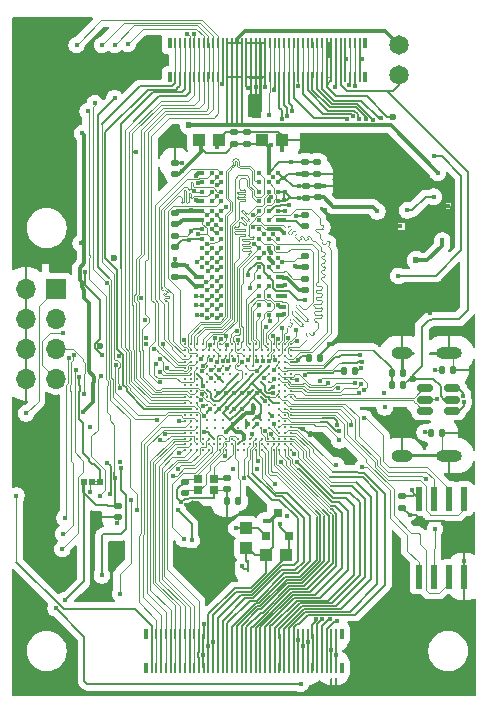
<source format=gbr>
G04 #@! TF.GenerationSoftware,KiCad,Pcbnew,9.0.1*
G04 #@! TF.CreationDate,2025-06-04T13:38:33-07:00*
G04 #@! TF.ProjectId,mp153-devboard,6d703135-332d-4646-9576-626f6172642e,rev?*
G04 #@! TF.SameCoordinates,PXb487a00PY650eff0*
G04 #@! TF.FileFunction,Copper,L1,Top*
G04 #@! TF.FilePolarity,Positive*
%FSLAX46Y46*%
G04 Gerber Fmt 4.6, Leading zero omitted, Abs format (unit mm)*
G04 Created by KiCad (PCBNEW 9.0.1) date 2025-06-04 13:38:33*
%MOMM*%
%LPD*%
G01*
G04 APERTURE LIST*
G04 Aperture macros list*
%AMRoundRect*
0 Rectangle with rounded corners*
0 $1 Rounding radius*
0 $2 $3 $4 $5 $6 $7 $8 $9 X,Y pos of 4 corners*
0 Add a 4 corners polygon primitive as box body*
4,1,4,$2,$3,$4,$5,$6,$7,$8,$9,$2,$3,0*
0 Add four circle primitives for the rounded corners*
1,1,$1+$1,$2,$3*
1,1,$1+$1,$4,$5*
1,1,$1+$1,$6,$7*
1,1,$1+$1,$8,$9*
0 Add four rect primitives between the rounded corners*
20,1,$1+$1,$2,$3,$4,$5,0*
20,1,$1+$1,$4,$5,$6,$7,0*
20,1,$1+$1,$6,$7,$8,$9,0*
20,1,$1+$1,$8,$9,$2,$3,0*%
G04 Aperture macros list end*
G04 #@! TA.AperFunction,EtchedComponent*
%ADD10C,0.120000*%
G04 #@! TD*
G04 #@! TA.AperFunction,SMDPad,CuDef*
%ADD11RoundRect,0.147500X0.172500X-0.147500X0.172500X0.147500X-0.172500X0.147500X-0.172500X-0.147500X0*%
G04 #@! TD*
G04 #@! TA.AperFunction,SMDPad,CuDef*
%ADD12RoundRect,0.150000X-0.512500X-0.150000X0.512500X-0.150000X0.512500X0.150000X-0.512500X0.150000X0*%
G04 #@! TD*
G04 #@! TA.AperFunction,SMDPad,CuDef*
%ADD13RoundRect,0.147500X0.147500X0.172500X-0.147500X0.172500X-0.147500X-0.172500X0.147500X-0.172500X0*%
G04 #@! TD*
G04 #@! TA.AperFunction,SMDPad,CuDef*
%ADD14RoundRect,0.147500X-0.172500X0.147500X-0.172500X-0.147500X0.172500X-0.147500X0.172500X0.147500X0*%
G04 #@! TD*
G04 #@! TA.AperFunction,SMDPad,CuDef*
%ADD15R,0.160000X0.500000*%
G04 #@! TD*
G04 #@! TA.AperFunction,SMDPad,CuDef*
%ADD16R,0.500000X0.500000*%
G04 #@! TD*
G04 #@! TA.AperFunction,SMDPad,CuDef*
%ADD17R,1.000000X1.000000*%
G04 #@! TD*
G04 #@! TA.AperFunction,SMDPad,CuDef*
%ADD18C,0.230000*%
G04 #@! TD*
G04 #@! TA.AperFunction,SMDPad,CuDef*
%ADD19R,0.800000X0.700000*%
G04 #@! TD*
G04 #@! TA.AperFunction,SMDPad,CuDef*
%ADD20RoundRect,0.147500X-0.147500X-0.172500X0.147500X-0.172500X0.147500X0.172500X-0.147500X0.172500X0*%
G04 #@! TD*
G04 #@! TA.AperFunction,SMDPad,CuDef*
%ADD21R,0.200000X0.890000*%
G04 #@! TD*
G04 #@! TA.AperFunction,SMDPad,CuDef*
%ADD22R,0.350000X0.890000*%
G04 #@! TD*
G04 #@! TA.AperFunction,SMDPad,CuDef*
%ADD23R,0.800100X0.800100*%
G04 #@! TD*
G04 #@! TA.AperFunction,SMDPad,CuDef*
%ADD24C,0.400000*%
G04 #@! TD*
G04 #@! TA.AperFunction,SMDPad,CuDef*
%ADD25R,0.600000X2.000000*%
G04 #@! TD*
G04 #@! TA.AperFunction,ComponentPad*
%ADD26C,1.651000*%
G04 #@! TD*
G04 #@! TA.AperFunction,ComponentPad*
%ADD27O,2.200000X1.000000*%
G04 #@! TD*
G04 #@! TA.AperFunction,ComponentPad*
%ADD28O,1.800000X1.000000*%
G04 #@! TD*
G04 #@! TA.AperFunction,ComponentPad*
%ADD29R,1.700000X1.700000*%
G04 #@! TD*
G04 #@! TA.AperFunction,ComponentPad*
%ADD30O,1.700000X1.700000*%
G04 #@! TD*
G04 #@! TA.AperFunction,ViaPad*
%ADD31C,0.400000*%
G04 #@! TD*
G04 #@! TA.AperFunction,ViaPad*
%ADD32C,0.600000*%
G04 #@! TD*
G04 #@! TA.AperFunction,Conductor*
%ADD33C,0.203200*%
G04 #@! TD*
G04 #@! TA.AperFunction,Conductor*
%ADD34C,0.090000*%
G04 #@! TD*
G04 #@! TA.AperFunction,Conductor*
%ADD35C,0.127000*%
G04 #@! TD*
G04 #@! TA.AperFunction,Conductor*
%ADD36C,0.200000*%
G04 #@! TD*
G04 #@! TA.AperFunction,Conductor*
%ADD37C,0.300000*%
G04 #@! TD*
G04 #@! TA.AperFunction,Conductor*
%ADD38C,0.203000*%
G04 #@! TD*
G04 #@! TA.AperFunction,Conductor*
%ADD39C,0.130000*%
G04 #@! TD*
G04 #@! TA.AperFunction,Conductor*
%ADD40C,0.100000*%
G04 #@! TD*
G04 APERTURE END LIST*
D10*
G04 #@! TO.C,JP1*
X7540800Y17747600D02*
X7230800Y17747600D01*
X7540800Y17487600D02*
X7230800Y17487600D01*
G04 #@! TD*
D11*
G04 #@! TO.P,C42,1*
G04 #@! TO.N,VREF_DDR*
X14130800Y37555821D03*
G04 #@! TO.P,C42,2*
G04 #@! TO.N,GND*
X14130800Y38525821D03*
G04 #@! TD*
D12*
G04 #@! TO.P,U3,1,I/O1*
G04 #@! TO.N,/USB_HS_DP*
X35302500Y25590000D03*
G04 #@! TO.P,U3,2,GND*
G04 #@! TO.N,GND*
X35302500Y24640000D03*
G04 #@! TO.P,U3,3,I/O2*
G04 #@! TO.N,/USB_HS_DM*
X35302500Y23690000D03*
G04 #@! TO.P,U3,4,I/O2*
G04 #@! TO.N,/USB_HS_D-*
X37577500Y23690000D03*
G04 #@! TO.P,U3,5,VBUS*
G04 #@! TO.N,/USB_VBUS_JACK*
X37577500Y24640000D03*
G04 #@! TO.P,U3,6,I/O1*
G04 #@! TO.N,/USB_HS_D+*
X37577500Y25590000D03*
G04 #@! TD*
D13*
G04 #@! TO.P,R4,1*
G04 #@! TO.N,/USB_VBUS_JACK*
X33445000Y25890000D03*
G04 #@! TO.P,R4,2*
G04 #@! TO.N,/USB_VBUS*
X32475000Y25890000D03*
G04 #@! TD*
D14*
G04 #@! TO.P,C98,1*
G04 #@! TO.N,VDD_DDR*
X25160800Y44715821D03*
G04 #@! TO.P,C98,2*
G04 #@! TO.N,GND*
X25160800Y43745821D03*
G04 #@! TD*
D15*
G04 #@! TO.P,NT2,1,1*
G04 #@! TO.N,GNDADC*
X20280800Y10807600D03*
G04 #@! TO.P,NT2,2,2*
G04 #@! TO.N,GND*
X20280800Y10307600D03*
G04 #@! TD*
D16*
G04 #@! TO.P,JP1,1,A*
G04 #@! TO.N,/JTRST*
X7740800Y17617600D03*
G04 #@! TO.P,JP1,2,C*
G04 #@! TO.N,Net-(J2-Pin_10)*
X7060800Y17617600D03*
G04 #@! TO.P,JP1,3,B*
G04 #@! TO.N,/NRST*
X6380800Y17617600D03*
G04 #@! TD*
D11*
G04 #@! TO.P,R67,1*
G04 #@! TO.N,GND*
X25130800Y35825821D03*
G04 #@! TO.P,R67,2*
G04 #@! TO.N,/DDR_CKE*
X25130800Y36795821D03*
G04 #@! TD*
D17*
G04 #@! TO.P,C81,1*
G04 #@! TO.N,GND*
X23170800Y46610821D03*
G04 #@! TO.P,C81,2*
G04 #@! TO.N,VDD_DDR*
X21470800Y46610821D03*
G04 #@! TD*
D14*
G04 #@! TO.P,C13,1*
G04 #@! TO.N,GND*
X14930800Y17662600D03*
G04 #@! TO.P,C13,2*
G04 #@! TO.N,Net-(U2B-PH0-OSC_IN)*
X14930800Y16692600D03*
G04 #@! TD*
D11*
G04 #@! TO.P,C64,1*
G04 #@! TO.N,GND*
X26174260Y43740741D03*
G04 #@! TO.P,C64,2*
G04 #@! TO.N,VDD_DDR*
X26174260Y44710741D03*
G04 #@! TD*
D14*
G04 #@! TO.P,C55,1*
G04 #@! TO.N,GND*
X26190800Y42715821D03*
G04 #@! TO.P,C55,2*
G04 #@! TO.N,VDD_DDR*
X26190800Y41745821D03*
G04 #@! TD*
D18*
G04 #@! TO.P,U2,1A1,PE1*
G04 #@! TO.N,unconnected-(U2B-PE1-Pad1A1)*
X16860800Y22237600D03*
G04 #@! TO.P,U2,1A2,PD10*
G04 #@! TO.N,unconnected-(U2A-PD10-Pad1A2)*
X16860800Y22887600D03*
G04 #@! TO.P,U2,1A3,PE3*
G04 #@! TO.N,/D28*
X16860800Y23537600D03*
G04 #@! TO.P,U2,1A4,PB14*
G04 #@! TO.N,/D23*
X16860800Y24187600D03*
G04 #@! TO.P,U2,1A5,PD2*
G04 #@! TO.N,/D4*
X16860800Y24837600D03*
G04 #@! TO.P,U2,1A6,VSS*
G04 #@! TO.N,GND*
X16860800Y25487600D03*
G04 #@! TO.P,U2,1A7,VDD1V2_DSI_REG*
G04 #@! TO.N,unconnected-(U2D-VDD1V2_DSI_REG-Pad1A7)*
X16860800Y26137600D03*
G04 #@! TO.P,U2,1A8,DDR_ZQ*
G04 #@! TO.N,Net-(U2E-DDR_ZQ)*
X16860800Y26787600D03*
G04 #@! TO.P,U2,1A9,DDR_A7*
G04 #@! TO.N,/DDR_A7*
X16860800Y27437600D03*
G04 #@! TO.P,U2,1B1,PD6*
G04 #@! TO.N,unconnected-(U2A-PD6-Pad1B1)*
X17510800Y22237600D03*
G04 #@! TO.P,U2,1B2,PE14*
G04 #@! TO.N,unconnected-(U2B-PE14-Pad1B2)*
X17510800Y22887600D03*
G04 #@! TO.P,U2,1B3,VDDCORE*
G04 #@! TO.N,VDD_CORE*
X17510800Y23537600D03*
G04 #@! TO.P,U2,1B4,PC12*
G04 #@! TO.N,/D9*
X17510800Y24187600D03*
G04 #@! TO.P,U2,1B5,VDDCORE*
G04 #@! TO.N,VDD_CORE*
X17510800Y24837600D03*
G04 #@! TO.P,U2,1B6,VDDA1V8_DSI*
G04 #@! TO.N,unconnected-(U2D-VDDA1V8_DSI-Pad1B6)*
X17510800Y25487600D03*
G04 #@! TO.P,U2,1B7,VDD1V2_DSI_PHY*
G04 #@! TO.N,unconnected-(U2D-VDD1V2_DSI_PHY-Pad1B7)*
X17510800Y26137600D03*
G04 #@! TO.P,U2,1B8,VSS*
G04 #@! TO.N,GND*
X17510800Y26787600D03*
G04 #@! TO.P,U2,1B9,VDDQ_DDR*
G04 #@! TO.N,VDD_DDR*
X17510800Y27437600D03*
G04 #@! TO.P,U2,1C1,PD9*
G04 #@! TO.N,unconnected-(U2A-PD9-Pad1C1)*
X18160800Y22237600D03*
G04 #@! TO.P,U2,1C2,PD15*
G04 #@! TO.N,unconnected-(U2A-PD15-Pad1C2)*
X18160800Y22887600D03*
G04 #@! TO.P,U2,1C3,VSS*
G04 #@! TO.N,GND*
X18160800Y23537600D03*
G04 #@! TO.P,U2,1C4,VDDCORE*
G04 #@! TO.N,VDD_CORE*
X18160800Y24187600D03*
G04 #@! TO.P,U2,1C5,VSS*
G04 #@! TO.N,GND*
X18160800Y24837600D03*
G04 #@! TO.P,U2,1C6,VDDCORE*
G04 #@! TO.N,VDD_CORE*
X18160800Y25487600D03*
G04 #@! TO.P,U2,1C7,VSS*
G04 #@! TO.N,GND*
X18160800Y26137600D03*
G04 #@! TO.P,U2,1C8,DDR_DTO1*
G04 #@! TO.N,unconnected-(U2E-DDR_DTO1-Pad1C8)*
X18160800Y26787600D03*
G04 #@! TO.P,U2,1C9,DDR_A5*
G04 #@! TO.N,/DDR_A5*
X18160800Y27437600D03*
G04 #@! TO.P,U2,1D1,VBAT*
G04 #@! TO.N,VDD*
X18810800Y22237600D03*
G04 #@! TO.P,U2,1D2,VSS*
G04 #@! TO.N,GND*
X18810800Y22887600D03*
G04 #@! TO.P,U2,1D3,VDDCORE*
G04 #@! TO.N,VDD_CORE*
X18810800Y23537600D03*
G04 #@! TO.P,U2,1D4,VSS*
G04 #@! TO.N,GND*
X18810800Y24187600D03*
G04 #@! TO.P,U2,1D5,VDDCORE*
G04 #@! TO.N,VDD_CORE*
X18810800Y24837600D03*
G04 #@! TO.P,U2,1D6,VSS*
G04 #@! TO.N,GND*
X18810800Y25487600D03*
G04 #@! TO.P,U2,1D7,VDDCORE*
G04 #@! TO.N,VDD_CORE*
X18810800Y26137600D03*
G04 #@! TO.P,U2,1D8,DDR_DTO0*
G04 #@! TO.N,unconnected-(U2E-DDR_DTO0-Pad1D8)*
X18810800Y26787600D03*
G04 #@! TO.P,U2,1D9,VDDQ_DDR*
G04 #@! TO.N,VDD_DDR*
X18810800Y27437600D03*
G04 #@! TO.P,U2,1E1,PD14*
G04 #@! TO.N,unconnected-(U2A-PD14-Pad1E1)*
X19460800Y22237600D03*
G04 #@! TO.P,U2,1E2,VDD*
G04 #@! TO.N,VDD*
X19460800Y22887600D03*
G04 #@! TO.P,U2,1E3,VSS*
G04 #@! TO.N,GND*
X19460800Y23537600D03*
G04 #@! TO.P,U2,1E4,VDDCORE*
G04 #@! TO.N,VDD_CORE*
X19460800Y24187600D03*
G04 #@! TO.P,U2,1E5,VSS*
G04 #@! TO.N,GND*
X19460800Y24837600D03*
G04 #@! TO.P,U2,1E6,VDDCORE*
G04 #@! TO.N,VDD_CORE*
X19460800Y25487600D03*
G04 #@! TO.P,U2,1E7,VSS*
G04 #@! TO.N,GND*
X19460800Y26137600D03*
G04 #@! TO.P,U2,1E8,VDDCORE*
G04 #@! TO.N,VDD_CORE*
X19460800Y26787600D03*
G04 #@! TO.P,U2,1E9,DDR_RASN*
G04 #@! TO.N,/DDR_RASN*
X19460800Y27437600D03*
G04 #@! TO.P,U2,1F1,VDDA*
G04 #@! TO.N,VDDA*
X20110800Y22237600D03*
G04 #@! TO.P,U2,1F2,VDDA*
X20110800Y22887600D03*
G04 #@! TO.P,U2,1F3,VDD*
G04 #@! TO.N,VDD*
X20110800Y23537600D03*
G04 #@! TO.P,U2,1F4,VSS*
G04 #@! TO.N,GND*
X20110800Y24187600D03*
G04 #@! TO.P,U2,1F5,VDDCORE*
G04 #@! TO.N,VDD_CORE*
X20110800Y24837600D03*
G04 #@! TO.P,U2,1F6,VSS*
G04 #@! TO.N,GND*
X20110800Y25487600D03*
G04 #@! TO.P,U2,1F7,VDDCORE*
G04 #@! TO.N,VDD_CORE*
X20110800Y26137600D03*
G04 #@! TO.P,U2,1F8,DDR_ATO*
G04 #@! TO.N,unconnected-(U2E-DDR_ATO-Pad1F8)*
X20110800Y26787600D03*
G04 #@! TO.P,U2,1F9,VDDQ_DDR*
G04 #@! TO.N,VDD_DDR*
X20110800Y27437600D03*
G04 #@! TO.P,U2,1G1,VSSA*
G04 #@! TO.N,GNDADC*
X20760800Y22237600D03*
G04 #@! TO.P,U2,1G2,VSS*
G04 #@! TO.N,GND*
X20760800Y22887600D03*
G04 #@! TO.P,U2,1G3,VDD*
G04 #@! TO.N,VDD*
X20760800Y23537600D03*
G04 #@! TO.P,U2,1G4,VDD*
X20760800Y24187600D03*
G04 #@! TO.P,U2,1G5,VSS*
G04 #@! TO.N,GND*
X20760800Y24837600D03*
G04 #@! TO.P,U2,1G6,VDDCORE*
G04 #@! TO.N,VDD_CORE*
X20760800Y25487600D03*
G04 #@! TO.P,U2,1G7,VSS*
G04 #@! TO.N,GND*
X20760800Y26137600D03*
G04 #@! TO.P,U2,1G8,VDDCORE*
G04 #@! TO.N,VDD_CORE*
X20760800Y26787600D03*
G04 #@! TO.P,U2,1G9,DDR_A6*
G04 #@! TO.N,/DDR_A6*
X20760800Y27437600D03*
G04 #@! TO.P,U2,1H1,PA5*
G04 #@! TO.N,/ADC-19_DAC1*
X21410800Y22237600D03*
G04 #@! TO.P,U2,1H2,VSS*
G04 #@! TO.N,GND*
X21410800Y22887600D03*
G04 #@! TO.P,U2,1H3,VSS*
X21410800Y23537600D03*
G04 #@! TO.P,U2,1H4,VSS*
X21410800Y24187600D03*
G04 #@! TO.P,U2,1H5,VDDA1V8_REG*
G04 #@! TO.N,VDDA_1V8*
X21410800Y24837600D03*
G04 #@! TO.P,U2,1H6,VSS*
G04 #@! TO.N,GND*
X21410800Y25487600D03*
G04 #@! TO.P,U2,1H7,VDD3V3_USB*
G04 #@! TO.N,VDD_USB*
X21410800Y26137600D03*
G04 #@! TO.P,U2,1H8,VSS*
G04 #@! TO.N,GND*
X21410800Y26787600D03*
G04 #@! TO.P,U2,1H9,VDDQ_DDR*
G04 #@! TO.N,VDD_DDR*
X21410800Y27437600D03*
G04 #@! TO.P,U2,1J1,PA4*
G04 #@! TO.N,/ADC-18_DAC0*
X22060800Y22237600D03*
G04 #@! TO.P,U2,1J2,PB13*
G04 #@! TO.N,unconnected-(U2A-PB13-Pad1J2)*
X22060800Y22887600D03*
G04 #@! TO.P,U2,1J3,VDD*
G04 #@! TO.N,VDD*
X22060800Y23537600D03*
G04 #@! TO.P,U2,1J4,PE9*
G04 #@! TO.N,unconnected-(U2B-PE9-Pad1J4)*
X22060800Y24187600D03*
G04 #@! TO.P,U2,1J5,VSS*
G04 #@! TO.N,GND*
X22060800Y24837600D03*
G04 #@! TO.P,U2,1J6,VDDA1V1_REG*
G04 #@! TO.N,Net-(U2D-VDDA1V1_REG)*
X22060800Y25487600D03*
G04 #@! TO.P,U2,1J7,PF10*
G04 #@! TO.N,/FLASH_CLK*
X22060800Y26137600D03*
G04 #@! TO.P,U2,1J8,USB_RREF*
G04 #@! TO.N,/USB_RREF*
X22060800Y26787600D03*
G04 #@! TO.P,U2,1J9,VSS*
G04 #@! TO.N,GND*
X22060800Y27437600D03*
G04 #@! TO.P,U2,A1,VSS*
X14960800Y20337600D03*
G04 #@! TO.P,U2,A2,PD1*
G04 #@! TO.N,/D13*
X14960800Y20837600D03*
G04 #@! TO.P,U2,A3,PB7*
G04 #@! TO.N,/D2*
X14960800Y21337600D03*
G04 #@! TO.P,U2,A4,PC6*
G04 #@! TO.N,/UART_TX*
X14960800Y21837600D03*
G04 #@! TO.P,U2,A6,VSS*
G04 #@! TO.N,GND*
X14960800Y22837600D03*
G04 #@! TO.P,U2,A7,PD3*
G04 #@! TO.N,unconnected-(U2A-PD3-PadA7)*
X14960800Y23337600D03*
G04 #@! TO.P,U2,A9,PC8*
G04 #@! TO.N,/D16*
X14960800Y24337600D03*
G04 #@! TO.P,U2,A10,PE4*
G04 #@! TO.N,/D12*
X14960800Y24837600D03*
G04 #@! TO.P,U2,A12,DSI_CKP*
G04 #@! TO.N,unconnected-(U2C-DSI_CKP-PadA12)*
X14960800Y25837600D03*
G04 #@! TO.P,U2,A13,DSI_D1P*
G04 #@! TO.N,unconnected-(U2C-DSI_D1P-PadA13)*
X14960800Y26337600D03*
G04 #@! TO.P,U2,A15,JTDO-TRACESWO*
G04 #@! TO.N,/JTDO_SWO*
X14960800Y27337600D03*
G04 #@! TO.P,U2,A16,JTCK-SWCLK*
G04 #@! TO.N,/JTCK_SWCLK*
X14960800Y27837600D03*
G04 #@! TO.P,U2,A17,DDR_DQ0*
G04 #@! TO.N,/DDR_DQ0*
X14960800Y28337600D03*
G04 #@! TO.P,U2,A18,DDR_DQ1*
G04 #@! TO.N,/DDR_DQ1*
X14960800Y28837600D03*
G04 #@! TO.P,U2,A19,VSS*
G04 #@! TO.N,GND*
X14960800Y29337600D03*
G04 #@! TO.P,U2,B1,PG15*
G04 #@! TO.N,/I2C2_SDA*
X15460800Y20337600D03*
G04 #@! TO.P,U2,B2,PE6*
G04 #@! TO.N,/D8*
X15460800Y20837600D03*
G04 #@! TO.P,U2,B3,PD7*
G04 #@! TO.N,/I2C2_SCL*
X15460800Y21337600D03*
G04 #@! TO.P,U2,B4,PA15*
G04 #@! TO.N,unconnected-(U2A-PA15-PadB4)*
X15460800Y21837600D03*
G04 #@! TO.P,U2,B5,PG6*
G04 #@! TO.N,unconnected-(U2B-PG6-PadB5)*
X15460800Y22337600D03*
G04 #@! TO.P,U2,B6,PB4*
G04 #@! TO.N,/D3*
X15460800Y22837600D03*
G04 #@! TO.P,U2,B7,PE5*
G04 #@! TO.N,unconnected-(U2B-PE5-PadB7)*
X15460800Y23337600D03*
G04 #@! TO.P,U2,B8,PA8*
G04 #@! TO.N,/D10*
X15460800Y23837600D03*
G04 #@! TO.P,U2,B9,PC9*
G04 #@! TO.N,/D17*
X15460800Y24337600D03*
G04 #@! TO.P,U2,B10,PC10*
G04 #@! TO.N,/D18*
X15460800Y24837600D03*
G04 #@! TO.P,U2,B11,DSI_D0P*
G04 #@! TO.N,unconnected-(U2C-DSI_D0P-PadB11)*
X15460800Y25337600D03*
G04 #@! TO.P,U2,B12,DSI_CKN*
G04 #@! TO.N,unconnected-(U2C-DSI_CKN-PadB12)*
X15460800Y25837600D03*
G04 #@! TO.P,U2,B13,DSI_D1N*
G04 #@! TO.N,unconnected-(U2C-DSI_D1N-PadB13)*
X15460800Y26337600D03*
G04 #@! TO.P,U2,B14,NJTRST*
G04 #@! TO.N,/JTRST*
X15460800Y26837600D03*
G04 #@! TO.P,U2,B15,JTDI*
G04 #@! TO.N,/JTDI*
X15460800Y27337600D03*
G04 #@! TO.P,U2,B16,DDR_DQ3*
G04 #@! TO.N,/DDR_DQ3*
X15460800Y27837600D03*
G04 #@! TO.P,U2,B17,DDR_DQ7*
G04 #@! TO.N,/DDR_DQ7*
X15460800Y28337600D03*
G04 #@! TO.P,U2,B18,DDR_DQS0N*
G04 #@! TO.N,/DDR_DQS0_N*
X15460800Y28837600D03*
G04 #@! TO.P,U2,B19,DDR_DQS0P*
G04 #@! TO.N,/DDR_DQS0_P*
X15460800Y29337600D03*
G04 #@! TO.P,U2,C1,PE12*
G04 #@! TO.N,/D20*
X15960800Y20337600D03*
G04 #@! TO.P,U2,C2,PE0*
G04 #@! TO.N,/SAI_MCLK*
X15960800Y20837600D03*
G04 #@! TO.P,U2,C3,PD4*
G04 #@! TO.N,unconnected-(U2A-PD4-PadC3)*
X15960800Y21337600D03*
G04 #@! TO.P,U2,C4,PD5*
G04 #@! TO.N,unconnected-(U2A-PD5-PadC4)*
X15960800Y21837600D03*
G04 #@! TO.P,U2,C5,PD0*
G04 #@! TO.N,/D15*
X15960800Y22337600D03*
G04 #@! TO.P,U2,C6,PA9*
G04 #@! TO.N,/D0*
X15960800Y22837600D03*
G04 #@! TO.P,U2,C7,PB3*
G04 #@! TO.N,unconnected-(U2A-PB3-PadC7)*
X15960800Y23337600D03*
G04 #@! TO.P,U2,C8,PB15*
G04 #@! TO.N,/D22*
X15960800Y23837600D03*
G04 #@! TO.P,U2,C9,PB9*
G04 #@! TO.N,/DEBUG2*
X15960800Y24337600D03*
G04 #@! TO.P,U2,C10,PC7*
G04 #@! TO.N,/UART_RX*
X15960800Y24837600D03*
G04 #@! TO.P,U2,C11,PC11*
G04 #@! TO.N,/D19*
X15960800Y25337600D03*
G04 #@! TO.P,U2,C12,DSI_D0N*
G04 #@! TO.N,unconnected-(U2C-DSI_D0N-PadC12)*
X15960800Y25837600D03*
G04 #@! TO.P,U2,C13,VDD_DSI*
G04 #@! TO.N,unconnected-(U2D-VDD_DSI-PadC13)*
X15960800Y26337600D03*
G04 #@! TO.P,U2,C14,VSS*
G04 #@! TO.N,GND*
X15960800Y26837600D03*
G04 #@! TO.P,U2,C15,JTMS-SWDIO*
G04 #@! TO.N,/JTMS_SWDIO*
X15960800Y27337600D03*
G04 #@! TO.P,U2,C16,DDR_RESETN*
G04 #@! TO.N,/DDR_RESETN*
X15960800Y27837600D03*
G04 #@! TO.P,U2,C17,DDR_DQM0*
G04 #@! TO.N,/DDR_DQM0*
X15960800Y28337600D03*
G04 #@! TO.P,U2,C18,DDR_DQ2*
G04 #@! TO.N,/DDR_DQ2*
X15960800Y28837600D03*
G04 #@! TO.P,U2,C19,DDR_DQ6*
G04 #@! TO.N,/DDR_DQ6*
X15960800Y29337600D03*
G04 #@! TO.P,U2,D1,PG12*
G04 #@! TO.N,unconnected-(U2B-PG12-PadD1)*
X16460800Y20337600D03*
G04 #@! TO.P,U2,D2,PE11*
G04 #@! TO.N,/DEBUG3*
X16460800Y20837600D03*
G04 #@! TO.P,U2,D3,PE15*
G04 #@! TO.N,unconnected-(U2B-PE15-PadD3)*
X16460800Y21337600D03*
G04 #@! TO.P,U2,D17,VSS*
G04 #@! TO.N,GND*
X16460800Y28337600D03*
G04 #@! TO.P,U2,D18,DDR_DQ4*
G04 #@! TO.N,/DDR_DQ4*
X16460800Y28837600D03*
G04 #@! TO.P,U2,D19,DDR_DQ5*
G04 #@! TO.N,/DDR_DQ5*
X16460800Y29337600D03*
G04 #@! TO.P,U2,E1,PD8*
G04 #@! TO.N,/DFU_BOOT*
X16960800Y20337600D03*
G04 #@! TO.P,U2,E2,NRST*
G04 #@! TO.N,/NRST*
X16960800Y20837600D03*
G04 #@! TO.P,U2,E3,PE13*
G04 #@! TO.N,/D1*
X16960800Y21337600D03*
G04 #@! TO.P,U2,E17,DDR_A13*
G04 #@! TO.N,/DDR_A13*
X16960800Y28337600D03*
G04 #@! TO.P,U2,E18,DDR_A9*
G04 #@! TO.N,/DDR_A9*
X16960800Y28837600D03*
G04 #@! TO.P,U2,F2,PC15-OSC32_OUT*
G04 #@! TO.N,unconnected-(U2A-PC15-OSC32_OUT-PadF2)*
X17460800Y20837600D03*
G04 #@! TO.P,U2,F3,VSS*
G04 #@! TO.N,GND*
X17460800Y21337600D03*
G04 #@! TO.P,U2,F17,DDR_A2*
G04 #@! TO.N,/DDR_A2*
X17460800Y28337600D03*
G04 #@! TO.P,U2,F18,VSS*
G04 #@! TO.N,GND*
X17460800Y28837600D03*
G04 #@! TO.P,U2,F19,DDR_A3*
G04 #@! TO.N,/DDR_A3*
X17460800Y29337600D03*
G04 #@! TO.P,U2,G1,VSS*
G04 #@! TO.N,GND*
X17960800Y20337600D03*
G04 #@! TO.P,U2,G2,PC14-OSC32_IN*
G04 #@! TO.N,unconnected-(U2A-PC14-OSC32_IN-PadG2)*
X17960800Y20837600D03*
G04 #@! TO.P,U2,G3,PC13*
G04 #@! TO.N,unconnected-(U2A-PC13-PadG3)*
X17960800Y21337600D03*
G04 #@! TO.P,U2,G17,VSS*
G04 #@! TO.N,GND*
X17960800Y28337600D03*
G04 #@! TO.P,U2,G18,DDR_A0*
G04 #@! TO.N,/DDR_A0*
X17960800Y28837600D03*
G04 #@! TO.P,U2,G19,DDR_BA0*
G04 #@! TO.N,/DDR_BA0*
X17960800Y29337600D03*
G04 #@! TO.P,U2,H1,BOOT2*
G04 #@! TO.N,/BOOT2*
X18460800Y20337600D03*
G04 #@! TO.P,U2,H2,PH0-OSC_IN*
G04 #@! TO.N,Net-(U2B-PH0-OSC_IN)*
X18460800Y20837600D03*
G04 #@! TO.P,U2,H3,BOOT0*
G04 #@! TO.N,/BOOT0*
X18460800Y21337600D03*
G04 #@! TO.P,U2,H17,DDR_BA2*
G04 #@! TO.N,/DDR_BA2*
X18460800Y28337600D03*
G04 #@! TO.P,U2,H18,DDR_ODT*
G04 #@! TO.N,/DDR_ODT*
X18460800Y28837600D03*
G04 #@! TO.P,U2,J2,PH1-OSC_OUT*
G04 #@! TO.N,Net-(U2B-PH1-OSC_OUT)*
X18960800Y20837600D03*
G04 #@! TO.P,U2,J3,NRST_CORE*
G04 #@! TO.N,/NRST_CORE*
X18960800Y21337600D03*
G04 #@! TO.P,U2,J17,DDR_CSN*
G04 #@! TO.N,/DDR_CSN*
X18960800Y28337600D03*
G04 #@! TO.P,U2,J18,DDR_WEN*
G04 #@! TO.N,/DDR_WEN*
X18960800Y28837600D03*
G04 #@! TO.P,U2,J19,DDR_CASN*
G04 #@! TO.N,/DDR_CASN*
X18960800Y29337600D03*
G04 #@! TO.P,U2,K1,PWR_LP*
G04 #@! TO.N,unconnected-(U2C-PWR_LP-PadK1)*
X19460800Y20337600D03*
G04 #@! TO.P,U2,K2,PDR_ON_CORE*
G04 #@! TO.N,VDD*
X19460800Y20837600D03*
G04 #@! TO.P,U2,K3,BOOT1*
G04 #@! TO.N,GND*
X19460800Y21337600D03*
G04 #@! TO.P,U2,K17,VSS*
X19460800Y28337600D03*
G04 #@! TO.P,U2,K18,DDR_CLKN*
G04 #@! TO.N,/DDR_CLK_N*
X19460800Y28837600D03*
G04 #@! TO.P,U2,K19,VSS*
G04 #@! TO.N,GND*
X19460800Y29337600D03*
G04 #@! TO.P,U2,L1,PA14*
G04 #@! TO.N,unconnected-(U2A-PA14-PadL1)*
X19960800Y20337600D03*
G04 #@! TO.P,U2,L2,PA13*
G04 #@! TO.N,unconnected-(U2A-PA13-PadL2)*
X19960800Y20837600D03*
G04 #@! TO.P,U2,L3,PDR_ON*
G04 #@! TO.N,VDD*
X19960800Y21337600D03*
G04 #@! TO.P,U2,L17,DDR_CLKP*
G04 #@! TO.N,/DDR_CLK_P*
X19960800Y28337600D03*
G04 #@! TO.P,U2,L18,DDR_A15*
G04 #@! TO.N,unconnected-(U2E-DDR_A15-PadL18)*
X19960800Y28837600D03*
G04 #@! TO.P,U2,M2,PWR_ON*
G04 #@! TO.N,/PWR_ON*
X20460800Y20837600D03*
G04 #@! TO.P,U2,M3,VREF+*
G04 #@! TO.N,VREF+*
X20460800Y21337600D03*
G04 #@! TO.P,U2,M17,DDR_A10*
G04 #@! TO.N,/DDR_A10*
X20460800Y28337600D03*
G04 #@! TO.P,U2,M18,DDR_A12*
G04 #@! TO.N,/DDR_A12*
X20460800Y28837600D03*
G04 #@! TO.P,U2,M19,DDR_A1*
G04 #@! TO.N,/DDR_A1*
X20460800Y29337600D03*
G04 #@! TO.P,U2,N1,VSS*
G04 #@! TO.N,GND*
X20960800Y20337600D03*
G04 #@! TO.P,U2,N2,PA3*
G04 #@! TO.N,/ADC-15*
X20960800Y20837600D03*
G04 #@! TO.P,U2,N3,PA0*
G04 #@! TO.N,/ADC-16*
X20960800Y21337600D03*
G04 #@! TO.P,U2,N17,VSS*
G04 #@! TO.N,GND*
X20960800Y28337600D03*
G04 #@! TO.P,U2,N18,DDR_A14*
G04 #@! TO.N,/DDR_A14*
X20960800Y28837600D03*
G04 #@! TO.P,U2,N19,DDR_A11*
G04 #@! TO.N,/DDR_A11*
X20960800Y29337600D03*
G04 #@! TO.P,U2,P1,PE2*
G04 #@! TO.N,/D29*
X21460800Y20337600D03*
G04 #@! TO.P,U2,P2,PC2*
G04 #@! TO.N,/ADC-12*
X21460800Y20837600D03*
G04 #@! TO.P,U2,P3,PC3*
G04 #@! TO.N,/ADC-13*
X21460800Y21337600D03*
G04 #@! TO.P,U2,P17,DDR_CKE*
G04 #@! TO.N,/DDR_CKE*
X21460800Y28337600D03*
G04 #@! TO.P,U2,P18,DDR_BA1*
G04 #@! TO.N,/DDR_BA1*
X21460800Y28837600D03*
G04 #@! TO.P,U2,R2,PG14*
G04 #@! TO.N,unconnected-(U2B-PG14-PadR2)*
X21960800Y20837600D03*
G04 #@! TO.P,U2,R3,PG13*
G04 #@! TO.N,/D27*
X21960800Y21337600D03*
G04 #@! TO.P,U2,R17,DDR_A4*
G04 #@! TO.N,/DDR_A4*
X21960800Y28337600D03*
G04 #@! TO.P,U2,R18,DDR_DQ8*
G04 #@! TO.N,/DDR_DQ8*
X21960800Y28837600D03*
G04 #@! TO.P,U2,R19,VSS*
G04 #@! TO.N,GND*
X21960800Y29337600D03*
G04 #@! TO.P,U2,T1,PA1*
G04 #@! TO.N,/ADC-17*
X22460800Y20337600D03*
G04 #@! TO.P,U2,T2,PC1*
G04 #@! TO.N,/ADC-11*
X22460800Y20837600D03*
G04 #@! TO.P,U2,T3,PA2*
G04 #@! TO.N,/ADC-14*
X22460800Y21337600D03*
G04 #@! TO.P,U2,T17,DDR_A8*
G04 #@! TO.N,/DDR_A8*
X22460800Y28337600D03*
G04 #@! TO.P,U2,T18,DDR_DQ13*
G04 #@! TO.N,/DDR_DQ13*
X22460800Y28837600D03*
G04 #@! TO.P,U2,T19,DDR_DQ10*
G04 #@! TO.N,/DDR_DQ10*
X22460800Y29337600D03*
G04 #@! TO.P,U2,U1,PB1*
G04 #@! TO.N,/ADC-5*
X22960800Y20337600D03*
G04 #@! TO.P,U2,U2,PB0*
G04 #@! TO.N,/ADC-9*
X22960800Y20837600D03*
G04 #@! TO.P,U2,U3,PB11*
G04 #@! TO.N,unconnected-(U2A-PB11-PadU3)*
X22960800Y21337600D03*
G04 #@! TO.P,U2,U4,PC0*
G04 #@! TO.N,/ADC-10*
X22960800Y21837600D03*
G04 #@! TO.P,U2,U5,PB10*
G04 #@! TO.N,/D6*
X22960800Y22337600D03*
G04 #@! TO.P,U2,U6,PG11*
G04 #@! TO.N,unconnected-(U2B-PG11-PadU6)*
X22960800Y22837600D03*
G04 #@! TO.P,U2,U7,PG10*
G04 #@! TO.N,/SAI_SD_B*
X22960800Y23337600D03*
G04 #@! TO.P,U2,U8,PD11*
G04 #@! TO.N,/SAI_SD_A*
X22960800Y23837600D03*
G04 #@! TO.P,U2,U9,VSS*
G04 #@! TO.N,GND*
X22960800Y24337600D03*
G04 #@! TO.P,U2,U10,PF6*
G04 #@! TO.N,/FLASH_IO3*
X22960800Y24837600D03*
G04 #@! TO.P,U2,U11,BYPASS_REG1V8*
G04 #@! TO.N,GND*
X22960800Y25337600D03*
G04 #@! TO.P,U2,U12,PE8*
G04 #@! TO.N,unconnected-(U2B-PE8-PadU12)*
X22960800Y25837600D03*
G04 #@! TO.P,U2,U13,PD13*
G04 #@! TO.N,/SAI_SCK*
X22960800Y26337600D03*
G04 #@! TO.P,U2,U14,PD12*
G04 #@! TO.N,/SAI_FS*
X22960800Y26837600D03*
G04 #@! TO.P,U2,U15,PA11*
G04 #@! TO.N,/D5*
X22960800Y27337600D03*
G04 #@! TO.P,U2,U16,PA10*
G04 #@! TO.N,/D7*
X22960800Y27837600D03*
G04 #@! TO.P,U2,U17,DDR_DQ14*
G04 #@! TO.N,/DDR_DQ14*
X22960800Y28337600D03*
G04 #@! TO.P,U2,U18,DDR_DQS1N*
G04 #@! TO.N,/DDR_DQS1_N*
X22960800Y28837600D03*
G04 #@! TO.P,U2,U19,DDR_DQ9*
G04 #@! TO.N,/DDR_DQ9*
X22960800Y29337600D03*
G04 #@! TO.P,U2,V1,PC5*
G04 #@! TO.N,/ADC-8*
X23460800Y20337600D03*
G04 #@! TO.P,U2,V2,PC4*
G04 #@! TO.N,/ADC-4*
X23460800Y20837600D03*
G04 #@! TO.P,U2,V3,PB12*
G04 #@! TO.N,unconnected-(U2A-PB12-PadV3)*
X23460800Y21337600D03*
G04 #@! TO.P,U2,V4,PB8*
G04 #@! TO.N,/D26*
X23460800Y21837600D03*
G04 #@! TO.P,U2,V5,PB5*
G04 #@! TO.N,unconnected-(U2A-PB5-PadV5)*
X23460800Y22337600D03*
G04 #@! TO.P,U2,V6,PG8*
G04 #@! TO.N,unconnected-(U2B-PG8-PadV6)*
X23460800Y22837600D03*
G04 #@! TO.P,U2,V7,PE7*
G04 #@! TO.N,unconnected-(U2B-PE7-PadV7)*
X23460800Y23337600D03*
G04 #@! TO.P,U2,V8,PF8*
G04 #@! TO.N,/FLASH_IO0*
X23460800Y23837600D03*
G04 #@! TO.P,U2,V9,PF9*
G04 #@! TO.N,/FLASH_IO1*
X23460800Y24337600D03*
G04 #@! TO.P,U2,V10,USB_DP2*
G04 #@! TO.N,/USB_HS_DP*
X23460800Y24837600D03*
G04 #@! TO.P,U2,V11,PG7*
G04 #@! TO.N,unconnected-(U2B-PG7-PadV11)*
X23460800Y25337600D03*
G04 #@! TO.P,U2,V12,PE10*
G04 #@! TO.N,/D11*
X23460800Y25837600D03*
G04 #@! TO.P,U2,V13,PB2*
G04 #@! TO.N,/D30*
X23460800Y26337600D03*
G04 #@! TO.P,U2,V14,USB_DP1*
G04 #@! TO.N,unconnected-(U2A-USB_DP1-PadV14)*
X23460800Y26837600D03*
G04 #@! TO.P,U2,V15,PA12*
G04 #@! TO.N,/D21*
X23460800Y27337600D03*
G04 #@! TO.P,U2,V16,OTG_VBUS*
G04 #@! TO.N,/USB_VBUS*
X23460800Y27837600D03*
G04 #@! TO.P,U2,V17,DDR_DQ15*
G04 #@! TO.N,/DDR_DQ15*
X23460800Y28337600D03*
G04 #@! TO.P,U2,V18,DDR_DQM1*
G04 #@! TO.N,/DDR_DQM1*
X23460800Y28837600D03*
G04 #@! TO.P,U2,V19,DDR_DQS1P*
G04 #@! TO.N,/DDR_DQS1_P*
X23460800Y29337600D03*
G04 #@! TO.P,U2,W1,VSS*
G04 #@! TO.N,GND*
X23960800Y20337600D03*
G04 #@! TO.P,U2,W2,PA7*
G04 #@! TO.N,/ADC-7*
X23960800Y20837600D03*
G04 #@! TO.P,U2,W3,PA6*
G04 #@! TO.N,/ADC-3*
X23960800Y21337600D03*
G04 #@! TO.P,U2,W4,PF11*
G04 #@! TO.N,/ADC-2*
X23960800Y21837600D03*
G04 #@! TO.P,U2,W5,VSS*
G04 #@! TO.N,GND*
X23960800Y22337600D03*
G04 #@! TO.P,U2,W7,PF7*
G04 #@! TO.N,/FLASH_IO2*
X23960800Y23337600D03*
G04 #@! TO.P,U2,W8,PG9*
G04 #@! TO.N,/D24*
X23960800Y23837600D03*
G04 #@! TO.P,U2,W10,USB_DM2*
G04 #@! TO.N,/USB_HS_DM*
X23960800Y24837600D03*
G04 #@! TO.P,U2,W11,PB6*
G04 #@! TO.N,/FLASH_CS*
X23960800Y25337600D03*
G04 #@! TO.P,U2,W13,VSS*
G04 #@! TO.N,GND*
X23960800Y26337600D03*
G04 #@! TO.P,U2,W14,USB_DM1*
G04 #@! TO.N,unconnected-(U2A-USB_DM1-PadW14)*
X23960800Y26837600D03*
G04 #@! TO.P,U2,W16,DDR_VREF*
G04 #@! TO.N,VREF_DDR*
X23960800Y27837600D03*
G04 #@! TO.P,U2,W17,DDR_DQ12*
G04 #@! TO.N,/DDR_DQ12*
X23960800Y28337600D03*
G04 #@! TO.P,U2,W18,DDR_DQ11*
G04 #@! TO.N,/DDR_DQ11*
X23960800Y28837600D03*
G04 #@! TO.P,U2,W19,VSS*
G04 #@! TO.N,GND*
X23960800Y29337600D03*
G04 #@! TD*
D17*
G04 #@! TO.P,C83,1*
G04 #@! TO.N,GND*
X17810800Y46620821D03*
G04 #@! TO.P,C83,2*
G04 #@! TO.N,VDD_DDR*
X16110800Y46620821D03*
G04 #@! TD*
D19*
G04 #@! TO.P,X1,1,1*
G04 #@! TO.N,Net-(U2B-PH1-OSC_OUT)*
X17395807Y17940808D03*
G04 #@! TO.P,X1,2,2*
G04 #@! TO.N,GND*
X16095803Y17940808D03*
G04 #@! TO.P,X1,3,3*
G04 #@! TO.N,Net-(U2B-PH0-OSC_IN)*
X16095803Y16940808D03*
G04 #@! TO.P,X1,4,4*
G04 #@! TO.N,GND*
X17395807Y16940808D03*
G04 #@! TD*
D20*
G04 #@! TO.P,C24,1*
G04 #@! TO.N,GND*
X18495800Y16047600D03*
G04 #@! TO.P,C24,2*
G04 #@! TO.N,/NRST_CORE*
X19465800Y16047600D03*
G04 #@! TD*
D13*
G04 #@! TO.P,R3,1*
G04 #@! TO.N,GND*
X29375800Y27027600D03*
G04 #@! TO.P,R3,2*
G04 #@! TO.N,/USB_RREF*
X28405800Y27027600D03*
G04 #@! TD*
D21*
G04 #@! TO.P,J4,1,Pin_1*
G04 #@! TO.N,/D28*
X12151700Y1912600D03*
G04 #@! TO.P,J4,2,Pin_2*
X12151700Y4802600D03*
G04 #@! TO.P,J4,3,Pin_3*
G04 #@! TO.N,/D0*
X12551700Y1912600D03*
G04 #@! TO.P,J4,4,Pin_4*
X12551700Y4802600D03*
G04 #@! TO.P,J4,5,Pin_5*
G04 #@! TO.N,/D3*
X12951700Y1912600D03*
G04 #@! TO.P,J4,6,Pin_6*
X12951700Y4802600D03*
G04 #@! TO.P,J4,7,Pin_7*
G04 #@! TO.N,/D15*
X13351700Y1912600D03*
G04 #@! TO.P,J4,8,Pin_8*
X13351700Y4802600D03*
G04 #@! TO.P,J4,9,Pin_9*
G04 #@! TO.N,/D2*
X13751700Y1912600D03*
G04 #@! TO.P,J4,10,Pin_10*
X13751700Y4802600D03*
G04 #@! TO.P,J4,11,Pin_11*
G04 #@! TO.N,/I2C2_SCL*
X14151700Y1912600D03*
G04 #@! TO.P,J4,12,Pin_12*
X14151700Y4802600D03*
G04 #@! TO.P,J4,13,Pin_13*
G04 #@! TO.N,/D13*
X14551700Y1912600D03*
G04 #@! TO.P,J4,14,Pin_14*
X14551700Y4802600D03*
G04 #@! TO.P,J4,15,Pin_15*
G04 #@! TO.N,/D8*
X14951700Y1912600D03*
G04 #@! TO.P,J4,16,Pin_16*
X14951700Y4802600D03*
G04 #@! TO.P,J4,17,Pin_17*
G04 #@! TO.N,/I2C2_SDA*
X15351700Y1912600D03*
G04 #@! TO.P,J4,18,Pin_18*
X15351700Y4802600D03*
G04 #@! TO.P,J4,19,Pin_19*
G04 #@! TO.N,/D20*
X15751700Y1912600D03*
G04 #@! TO.P,J4,20,Pin_20*
X15751700Y4802600D03*
G04 #@! TO.P,J4,21,Pin_21*
G04 #@! TO.N,/D1*
X16151700Y1912600D03*
G04 #@! TO.P,J4,22,Pin_22*
X16151700Y4802600D03*
G04 #@! TO.P,J4,23,Pin_23*
G04 #@! TO.N,GND*
X16551700Y1912600D03*
G04 #@! TO.P,J4,24,Pin_24*
X16551700Y4802600D03*
G04 #@! TO.P,J4,25,Pin_25*
G04 #@! TO.N,GNDADC*
X16951700Y1912600D03*
G04 #@! TO.P,J4,26,Pin_26*
X16951700Y4802600D03*
G04 #@! TO.P,J4,27,Pin_27*
G04 #@! TO.N,VREF+*
X17351700Y1912600D03*
G04 #@! TO.P,J4,28,Pin_28*
X17351700Y4802600D03*
G04 #@! TO.P,J4,29,Pin_29*
G04 #@! TO.N,/ADC-16*
X17751700Y1912600D03*
G04 #@! TO.P,J4,30,Pin_30*
X17751700Y4802600D03*
G04 #@! TO.P,J4,31,Pin_31*
G04 #@! TO.N,/ADC-15*
X18151700Y1912600D03*
G04 #@! TO.P,J4,32,Pin_32*
X18151700Y4802600D03*
G04 #@! TO.P,J4,33,Pin_33*
G04 #@! TO.N,/ADC-13*
X18551700Y1912600D03*
G04 #@! TO.P,J4,34,Pin_34*
X18551700Y4802600D03*
G04 #@! TO.P,J4,35,Pin_35*
G04 #@! TO.N,/ADC-12*
X18951700Y1912600D03*
G04 #@! TO.P,J4,36,Pin_36*
X18951700Y4802600D03*
G04 #@! TO.P,J4,37,Pin_37*
G04 #@! TO.N,/ADC-11*
X19351700Y1912600D03*
G04 #@! TO.P,J4,38,Pin_38*
X19351700Y4802600D03*
G04 #@! TO.P,J4,39,Pin_39*
G04 #@! TO.N,/ADC-17*
X19751700Y1912600D03*
G04 #@! TO.P,J4,40,Pin_40*
X19751700Y4802600D03*
G04 #@! TO.P,J4,41,Pin_41*
G04 #@! TO.N,/ADC-9*
X20151700Y1912600D03*
G04 #@! TO.P,J4,42,Pin_42*
X20151700Y4802600D03*
G04 #@! TO.P,J4,43,Pin_43*
G04 #@! TO.N,/ADC-14*
X20551700Y1912600D03*
G04 #@! TO.P,J4,44,Pin_44*
X20551700Y4802600D03*
G04 #@! TO.P,J4,45,Pin_45*
G04 #@! TO.N,/ADC-5*
X20951700Y1912600D03*
G04 #@! TO.P,J4,46,Pin_46*
X20951700Y4802600D03*
G04 #@! TO.P,J4,47,Pin_47*
G04 #@! TO.N,/ADC-8*
X21351700Y1912600D03*
G04 #@! TO.P,J4,48,Pin_48*
X21351700Y4802600D03*
G04 #@! TO.P,J4,49,Pin_49*
G04 #@! TO.N,/ADC-4*
X21751700Y1912600D03*
G04 #@! TO.P,J4,50,Pin_50*
X21751700Y4802600D03*
G04 #@! TO.P,J4,51,Pin_51*
G04 #@! TO.N,/ADC-10*
X22151700Y1912600D03*
G04 #@! TO.P,J4,52,Pin_52*
X22151700Y4802600D03*
G04 #@! TO.P,J4,53,Pin_53*
G04 #@! TO.N,/ADC-7*
X22551700Y1912600D03*
G04 #@! TO.P,J4,54,Pin_54*
X22551700Y4802600D03*
G04 #@! TO.P,J4,55,Pin_55*
G04 #@! TO.N,/ADC-19_DAC1*
X22951700Y1912600D03*
G04 #@! TO.P,J4,56,Pin_56*
X22951700Y4802600D03*
G04 #@! TO.P,J4,57,Pin_57*
G04 #@! TO.N,/ADC-3*
X23351700Y1912600D03*
G04 #@! TO.P,J4,58,Pin_58*
X23351700Y4802600D03*
G04 #@! TO.P,J4,59,Pin_59*
G04 #@! TO.N,/ADC-18_DAC0*
X23751700Y1912600D03*
G04 #@! TO.P,J4,60,Pin_60*
X23751700Y4802600D03*
G04 #@! TO.P,J4,61,Pin_61*
G04 #@! TO.N,/ADC-2*
X24151700Y1912600D03*
G04 #@! TO.P,J4,62,Pin_62*
X24151700Y4802600D03*
G04 #@! TO.P,J4,63,Pin_63*
G04 #@! TO.N,VREF+*
X24551700Y1912600D03*
G04 #@! TO.P,J4,64,Pin_64*
X24551700Y4802600D03*
G04 #@! TO.P,J4,65,Pin_65*
G04 #@! TO.N,GNDADC*
X24951700Y1912600D03*
G04 #@! TO.P,J4,66,Pin_66*
X24951700Y4802600D03*
G04 #@! TO.P,J4,67,Pin_67*
G04 #@! TO.N,GND*
X25351700Y1912600D03*
G04 #@! TO.P,J4,68,Pin_68*
X25351700Y4802600D03*
G04 #@! TO.P,J4,69,Pin_69*
G04 #@! TO.N,/D29*
X25751700Y1912600D03*
G04 #@! TO.P,J4,70,Pin_70*
X25751700Y4802600D03*
G04 #@! TO.P,J4,71,Pin_71*
G04 #@! TO.N,/D27*
X26151700Y1912600D03*
G04 #@! TO.P,J4,72,Pin_72*
X26151700Y4802600D03*
G04 #@! TO.P,J4,73,Pin_73*
G04 #@! TO.N,/D26*
X26551700Y1912600D03*
G04 #@! TO.P,J4,74,Pin_74*
X26551700Y4802600D03*
G04 #@! TO.P,J4,75,Pin_75*
G04 #@! TO.N,/D30*
X26951700Y1912600D03*
G04 #@! TO.P,J4,76,Pin_76*
X26951700Y4802600D03*
G04 #@! TO.P,J4,77,Pin_77*
G04 #@! TO.N,GND*
X27351700Y1912600D03*
G04 #@! TO.P,J4,78,Pin_78*
X27351700Y4802600D03*
G04 #@! TO.P,J4,79,Pin_79*
X27751700Y1912600D03*
G04 #@! TO.P,J4,80,Pin_80*
X27751700Y4802600D03*
D22*
G04 #@! TO.P,J4,NC*
G04 #@! TO.N,N/C*
X11676700Y1912600D03*
X28226700Y1912600D03*
X11676700Y4802600D03*
X28226700Y4802600D03*
G04 #@! TD*
D14*
G04 #@! TO.P,C102,1*
G04 #@! TO.N,VDD_DDR*
X25150800Y40265821D03*
G04 #@! TO.P,C102,2*
G04 #@! TO.N,GND*
X25150800Y39295821D03*
G04 #@! TD*
D11*
G04 #@! TO.P,C94,1*
G04 #@! TO.N,VDD_DDR*
X19140800Y46285821D03*
G04 #@! TO.P,C94,2*
G04 #@! TO.N,GND*
X19140800Y47255821D03*
G04 #@! TD*
D20*
G04 #@! TO.P,R5,1*
G04 #@! TO.N,/USB_VBUS*
X32465000Y26900000D03*
G04 #@! TO.P,R5,2*
G04 #@! TO.N,GND*
X33435000Y26900000D03*
G04 #@! TD*
D11*
G04 #@! TO.P,C14,1*
G04 #@! TO.N,GND*
X18534260Y17025741D03*
G04 #@! TO.P,C14,2*
G04 #@! TO.N,Net-(U2B-PH1-OSC_OUT)*
X18534260Y17995741D03*
G04 #@! TD*
D23*
G04 #@! TO.P,U13,1,VI*
G04 #@! TO.N,+5V*
X21850800Y13057600D03*
G04 #@! TO.P,U13,2,VO*
G04 #@! TO.N,VREF+*
X23750800Y13057600D03*
G04 #@! TO.P,U13,3,GND*
G04 #@! TO.N,GNDADC*
X22800800Y15056580D03*
G04 #@! TD*
D14*
G04 #@! TO.P,C12,1*
G04 #@! TO.N,+3V3*
X33380000Y16445000D03*
G04 #@! TO.P,C12,2*
G04 #@! TO.N,GND*
X33380000Y15475000D03*
G04 #@! TD*
D24*
G04 #@! TO.P,U14,A1,VDDQ*
G04 #@! TO.N,VDD_DDR*
X16440398Y43836600D03*
G04 #@! TO.P,U14,A2,DQU5*
G04 #@! TO.N,/DDR_DQ7*
X17240400Y43836600D03*
G04 #@! TO.P,U14,A3,DQU7*
G04 #@! TO.N,/DDR_DQ3*
X18040400Y43836600D03*
G04 #@! TO.P,U14,A7,DQU4*
G04 #@! TO.N,/DDR_DQ2*
X21240400Y43836600D03*
G04 #@! TO.P,U14,A8,VDDQ*
G04 #@! TO.N,VDD_DDR*
X22040400Y43836600D03*
G04 #@! TO.P,U14,A9,VSS*
G04 #@! TO.N,GND*
X22840400Y43836600D03*
G04 #@! TO.P,U14,B1,VSSQ*
X16440398Y43036600D03*
G04 #@! TO.P,U14,B2,VDD*
G04 #@! TO.N,VDD_DDR*
X17240400Y43036600D03*
G04 #@! TO.P,U14,B3,VSS*
G04 #@! TO.N,GND*
X18040400Y43036600D03*
G04 #@! TO.P,U14,B7,DQSU#*
G04 #@! TO.N,/DDR_DQS0_N*
X21240400Y43036600D03*
G04 #@! TO.P,U14,B8,DQU6*
G04 #@! TO.N,/DDR_DQ4*
X22040400Y43036600D03*
G04 #@! TO.P,U14,B9,VSSQ*
G04 #@! TO.N,GND*
X22840400Y43036600D03*
G04 #@! TO.P,U14,C1,VDDQ*
G04 #@! TO.N,VDD_DDR*
X16440398Y42236600D03*
G04 #@! TO.P,U14,C2,DQU3*
G04 #@! TO.N,/DDR_DQ1*
X17240400Y42236600D03*
G04 #@! TO.P,U14,C3,DQU1*
G04 #@! TO.N,/DDR_DQ0*
X18040400Y42236600D03*
G04 #@! TO.P,U14,C7,DQSU*
G04 #@! TO.N,/DDR_DQS0_P*
X21240400Y42236600D03*
G04 #@! TO.P,U14,C8,DQU2*
G04 #@! TO.N,/DDR_DQ5*
X22040400Y42236600D03*
G04 #@! TO.P,U14,C9,VDDQ*
G04 #@! TO.N,VDD_DDR*
X22840400Y42236600D03*
G04 #@! TO.P,U14,D1,VSSQ*
G04 #@! TO.N,GND*
X16440398Y41436600D03*
G04 #@! TO.P,U14,D2,VDDQ*
G04 #@! TO.N,VDD_DDR*
X17240400Y41436600D03*
G04 #@! TO.P,U14,D3,DMU*
G04 #@! TO.N,/DDR_DQM0*
X18040400Y41436600D03*
G04 #@! TO.P,U14,D7,DQU0*
G04 #@! TO.N,/DDR_DQ6*
X21240400Y41436600D03*
G04 #@! TO.P,U14,D8,VSSQ*
G04 #@! TO.N,GND*
X22040400Y41436600D03*
G04 #@! TO.P,U14,D9,VDD*
G04 #@! TO.N,VDD_DDR*
X22840400Y41436600D03*
G04 #@! TO.P,U14,E1,VSS*
G04 #@! TO.N,GND*
X16440398Y40636600D03*
G04 #@! TO.P,U14,E2,VSSQ*
X17240400Y40636600D03*
G04 #@! TO.P,U14,E3,DQL0*
G04 #@! TO.N,/DDR_DQ9*
X18040400Y40636600D03*
G04 #@! TO.P,U14,E7,DML*
G04 #@! TO.N,/DDR_DQM1*
X21240400Y40636600D03*
G04 #@! TO.P,U14,E8,VSSQ*
G04 #@! TO.N,GND*
X22040400Y40636600D03*
G04 #@! TO.P,U14,E9,VDDQ*
G04 #@! TO.N,VDD_DDR*
X22840400Y40636600D03*
G04 #@! TO.P,U14,F1,VDDQ*
X16440398Y39836600D03*
G04 #@! TO.P,U14,F2,DQL2*
G04 #@! TO.N,/DDR_DQ8*
X17240400Y39836600D03*
G04 #@! TO.P,U14,F3,DQSL*
G04 #@! TO.N,/DDR_DQS1_P*
X18040400Y39836600D03*
G04 #@! TO.P,U14,F7,DQL1*
G04 #@! TO.N,/DDR_DQ11*
X21240400Y39836600D03*
G04 #@! TO.P,U14,F8,DQL3*
G04 #@! TO.N,/DDR_DQ15*
X22040400Y39836600D03*
G04 #@! TO.P,U14,F9,VSSQ*
G04 #@! TO.N,GND*
X22840400Y39836600D03*
G04 #@! TO.P,U14,G1,VSSQ*
X16440398Y39036600D03*
G04 #@! TO.P,U14,G2,DQL6*
G04 #@! TO.N,/DDR_DQ10*
X17240400Y39036600D03*
G04 #@! TO.P,U14,G3,DQSL#*
G04 #@! TO.N,/DDR_DQS1_N*
X18040400Y39036600D03*
G04 #@! TO.P,U14,G7,VDD*
G04 #@! TO.N,VDD_DDR*
X21240400Y39036600D03*
G04 #@! TO.P,U14,G8,VSS*
G04 #@! TO.N,GND*
X22040400Y39036600D03*
G04 #@! TO.P,U14,G9,VSSQ*
X22840400Y39036600D03*
G04 #@! TO.P,U14,H1,VREFDQ*
G04 #@! TO.N,VREF_DDR*
X16440398Y38236600D03*
G04 #@! TO.P,U14,H2,VDDQ*
G04 #@! TO.N,VDD_DDR*
X17240400Y38236600D03*
G04 #@! TO.P,U14,H3,DQL4*
G04 #@! TO.N,/DDR_DQ13*
X18040400Y38236600D03*
G04 #@! TO.P,U14,H7,DQL7*
G04 #@! TO.N,/DDR_DQ14*
X21240400Y38236600D03*
G04 #@! TO.P,U14,H8,DQL5*
G04 #@! TO.N,/DDR_DQ12*
X22040400Y38236600D03*
G04 #@! TO.P,U14,H9,VDDQ*
G04 #@! TO.N,VDD_DDR*
X22840400Y38236600D03*
G04 #@! TO.P,U14,J1,NC*
G04 #@! TO.N,unconnected-(U14-NC-PadJ1)*
X16440398Y37436600D03*
G04 #@! TO.P,U14,J2,VSS*
G04 #@! TO.N,GND*
X17240400Y37436600D03*
G04 #@! TO.P,U14,J3,RAS#*
G04 #@! TO.N,/DDR_RASN*
X18040400Y37436600D03*
G04 #@! TO.P,U14,J7,CK*
G04 #@! TO.N,/DDR_CLK_P*
X21240400Y37436600D03*
G04 #@! TO.P,U14,J8,VSS*
G04 #@! TO.N,GND*
X22040400Y37436600D03*
G04 #@! TO.P,U14,J9,NC*
G04 #@! TO.N,unconnected-(U14-NC-PadJ9)*
X22840400Y37436600D03*
G04 #@! TO.P,U14,K1,ODT*
G04 #@! TO.N,/DDR_ODT*
X16440398Y36636600D03*
G04 #@! TO.P,U14,K2,VDD*
G04 #@! TO.N,VDD_DDR*
X17240400Y36636600D03*
G04 #@! TO.P,U14,K3,CAS#*
G04 #@! TO.N,/DDR_CASN*
X18040400Y36636600D03*
G04 #@! TO.P,U14,K7,CK#*
G04 #@! TO.N,/DDR_CLK_N*
X21240400Y36636600D03*
G04 #@! TO.P,U14,K8,VDD*
G04 #@! TO.N,VDD_DDR*
X22040400Y36636600D03*
G04 #@! TO.P,U14,K9,CKE*
G04 #@! TO.N,/DDR_CKE*
X22840400Y36636600D03*
G04 #@! TO.P,U14,L1,NC*
G04 #@! TO.N,unconnected-(U14-NC-PadL1)*
X16440398Y35836600D03*
G04 #@! TO.P,U14,L2,CS#*
G04 #@! TO.N,/DDR_CSN*
X17240400Y35836600D03*
G04 #@! TO.P,U14,L3,WE#*
G04 #@! TO.N,/DDR_WEN*
X18040400Y35836600D03*
G04 #@! TO.P,U14,L7,A10/AP*
G04 #@! TO.N,/DDR_A10*
X21240400Y35836600D03*
G04 #@! TO.P,U14,L8,ZQ*
G04 #@! TO.N,Net-(U14-ZQ)*
X22040400Y35836600D03*
G04 #@! TO.P,U14,L9,NC*
G04 #@! TO.N,unconnected-(U14-NC-PadL9)*
X22840400Y35836600D03*
G04 #@! TO.P,U14,M1,VSS*
G04 #@! TO.N,GND*
X16440398Y35036600D03*
G04 #@! TO.P,U14,M2,BA0*
G04 #@! TO.N,/DDR_BA0*
X17240400Y35036600D03*
G04 #@! TO.P,U14,M3,BA2*
G04 #@! TO.N,/DDR_BA2*
X18040400Y35036600D03*
G04 #@! TO.P,U14,M7,NC*
G04 #@! TO.N,unconnected-(U14-NC-PadM7)*
X21240400Y35036600D03*
G04 #@! TO.P,U14,M8,VREFCA*
G04 #@! TO.N,VREF_DDR*
X22040400Y35036600D03*
G04 #@! TO.P,U14,M9,VSS*
G04 #@! TO.N,GND*
X22840400Y35036600D03*
G04 #@! TO.P,U14,N1,VDD*
G04 #@! TO.N,VDD_DDR*
X16440398Y34236600D03*
G04 #@! TO.P,U14,N2,A3*
G04 #@! TO.N,/DDR_A3*
X17240400Y34236600D03*
G04 #@! TO.P,U14,N3,A0*
G04 #@! TO.N,/DDR_A0*
X18040400Y34236600D03*
G04 #@! TO.P,U14,N7,A12/BC#*
G04 #@! TO.N,/DDR_A12*
X21240400Y34236600D03*
G04 #@! TO.P,U14,N8,BA1*
G04 #@! TO.N,/DDR_BA1*
X22040400Y34236600D03*
G04 #@! TO.P,U14,N9,VDD*
G04 #@! TO.N,VDD_DDR*
X22840400Y34236600D03*
G04 #@! TO.P,U14,P1,VSS*
G04 #@! TO.N,GND*
X16440398Y33436600D03*
G04 #@! TO.P,U14,P2,A5*
G04 #@! TO.N,/DDR_A5*
X17240400Y33436600D03*
G04 #@! TO.P,U14,P3,A2*
G04 #@! TO.N,/DDR_A2*
X18040400Y33436600D03*
G04 #@! TO.P,U14,P7,A1*
G04 #@! TO.N,/DDR_A1*
X21240400Y33436600D03*
G04 #@! TO.P,U14,P8,A4*
G04 #@! TO.N,/DDR_A4*
X22040400Y33436600D03*
G04 #@! TO.P,U14,P9,VSS*
G04 #@! TO.N,GND*
X22840400Y33436600D03*
G04 #@! TO.P,U14,R1,VDD*
G04 #@! TO.N,VDD_DDR*
X16440398Y32636600D03*
G04 #@! TO.P,U14,R2,A7*
G04 #@! TO.N,/DDR_A7*
X17240400Y32636600D03*
G04 #@! TO.P,U14,R3,A9*
G04 #@! TO.N,/DDR_A9*
X18040400Y32636600D03*
G04 #@! TO.P,U14,R7,A11*
G04 #@! TO.N,/DDR_A11*
X21240400Y32636600D03*
G04 #@! TO.P,U14,R8,A6*
G04 #@! TO.N,/DDR_A6*
X22040400Y32636600D03*
G04 #@! TO.P,U14,R9,VDD*
G04 #@! TO.N,VDD_DDR*
X22840400Y32636600D03*
G04 #@! TO.P,U14,T1,VSS*
G04 #@! TO.N,GND*
X16440398Y31836600D03*
G04 #@! TO.P,U14,T2,RESET#*
G04 #@! TO.N,/DDR_RESETN*
X17240400Y31836600D03*
G04 #@! TO.P,U14,T3,A13*
G04 #@! TO.N,/DDR_A13*
X18040400Y31836600D03*
G04 #@! TO.P,U14,T7,A14*
G04 #@! TO.N,/DDR_A14*
X21240400Y31836600D03*
G04 #@! TO.P,U14,T8,A8*
G04 #@! TO.N,/DDR_A8*
X22040400Y31836600D03*
G04 #@! TO.P,U14,T9,VSS*
G04 #@! TO.N,GND*
X22840400Y31836600D03*
G04 #@! TD*
D13*
G04 #@! TO.P,C40,1*
G04 #@! TO.N,GND*
X26395800Y28154821D03*
G04 #@! TO.P,C40,2*
G04 #@! TO.N,VREF_DDR*
X25425800Y28154821D03*
G04 #@! TD*
D14*
G04 #@! TO.P,C82,1*
G04 #@! TO.N,GND*
X14130800Y40445821D03*
G04 #@! TO.P,C82,2*
G04 #@! TO.N,VDD_DDR*
X14130800Y39475821D03*
G04 #@! TD*
D11*
G04 #@! TO.P,C99,1*
G04 #@! TO.N,VDD_DDR*
X25172060Y41736141D03*
G04 #@! TO.P,C99,2*
G04 #@! TO.N,GND*
X25172060Y42706141D03*
G04 #@! TD*
G04 #@! TO.P,C21,1*
G04 #@! TO.N,GND*
X9270000Y14680000D03*
G04 #@! TO.P,C21,2*
G04 #@! TO.N,/NRST*
X9270000Y15650000D03*
G04 #@! TD*
D14*
G04 #@! TO.P,C87,1*
G04 #@! TO.N,GND*
X20200800Y47255821D03*
G04 #@! TO.P,C87,2*
G04 #@! TO.N,VDD_DDR*
X20200800Y46285821D03*
G04 #@! TD*
D20*
G04 #@! TO.P,R11,1*
G04 #@! TO.N,Net-(J3-CC2)*
X35785000Y21780000D03*
G04 #@! TO.P,R11,2*
G04 #@! TO.N,GND*
X36755000Y21780000D03*
G04 #@! TD*
D11*
G04 #@! TO.P,C92,1*
G04 #@! TO.N,VDD_DDR*
X14130800Y43695821D03*
G04 #@! TO.P,C92,2*
G04 #@! TO.N,GND*
X14130800Y44665821D03*
G04 #@! TD*
D17*
G04 #@! TO.P,C44,1*
G04 #@! TO.N,VREF+*
X23508800Y11496600D03*
G04 #@! TO.P,C44,2*
G04 #@! TO.N,GNDADC*
X21808800Y11496600D03*
G04 #@! TD*
D20*
G04 #@! TO.P,R10,1*
G04 #@! TO.N,Net-(J3-CC1)*
X36725000Y27160000D03*
G04 #@! TO.P,R10,2*
G04 #@! TO.N,GND*
X37695000Y27160000D03*
G04 #@! TD*
D11*
G04 #@! TO.P,C106,1*
G04 #@! TO.N,VDD_DDR*
X14140800Y35025821D03*
G04 #@! TO.P,C106,2*
G04 #@! TO.N,GND*
X14140800Y35995821D03*
G04 #@! TD*
D17*
G04 #@! TO.P,C41,1*
G04 #@! TO.N,+5V*
X20130800Y13747600D03*
G04 #@! TO.P,C41,2*
G04 #@! TO.N,GNDADC*
X20130800Y12047600D03*
G04 #@! TD*
D11*
G04 #@! TO.P,R59,1*
G04 #@! TO.N,GND*
X25150800Y33895821D03*
G04 #@! TO.P,R59,2*
G04 #@! TO.N,Net-(U14-ZQ)*
X25150800Y34865821D03*
G04 #@! TD*
D25*
G04 #@! TO.P,U5,1,~{CS}*
G04 #@! TO.N,/FLASH_CS*
X34785000Y9648000D03*
G04 #@! TO.P,U5,2,IO1/SO*
G04 #@! TO.N,/FLASH_IO1*
X36055000Y9648000D03*
G04 #@! TO.P,U5,3,IO2/~{WP}*
G04 #@! TO.N,/FLASH_IO2*
X37325000Y9648000D03*
G04 #@! TO.P,U5,4,GND*
G04 #@! TO.N,GND*
X38595000Y9648000D03*
G04 #@! TO.P,U5,5,IO0/SI*
G04 #@! TO.N,/FLASH_IO0*
X38595000Y16252000D03*
G04 #@! TO.P,U5,6,CLK*
G04 #@! TO.N,/FLASH_CLK*
X37325000Y16252000D03*
G04 #@! TO.P,U5,7,IO3/~{HOLD}/~{RESET}*
G04 #@! TO.N,/FLASH_IO3*
X36055000Y16252000D03*
G04 #@! TO.P,U5,8,VCC*
G04 #@! TO.N,+3V3*
X34785000Y16252000D03*
G04 #@! TD*
D21*
G04 #@! TO.P,J6,1,Pin_1*
G04 #@! TO.N,/D23*
X14151700Y51912600D03*
G04 #@! TO.P,J6,2,Pin_2*
X14151700Y54802600D03*
G04 #@! TO.P,J6,3,Pin_3*
G04 #@! TO.N,/D10*
X14551700Y51912600D03*
G04 #@! TO.P,J6,4,Pin_4*
X14551700Y54802600D03*
G04 #@! TO.P,J6,5,Pin_5*
G04 #@! TO.N,/D22*
X14951700Y51912600D03*
G04 #@! TO.P,J6,6,Pin_6*
X14951700Y54802600D03*
G04 #@! TO.P,J6,7,Pin_7*
G04 #@! TO.N,/D16*
X15351700Y51912600D03*
G04 #@! TO.P,J6,8,Pin_8*
X15351700Y54802600D03*
G04 #@! TO.P,J6,9,Pin_9*
G04 #@! TO.N,/D17*
X15751700Y51912600D03*
G04 #@! TO.P,J6,10,Pin_10*
X15751700Y54802600D03*
G04 #@! TO.P,J6,11,Pin_11*
G04 #@! TO.N,/D12*
X16151700Y51912600D03*
G04 #@! TO.P,J6,12,Pin_12*
X16151700Y54802600D03*
G04 #@! TO.P,J6,13,Pin_13*
G04 #@! TO.N,/D18*
X16551700Y51912600D03*
G04 #@! TO.P,J6,14,Pin_14*
X16551700Y54802600D03*
G04 #@! TO.P,J6,15,Pin_15*
G04 #@! TO.N,/D19*
X16951700Y51912600D03*
G04 #@! TO.P,J6,16,Pin_16*
X16951700Y54802600D03*
G04 #@! TO.P,J6,17,Pin_17*
G04 #@! TO.N,/D4*
X17351700Y51912600D03*
G04 #@! TO.P,J6,18,Pin_18*
X17351700Y54802600D03*
G04 #@! TO.P,J6,19,Pin_19*
G04 #@! TO.N,/D9*
X17751700Y51912600D03*
G04 #@! TO.P,J6,20,Pin_20*
X17751700Y54802600D03*
G04 #@! TO.P,J6,21,Pin_21*
G04 #@! TO.N,GND*
X18151700Y51912600D03*
G04 #@! TO.P,J6,22,Pin_22*
X18151700Y54802600D03*
G04 #@! TO.P,J6,23,Pin_23*
G04 #@! TO.N,+5V*
X18551700Y51912600D03*
G04 #@! TO.P,J6,24,Pin_24*
X18551700Y54802600D03*
G04 #@! TO.P,J6,25,Pin_25*
X18951700Y51912600D03*
G04 #@! TO.P,J6,26,Pin_26*
X18951700Y54802600D03*
G04 #@! TO.P,J6,27,Pin_27*
X19351700Y51912600D03*
G04 #@! TO.P,J6,28,Pin_28*
X19351700Y54802600D03*
G04 #@! TO.P,J6,29,Pin_29*
X19751700Y51912600D03*
G04 #@! TO.P,J6,30,Pin_30*
X19751700Y54802600D03*
G04 #@! TO.P,J6,31,Pin_31*
G04 #@! TO.N,GND*
X20151700Y51912600D03*
G04 #@! TO.P,J6,32,Pin_32*
X20151700Y54802600D03*
G04 #@! TO.P,J6,33,Pin_33*
X20551700Y51912600D03*
G04 #@! TO.P,J6,34,Pin_34*
X20551700Y54802600D03*
G04 #@! TO.P,J6,35,Pin_35*
X20951700Y51912600D03*
G04 #@! TO.P,J6,36,Pin_36*
X20951700Y54802600D03*
G04 #@! TO.P,J6,37,Pin_37*
X21351700Y51912600D03*
G04 #@! TO.P,J6,38,Pin_38*
X21351700Y54802600D03*
G04 #@! TO.P,J6,39,Pin_39*
X21751700Y51912600D03*
G04 #@! TO.P,J6,40,Pin_40*
X21751700Y54802600D03*
G04 #@! TO.P,J6,41,Pin_41*
G04 #@! TO.N,/D7*
X22151700Y51912600D03*
G04 #@! TO.P,J6,42,Pin_42*
X22151700Y54802600D03*
G04 #@! TO.P,J6,43,Pin_43*
G04 #@! TO.N,/SAI_MCLK*
X22551700Y51912600D03*
G04 #@! TO.P,J6,44,Pin_44*
X22551700Y54802600D03*
G04 #@! TO.P,J6,45,Pin_45*
G04 #@! TO.N,/SAI_FS*
X22951700Y51912600D03*
G04 #@! TO.P,J6,46,Pin_46*
X22951700Y54802600D03*
G04 #@! TO.P,J6,47,Pin_47*
G04 #@! TO.N,/SAI_SCK*
X23351700Y51912600D03*
G04 #@! TO.P,J6,48,Pin_48*
X23351700Y54802600D03*
G04 #@! TO.P,J6,49,Pin_49*
G04 #@! TO.N,/SAI_SD_A*
X23751700Y51912600D03*
G04 #@! TO.P,J6,50,Pin_50*
X23751700Y54802600D03*
G04 #@! TO.P,J6,51,Pin_51*
G04 #@! TO.N,/SAI_SD_B*
X24151700Y51912600D03*
G04 #@! TO.P,J6,52,Pin_52*
X24151700Y54802600D03*
G04 #@! TO.P,J6,53,Pin_53*
G04 #@! TO.N,GND*
X24551700Y51912600D03*
G04 #@! TO.P,J6,54,Pin_54*
X24551700Y54802600D03*
G04 #@! TO.P,J6,55,Pin_55*
G04 #@! TO.N,/D6*
X24951700Y51912600D03*
G04 #@! TO.P,J6,56,Pin_56*
X24951700Y54802600D03*
G04 #@! TO.P,J6,57,Pin_57*
G04 #@! TO.N,/D24*
X25351700Y51912600D03*
G04 #@! TO.P,J6,58,Pin_58*
X25351700Y54802600D03*
G04 #@! TO.P,J6,59,Pin_59*
G04 #@! TO.N,/D21*
X25751700Y51912600D03*
G04 #@! TO.P,J6,60,Pin_60*
X25751700Y54802600D03*
G04 #@! TO.P,J6,61,Pin_61*
G04 #@! TO.N,/D5*
X26151700Y51912600D03*
G04 #@! TO.P,J6,62,Pin_62*
X26151700Y54802600D03*
G04 #@! TO.P,J6,63,Pin_63*
G04 #@! TO.N,/D11*
X26551700Y51912600D03*
G04 #@! TO.P,J6,64,Pin_64*
X26551700Y54802600D03*
G04 #@! TO.P,J6,65,Pin_65*
G04 #@! TO.N,+3V3*
X26951700Y51912600D03*
G04 #@! TO.P,J6,66,Pin_66*
X26951700Y54802600D03*
G04 #@! TO.P,J6,67,Pin_67*
X27351700Y51912600D03*
G04 #@! TO.P,J6,68,Pin_68*
X27351700Y54802600D03*
G04 #@! TO.P,J6,69,Pin_69*
G04 #@! TO.N,GND*
X27751700Y51912600D03*
G04 #@! TO.P,J6,70,Pin_70*
X27751700Y54802600D03*
G04 #@! TO.P,J6,71,Pin_71*
G04 #@! TO.N,/USB_VBUS_JACK*
X28151700Y51912600D03*
G04 #@! TO.P,J6,72,Pin_72*
X28151700Y54802600D03*
G04 #@! TO.P,J6,73,Pin_73*
G04 #@! TO.N,GND*
X28551700Y51912600D03*
G04 #@! TO.P,J6,74,Pin_74*
X28551700Y54802600D03*
G04 #@! TO.P,J6,75,Pin_75*
G04 #@! TO.N,/USB_HS_D+*
X28951700Y51912600D03*
G04 #@! TO.P,J6,76,Pin_76*
X28951700Y54802600D03*
G04 #@! TO.P,J6,77,Pin_77*
G04 #@! TO.N,/USB_HS_D-*
X29351700Y51912600D03*
G04 #@! TO.P,J6,78,Pin_78*
X29351700Y54802600D03*
G04 #@! TO.P,J6,79,Pin_79*
G04 #@! TO.N,GND*
X29751700Y51912600D03*
G04 #@! TO.P,J6,80,Pin_80*
X29751700Y54802600D03*
D22*
G04 #@! TO.P,J6,NC*
G04 #@! TO.N,N/C*
X13676700Y51912600D03*
X30226700Y51912600D03*
X13676700Y54802600D03*
X30226700Y54802600D03*
G04 #@! TD*
D26*
G04 #@! TO.P,J5,1,Pin_1*
G04 #@! TO.N,+5V*
X33100000Y54660000D03*
G04 #@! TO.P,J5,2,Pin_2*
G04 #@! TO.N,/USB_VBUS_JACK*
X33100000Y52120000D03*
G04 #@! TD*
D27*
G04 #@! TO.P,J3,SH1,Shield1*
G04 #@! TO.N,GND*
X37340000Y28540000D03*
G04 #@! TO.P,J3,SH2,Shield2*
X37340000Y19900000D03*
D28*
G04 #@! TO.P,J3,SH3,Shield3*
X33340000Y28540000D03*
G04 #@! TO.P,J3,SH4,Shield4*
X33340000Y19900000D03*
G04 #@! TD*
D29*
G04 #@! TO.P,J1,1,Pin_1*
G04 #@! TO.N,/UART_TX*
X4030800Y34027600D03*
D30*
G04 #@! TO.P,J1,2,Pin_2*
G04 #@! TO.N,GND*
X1490800Y34027600D03*
G04 #@! TO.P,J1,3,Pin_3*
G04 #@! TO.N,/UART_RX*
X4030800Y31487600D03*
G04 #@! TO.P,J1,4,Pin_4*
G04 #@! TO.N,GND*
X1490800Y31487600D03*
G04 #@! TO.P,J1,5,Pin_5*
G04 #@! TO.N,/DEBUG2*
X4030800Y28947600D03*
G04 #@! TO.P,J1,6,Pin_6*
G04 #@! TO.N,GND*
X1490800Y28947600D03*
G04 #@! TO.P,J1,7,Pin_7*
G04 #@! TO.N,/DEBUG3*
X4030800Y26407600D03*
G04 #@! TO.P,J1,8,Pin_8*
G04 #@! TO.N,GND*
X1490800Y26407600D03*
G04 #@! TD*
D31*
G04 #@! TO.N,+3V3*
X27140000Y53720000D03*
D32*
X32540000Y48570000D03*
D31*
X34165000Y16940000D03*
G04 #@! TO.N,GND*
X12860800Y42657600D03*
X14498800Y22826810D03*
D32*
X8987647Y36617600D03*
D31*
X26740800Y42680821D03*
X18130800Y51317600D03*
X24613180Y42683201D03*
X15918500Y33424300D03*
X25380800Y4127600D03*
X27680800Y51117600D03*
X14670800Y44680821D03*
X20970800Y51107600D03*
X16500829Y3010000D03*
X21065193Y27861223D03*
X16822740Y40284840D03*
X19765142Y25181326D03*
X23400595Y33394656D03*
X29950000Y53500000D03*
X23315800Y38731821D03*
X14666300Y15924286D03*
X21159300Y19415320D03*
X24480300Y29590139D03*
X24565800Y43745821D03*
X16031380Y42940900D03*
X17657167Y42765959D03*
X29850000Y27310000D03*
X34426340Y33258600D03*
X26840800Y40667600D03*
X27157647Y29317600D03*
X20715470Y39285430D03*
X16551700Y5660000D03*
X23360700Y43409040D03*
X34433340Y31963600D03*
X16337800Y28032821D03*
X33686340Y32887600D03*
X15941360Y31824880D03*
X23385800Y39822600D03*
X21100800Y23190821D03*
X23775800Y41102600D03*
X15490800Y38920821D03*
X17658619Y27855081D03*
X35666340Y33279600D03*
X31146340Y36968600D03*
X21065383Y25183504D03*
X33180800Y39317600D03*
X36288789Y24700371D03*
X34012500Y14842500D03*
X22247800Y37080821D03*
X35740340Y31954600D03*
X6880800Y22347600D03*
X21750800Y51097600D03*
X23325140Y31905380D03*
X23380800Y34930821D03*
X20310800Y51017600D03*
X23566300Y14753439D03*
X3940800Y12587600D03*
X17840800Y26490821D03*
X28563300Y53490000D03*
X22233059Y41774507D03*
X19770800Y23840821D03*
X14430000Y20087600D03*
X26710800Y46957600D03*
X16610800Y21857600D03*
X15454800Y40646121D03*
X16455560Y25766801D03*
X15900720Y35006720D03*
X24170800Y20030821D03*
X16853220Y37066660D03*
X38560000Y10960000D03*
X24540800Y51167600D03*
X37206564Y41027093D03*
X24260800Y35960821D03*
X19436300Y29688821D03*
X25530800Y21597600D03*
X19750800Y10547600D03*
X14089800Y36542821D03*
X15938820Y41495321D03*
X11225800Y33247600D03*
X17710800Y46035321D03*
X23170800Y45750821D03*
X14630800Y47097600D03*
X9240000Y14200000D03*
X24918919Y22182599D03*
X24460800Y26332253D03*
X14866940Y29715900D03*
X27790800Y2970000D03*
D32*
X7790800Y29157600D03*
D31*
X4000800Y15857600D03*
X18490800Y23890821D03*
X27350800Y3400000D03*
X18447594Y25179441D03*
G04 #@! TO.N,+5V*
X6350800Y23597600D03*
X36370800Y43847600D03*
D32*
X34557329Y36415600D03*
D31*
X6130000Y37880000D03*
X36740800Y38107600D03*
X8400800Y19247100D03*
X8607300Y16667600D03*
X19320000Y13747600D03*
X6245000Y47195000D03*
D32*
X15320800Y47847600D03*
D31*
G04 #@! TO.N,VDD_CORE*
X11556300Y31373439D03*
X7915800Y28377600D03*
X20391355Y25179695D03*
X17789060Y25167361D03*
X19150800Y23870821D03*
X11680800Y29807600D03*
X19096803Y25183809D03*
X9335300Y28307600D03*
X6505800Y35460000D03*
X17860800Y23870821D03*
X11673425Y29352106D03*
G04 #@! TO.N,VDD*
X22335800Y23250821D03*
X7920000Y9751600D03*
X18448800Y21888821D03*
X19068800Y22554821D03*
X20771020Y23884661D03*
X9588617Y18827100D03*
X9500300Y19387600D03*
G04 #@! TO.N,/NRST*
X4770000Y7630000D03*
X4020000Y6970000D03*
X6720000Y49060000D03*
X9070800Y17990000D03*
X13910000Y18167600D03*
X24750000Y560000D03*
G04 #@! TO.N,VDD_DDR*
X31240800Y40577600D03*
X24398661Y40175476D03*
X14750800Y43960821D03*
X21618260Y38671940D03*
X23415800Y40642600D03*
X24655480Y41736141D03*
X17658400Y41844400D03*
X15905800Y34186300D03*
X33780800Y40657600D03*
X23325140Y32502280D03*
X16350800Y45950821D03*
X16817660Y36233540D03*
X23398800Y42225400D03*
X17180800Y27100821D03*
X22451380Y43452220D03*
X22436140Y36238620D03*
X15763560Y42260960D03*
X22239140Y46226501D03*
X23902980Y44725221D03*
X23400800Y34360821D03*
X22432800Y38635821D03*
X36020800Y41818600D03*
X16046620Y38649681D03*
X21067800Y27053821D03*
X17633000Y43444600D03*
X15893100Y32626740D03*
X18490800Y27202821D03*
X23375800Y41502600D03*
X15854914Y43607746D03*
G04 #@! TO.N,VDDA_1V8*
X21716772Y24507585D03*
G04 #@! TO.N,Net-(U2D-VDDA1V1_REG)*
X22395153Y25731467D03*
G04 #@! TO.N,GNDADC*
X21710800Y14377600D03*
X21060800Y22590821D03*
X16913429Y3771082D03*
X24940800Y3797600D03*
X21060800Y18717600D03*
X19040800Y18787600D03*
G04 #@! TO.N,VREF+*
X20660800Y21707600D03*
X23000800Y14107600D03*
X17351700Y4077600D03*
X24550800Y4250753D03*
G04 #@! TO.N,VREF_DDR*
X25120800Y33097600D03*
X20315800Y35222821D03*
X15294780Y38131521D03*
X24528800Y27970821D03*
G04 #@! TO.N,VDDA*
X20340800Y22567600D03*
G04 #@! TO.N,VDD_USB*
X22424587Y25220211D03*
G04 #@! TO.N,/D16*
X15146169Y55598723D03*
G04 #@! TO.N,/D4*
X7930000Y54660000D03*
G04 #@! TO.N,/D17*
X15751700Y55597723D03*
G04 #@! TO.N,/D5*
X30890800Y48327600D03*
X29920800Y27827600D03*
G04 #@! TO.N,/D18*
X10120000Y54760000D03*
G04 #@! TO.N,/D19*
X9010000Y54690000D03*
G04 #@! TO.N,/D9*
X12810800Y26097600D03*
X5780000Y54660000D03*
X16380800Y25070821D03*
G04 #@! TO.N,/D11*
X31560800Y48447600D03*
X29880556Y25949892D03*
G04 #@! TO.N,/D12*
X10840000Y45600000D03*
G04 #@! TO.N,/UART_TX*
X13290800Y21687600D03*
X1510800Y23467600D03*
G04 #@! TO.N,/UART_RX*
X16294218Y24575405D03*
G04 #@! TO.N,/DEBUG2*
X6450800Y25067600D03*
X16545800Y23257600D03*
G04 #@! TO.N,/DEBUG3*
X9095800Y27567600D03*
X4620800Y30237600D03*
G04 #@! TO.N,/SAI_MCLK*
X12850800Y21247600D03*
X22540000Y50830000D03*
X9000800Y50177600D03*
X12600800Y22947600D03*
G04 #@! TO.N,/SAI_SD_B*
X28670955Y48378838D03*
X28008341Y21967600D03*
G04 #@! TO.N,/SAI_FS*
X27044772Y26018627D03*
X23160000Y48420000D03*
G04 #@! TO.N,/SAI_SCK*
X27902554Y25594660D03*
X23618612Y48681100D03*
G04 #@! TO.N,/SAI_SD_A*
X24060000Y49050000D03*
X27870183Y22497839D03*
G04 #@! TO.N,/PWR_ONRST*
X33036340Y35117600D03*
X36030000Y45240000D03*
G04 #@! TO.N,/JTMS_SWDIO*
X12490800Y27657600D03*
X7760800Y16457600D03*
X7836276Y26615313D03*
G04 #@! TO.N,/JTCK_SWCLK*
X4570800Y11997600D03*
X5740800Y27127600D03*
X13123300Y29305312D03*
G04 #@! TO.N,/JTDO_SWO*
X5574777Y28371577D03*
X12300800Y28917600D03*
X4650800Y13277600D03*
G04 #@! TO.N,/JTDI*
X5123831Y28133352D03*
X4770800Y14617600D03*
X12830800Y28087600D03*
D32*
G04 #@! TO.N,/USB_VBUS_JACK*
X34270000Y26420000D03*
D31*
G04 #@! TO.N,/USB_RREF*
X21657800Y26462821D03*
X25150631Y26752940D03*
G04 #@! TO.N,/DDR_CKE*
X21553800Y27890821D03*
X23153540Y36249381D03*
G04 #@! TO.N,/DDR_RESETN*
X13450800Y27320821D03*
X16844800Y31554821D03*
G04 #@! TO.N,/DDR_CLK_N*
X21611760Y37013921D03*
G04 #@! TO.N,/DDR_CLK_P*
X20827520Y37844241D03*
G04 #@! TO.N,Net-(U2E-DDR_ZQ)*
X17195800Y26500821D03*
G04 #@! TO.N,/PWR_ON*
X7330000Y49710000D03*
X19937890Y17961986D03*
X8350800Y34537600D03*
X10895800Y15320000D03*
G04 #@! TO.N,/BOOT0*
X14840000Y12840000D03*
G04 #@! TO.N,Net-(J2-Pin_10)*
X6940800Y16817600D03*
G04 #@! TO.N,/FLASH_CS*
X29670000Y25170000D03*
X29970000Y18890000D03*
G04 #@! TO.N,/DDR_DQS1_P*
X23703800Y29886821D03*
X17660940Y40234040D03*
G04 #@! TO.N,/DDR_DQM1*
X20745637Y40287964D03*
X24337800Y30534821D03*
G04 #@! TO.N,/FLASH_IO1*
X35330000Y17890000D03*
X36120000Y13690000D03*
G04 #@! TO.N,/DDR_DQ9*
X18453591Y40940160D03*
X23185800Y30702600D03*
G04 #@! TO.N,/DDR_DQS1_N*
X22842800Y29804821D03*
X17585800Y39442600D03*
G04 #@! TO.N,/DDR_DQ10*
X22385450Y29987025D03*
X17643056Y38750714D03*
G04 #@! TO.N,/DDR_DQ13*
X16859420Y37829261D03*
X22051761Y27939546D03*
G04 #@! TO.N,/DDR_A8*
X22577800Y27970821D03*
X22143811Y31302293D03*
G04 #@! TO.N,/DDR_DQ8*
X16931518Y39507158D03*
X21792115Y30816049D03*
G04 #@! TO.N,/DDR_A10*
X20483800Y34075821D03*
X20267132Y27974733D03*
G04 #@! TO.N,/DDR_CASN*
X19326300Y30455321D03*
X17660940Y36251320D03*
G04 #@! TO.N,/DDR_WEN*
X18636410Y27899062D03*
X17713800Y35575821D03*
G04 #@! TO.N,/DDR_CSN*
X16872432Y35518510D03*
X19122520Y27956597D03*
G04 #@! TO.N,/DDR_ODT*
X16002320Y36279260D03*
X18514380Y29268860D03*
G04 #@! TO.N,/DDR_BA2*
X17658635Y34693821D03*
X18147043Y27887559D03*
G04 #@! TO.N,/DDR_BA0*
X18475300Y30005821D03*
X16736800Y34626821D03*
G04 #@! TO.N,/DDR_A0*
X17673640Y33823700D03*
X18022800Y29792821D03*
G04 #@! TO.N,/DDR_A3*
X16858300Y33889120D03*
X17514800Y29864821D03*
G04 #@! TO.N,/DDR_A2*
X17186541Y27984525D03*
X17638080Y33056000D03*
G04 #@! TO.N,/DDR_A9*
X17693180Y32266060D03*
X17049800Y29264821D03*
G04 #@! TO.N,/DDR_A13*
X16447869Y27518854D03*
X17634800Y31523821D03*
G04 #@! TO.N,/JTRST*
X5990800Y26577600D03*
X12810453Y26932196D03*
G04 #@! TO.N,/FLASH_CLK*
X22480800Y26357600D03*
X26385510Y26242253D03*
X30140000Y25450000D03*
X30150000Y23090000D03*
G04 #@! TO.N,/DDR_RASN*
X19803800Y27816821D03*
X17660800Y37036821D03*
G04 #@! TO.N,/DDR_A5*
X17808260Y27147960D03*
X16840520Y33048380D03*
G04 #@! TO.N,/DDR_A7*
X16420800Y27014821D03*
X16835440Y32250820D03*
G04 #@! TO.N,/D7*
X22460000Y27180000D03*
X22090000Y48720000D03*
G04 #@! TO.N,/BOOT2*
X14350000Y15280000D03*
X15540000Y12730000D03*
X18350800Y19887600D03*
G04 #@! TO.N,/D6*
X28040800Y21187600D03*
X29200800Y48637600D03*
G04 #@! TO.N,/DFU_BOOT*
X14393977Y18796023D03*
X9450000Y8210000D03*
X10390000Y16140000D03*
G04 #@! TO.N,/D24*
X29030764Y22468008D03*
X29670800Y48407600D03*
G04 #@! TO.N,/D21*
X29813953Y28397600D03*
X30280800Y48367600D03*
G04 #@! TO.N,/USB_HS_D-*
X31870000Y23970000D03*
X38575691Y24445844D03*
X31800000Y25180000D03*
X29371280Y51200000D03*
G04 #@! TO.N,/D23*
X16520800Y24087600D03*
X9425800Y25607600D03*
G04 #@! TO.N,/USB_HS_D+*
X38520000Y24980000D03*
X28881280Y51247180D03*
G04 #@! TO.N,/D26*
X27211062Y6036071D03*
X27770800Y19087600D03*
G04 #@! TO.N,/ADC-14*
X22230800Y21687600D03*
X23060800Y19347600D03*
G04 #@! TO.N,/D27*
X21760800Y21937600D03*
X26578090Y6064100D03*
G04 #@! TO.N,/D29*
X26050000Y6064100D03*
X22546980Y17509758D03*
G04 #@! TO.N,/D28*
X17101625Y23862599D03*
X680800Y16507600D03*
G04 #@! TO.N,/D30*
X27850000Y5920000D03*
X29380000Y26047600D03*
G04 #@! TO.N,/ADC-10*
X22503697Y22551456D03*
X24460800Y19337600D03*
G04 #@! TO.N,Net-(J3-CC1)*
X36160000Y27100000D03*
G04 #@! TO.N,Net-(J3-CC2)*
X35250000Y21850000D03*
G04 #@! TD*
D33*
G04 #@! TO.N,+3V3*
X26951700Y51128300D02*
X26951700Y51287600D01*
X27170000Y54802600D02*
X26951700Y54802600D01*
X26951700Y54802600D02*
X26951700Y51912600D01*
X34165000Y16872000D02*
X34438500Y16598500D01*
X34285000Y16445000D02*
X33380000Y16445000D01*
X27351700Y54802600D02*
X27170000Y54802600D01*
X27170000Y53750000D02*
X27140000Y53720000D01*
X34165000Y16940000D02*
X34165000Y16872000D01*
X32540000Y48570000D02*
X32108400Y48570000D01*
X27170000Y54802600D02*
X27170000Y53750000D01*
D34*
X26941700Y51912600D02*
X26941700Y54802600D01*
D33*
X30368400Y50310000D02*
X27770000Y50310000D01*
D34*
X27341700Y54802600D02*
X27341700Y51912600D01*
D33*
X32108400Y48570000D02*
X30368400Y50310000D01*
X34438500Y16598500D02*
X34285000Y16445000D01*
X27351700Y51912600D02*
X27351700Y51687600D01*
D34*
X26951700Y51912600D02*
X27351700Y51912600D01*
D33*
X27351700Y51912600D02*
X27351700Y54802600D01*
X26951700Y51287600D02*
X26951700Y51912600D01*
X27770000Y50310000D02*
X26951700Y51128300D01*
X27351700Y51687600D02*
X26951700Y51287600D01*
X34438500Y16598500D02*
X34785000Y16252000D01*
D34*
G04 #@! TO.N,GND*
X19459299Y28336099D02*
X19459299Y27820320D01*
D35*
X28563300Y53490000D02*
X28550000Y53476700D01*
D34*
X37695000Y28185000D02*
X37340000Y28540000D01*
D36*
X23043111Y41102600D02*
X22966622Y41026111D01*
D34*
X14960800Y29337600D02*
X14960800Y29622040D01*
D36*
X22060800Y24837600D02*
X22005301Y24893099D01*
D37*
X16117947Y41445332D02*
X15988809Y41445332D01*
D34*
X20960800Y27965616D02*
X21065193Y27861223D01*
D35*
X29751700Y53301700D02*
X29751700Y51912600D01*
X17394008Y16340808D02*
X17394008Y16940808D01*
D34*
X14550800Y20087600D02*
X14800800Y20337600D01*
X18710800Y21107600D02*
X18690800Y21087600D01*
D36*
X23267960Y43409040D02*
X22840400Y43836600D01*
X26174260Y43740741D02*
X25165880Y43740741D01*
D35*
X20280800Y10307600D02*
X19990800Y10307600D01*
D36*
X25150800Y39295821D02*
X24785800Y39295821D01*
X23697481Y43745821D02*
X23360700Y43409040D01*
D35*
X20151700Y51912600D02*
X20151700Y51176700D01*
D36*
X16390940Y26407460D02*
X15960800Y26837600D01*
D37*
X14827420Y40640901D02*
X14325880Y40640901D01*
X16126679Y41436600D02*
X16117947Y41445332D01*
D38*
X20560800Y51982600D02*
X20560800Y54872600D01*
D36*
X22005301Y24893099D02*
X21814549Y24893099D01*
D35*
X28550000Y53476700D02*
X28550000Y51914300D01*
X24640800Y22217600D02*
X24910800Y22217600D01*
D37*
X22040400Y37288221D02*
X22040400Y37436600D01*
D35*
X18534260Y17025741D02*
X18534260Y16086060D01*
D36*
X20760800Y26137600D02*
X20110800Y25487600D01*
D37*
X23256360Y31836600D02*
X23325140Y31905380D01*
D35*
X27350800Y4276728D02*
X27351700Y4277628D01*
D33*
X27751700Y54802600D02*
X27751700Y51912600D01*
D34*
X24551700Y51178500D02*
X24540800Y51167600D01*
D37*
X24795800Y43745821D02*
X24565800Y43745821D01*
D34*
X20851280Y39421240D02*
X20715470Y39285430D01*
X18710800Y21107600D02*
X18710800Y21495821D01*
X22552516Y24837600D02*
X22060800Y24837600D01*
X19726800Y27108821D02*
X19808800Y27026821D01*
D33*
X27751700Y51912600D02*
X27751700Y51188500D01*
D36*
X24613180Y42683201D02*
X24469120Y42683201D01*
D34*
X24551700Y51912600D02*
X24551700Y51178500D01*
X17174500Y40636600D02*
X16822740Y40284840D01*
D35*
X29567600Y27027600D02*
X29375800Y27027600D01*
X27790800Y4207600D02*
X27751700Y4246700D01*
D34*
X24455453Y26337600D02*
X24460800Y26332253D01*
D37*
X23275021Y35036600D02*
X23380800Y34930821D01*
D34*
X18690800Y21087600D02*
X18357246Y21087600D01*
D36*
X23477579Y39730821D02*
X23385800Y39822600D01*
D35*
X25360800Y1647600D02*
X25360800Y4727600D01*
D33*
X33435000Y26900000D02*
X33435000Y28445000D01*
X16551700Y1912600D02*
X16500829Y1963471D01*
D38*
X20159900Y54792600D02*
X20159900Y51902600D01*
D34*
X18710800Y21495821D02*
X18804800Y21589821D01*
X36288789Y24700371D02*
X35885461Y24700371D01*
D39*
X26395800Y28404821D02*
X26808579Y28817600D01*
D36*
X17391800Y24514821D02*
X17838021Y24514821D01*
D35*
X29950000Y53500000D02*
X29751700Y53301700D01*
D37*
X24395800Y35825821D02*
X24260800Y35960821D01*
X22040400Y41581848D02*
X22233059Y41774507D01*
D38*
X24559900Y51902600D02*
X24559900Y54792600D01*
D34*
X21802800Y30234821D02*
X22840400Y31272421D01*
D35*
X38595000Y9648000D02*
X38595000Y10925000D01*
D34*
X17223160Y37436600D02*
X16853220Y37066660D01*
X9270000Y14230000D02*
X9270000Y14680000D01*
D35*
X19990800Y10307600D02*
X19750800Y10547600D01*
X27761700Y1677600D02*
X27761700Y4757600D01*
D33*
X27751700Y51188500D02*
X27680800Y51117600D01*
D36*
X21814549Y24893099D02*
X20760800Y25946848D01*
X21410800Y26787600D02*
X20760800Y26137600D01*
X22060800Y24720861D02*
X22060800Y24837600D01*
D37*
X22247800Y37080821D02*
X22040400Y37288221D01*
D34*
X20960800Y20337600D02*
X20960800Y19613820D01*
D35*
X24910800Y22217600D02*
X25530800Y21597600D01*
D36*
X18160800Y24837600D02*
X18810800Y25487600D01*
D33*
X20151700Y54802600D02*
X21751700Y54802600D01*
D34*
X15930800Y33436600D02*
X15918500Y33424300D01*
D37*
X23315800Y38731821D02*
X23011021Y39036600D01*
X15930600Y35036600D02*
X15900720Y35006720D01*
X14827420Y40640901D02*
X14831721Y40636600D01*
D34*
X16440398Y31836600D02*
X15953080Y31836600D01*
D35*
X21751700Y51912600D02*
X20151700Y51912600D01*
D36*
X24350800Y39730821D02*
X23477579Y39730821D01*
X21410800Y23537600D02*
X21383160Y23565240D01*
D34*
X36755000Y21780000D02*
X36755000Y20485000D01*
X17960800Y20337600D02*
X17960800Y20235821D01*
X17960800Y20448306D02*
X17960800Y20337600D01*
X18210800Y20941154D02*
X18210800Y20698306D01*
D36*
X21410800Y22887600D02*
X21295800Y23002600D01*
D35*
X38595000Y12695000D02*
X38595000Y9648000D01*
D37*
X23580800Y34930821D02*
X23380800Y34930821D01*
D34*
X22960800Y25245884D02*
X22552516Y24837600D01*
X24213339Y29590139D02*
X24480300Y29590139D01*
D37*
X23170800Y45750821D02*
X23170800Y46610821D01*
D33*
X29751700Y54802600D02*
X29751700Y51912600D01*
D36*
X17087550Y21643600D02*
X17084800Y21643600D01*
D33*
X18151700Y51912600D02*
X18151700Y51338500D01*
D37*
X24615800Y33895821D02*
X23580800Y34930821D01*
D34*
X19808800Y26485600D02*
X19460800Y26137600D01*
D35*
X34990000Y14380000D02*
X36910000Y14380000D01*
D34*
X24918919Y22182599D02*
X24675801Y22182599D01*
D37*
X25150800Y33895821D02*
X24615800Y33895821D01*
D34*
X9240000Y14200000D02*
X9270000Y14230000D01*
D37*
X25130800Y35825821D02*
X24395800Y35825821D01*
D36*
X20110800Y24187600D02*
X19460800Y23537600D01*
X22444061Y24337600D02*
X22060800Y24720861D01*
X24785800Y39295821D02*
X24350800Y39730821D01*
D34*
X17750311Y27946773D02*
X17658619Y27855081D01*
X37695000Y27160000D02*
X37695000Y28185000D01*
X15953080Y31836600D02*
X15941360Y31824880D01*
X35885461Y24700371D02*
X35825090Y24640000D01*
D36*
X26190800Y42715821D02*
X26705800Y42715821D01*
X17168800Y24737821D02*
X17391800Y24514821D01*
D34*
X16095800Y18370821D02*
X16095800Y17940820D01*
X14509590Y22837600D02*
X14498800Y22826810D01*
D37*
X14325880Y40640901D02*
X14130800Y40445821D01*
D36*
X18810800Y25487600D02*
X19460800Y26137600D01*
D37*
X22146579Y39036600D02*
X22220800Y39110821D01*
D35*
X20951700Y51912600D02*
X20951700Y51126700D01*
D36*
X20110800Y25487600D02*
X19460800Y24837600D01*
D37*
X22840400Y31836600D02*
X23256360Y31836600D01*
D39*
X27157647Y29134447D02*
X27157647Y29317600D01*
D36*
X21295800Y23002600D02*
X21295800Y23422600D01*
D37*
X17710800Y46035321D02*
X17710800Y46520821D01*
D36*
X21383160Y24159960D02*
X21410800Y24187600D01*
D35*
X14666300Y15924286D02*
X14320800Y16269786D01*
D36*
X20760800Y25946848D02*
X20760800Y26137600D01*
D35*
X25351700Y4897600D02*
X25351700Y4156700D01*
D37*
X14140800Y35995821D02*
X14985800Y35995821D01*
D35*
X33380000Y15475000D02*
X34012500Y14842500D01*
D36*
X17266800Y21461600D02*
X17266800Y21464350D01*
D35*
X18534260Y16086060D02*
X18495800Y16047600D01*
X20951700Y51126700D02*
X20970800Y51107600D01*
D37*
X22840400Y39836600D02*
X23371800Y39836600D01*
D34*
X22040400Y39036600D02*
X21751800Y39036600D01*
D36*
X24071439Y42698301D02*
X23360700Y43409040D01*
D34*
X23960800Y20337600D02*
X24170800Y20127600D01*
X16440398Y33436600D02*
X15930800Y33436600D01*
D37*
X14831721Y40636600D02*
X16440398Y40636600D01*
D35*
X25351700Y4156700D02*
X25380800Y4127600D01*
D36*
X26190800Y42715821D02*
X25181740Y42715821D01*
D35*
X27350800Y3400000D02*
X27350800Y4276728D01*
D36*
X25160800Y43745821D02*
X24795800Y43745821D01*
D35*
X20151700Y51176700D02*
X20310800Y51017600D01*
D36*
X24565800Y43745821D02*
X23697481Y43745821D01*
X16870800Y21857600D02*
X16610800Y21857600D01*
D34*
X21367160Y39421240D02*
X20851280Y39421240D01*
D35*
X14320800Y16269786D02*
X14320800Y17052600D01*
D34*
X19460800Y29664321D02*
X19436300Y29688821D01*
D37*
X22040400Y41436600D02*
X22040400Y41581848D01*
D34*
X24675801Y22182599D02*
X24640800Y22217600D01*
D36*
X19140800Y47255821D02*
X18445800Y47255821D01*
X16390940Y25831421D02*
X16390940Y26407460D01*
D39*
X15606579Y39036600D02*
X15490800Y38920821D01*
D36*
X24469120Y42683201D02*
X24454020Y42698301D01*
D34*
X35825090Y24640000D02*
X35302500Y24640000D01*
D36*
X17838021Y24514821D02*
X18160800Y24837600D01*
D34*
X19211289Y27334248D02*
X19436716Y27108821D01*
D38*
X18149900Y51842600D02*
X18149900Y54732600D01*
D35*
X34012500Y14842500D02*
X34527500Y14842500D01*
D34*
X17750311Y28548089D02*
X17750311Y27946773D01*
X17960800Y28337600D02*
X17460800Y28837600D01*
D35*
X27352600Y1677600D02*
X27352600Y4757600D01*
D34*
X18040400Y43036600D02*
X17769759Y42765959D01*
X21751800Y39036600D02*
X21367160Y39421240D01*
X14960800Y22837600D02*
X14509590Y22837600D01*
D35*
X36910000Y14380000D02*
X38595000Y12695000D01*
D37*
X23371800Y39836600D02*
X23385800Y39822600D01*
D34*
X16127080Y43036600D02*
X16031380Y42940900D01*
D39*
X16440398Y39036600D02*
X15606579Y39036600D01*
D33*
X16551700Y5660000D02*
X16551700Y4802600D01*
D35*
X14966114Y16224100D02*
X15236263Y16224100D01*
X21751700Y51098500D02*
X21750800Y51097600D01*
D34*
X19208579Y21589821D02*
X19460800Y21337600D01*
D36*
X19460800Y23537600D02*
X18810800Y22887600D01*
D34*
X16440398Y43036600D02*
X16127080Y43036600D01*
X19211289Y27572310D02*
X19211289Y27334248D01*
D35*
X38595000Y10925000D02*
X38560000Y10960000D01*
D37*
X22220800Y39110821D02*
X22766179Y39110821D01*
D35*
X15349763Y16337600D02*
X17390800Y16337600D01*
D34*
X18210800Y20698306D02*
X17960800Y20448306D01*
D36*
X17453800Y21337600D02*
X17390800Y21337600D01*
X22960800Y24337600D02*
X22444061Y24337600D01*
D35*
X29850000Y27310000D02*
X29567600Y27027600D01*
D36*
X24454020Y42698301D02*
X24071439Y42698301D01*
X16860800Y25487600D02*
X17168800Y25179600D01*
D34*
X19460800Y29337600D02*
X19460800Y29664321D01*
D35*
X28550000Y51914300D02*
X28551700Y51912600D01*
D34*
X19808800Y27026821D02*
X19808800Y26485600D01*
D36*
X23212840Y43409040D02*
X22840400Y43036600D01*
X21410800Y24187600D02*
X20760800Y24837600D01*
D37*
X14827420Y40640901D02*
X15449580Y40640901D01*
D40*
X17395807Y16940808D02*
X18449327Y16940808D01*
D35*
X21751700Y51912600D02*
X21751700Y51098500D01*
D34*
X20960800Y19613820D02*
X21159300Y19415320D01*
D33*
X28551700Y51912600D02*
X28551700Y54802600D01*
D35*
X27751700Y4246700D02*
X27751700Y4897600D01*
D34*
X19459299Y27820320D02*
X19211289Y27572310D01*
D36*
X18810800Y24187600D02*
X19460800Y24837600D01*
X20760800Y24837600D02*
X21410800Y25487600D01*
D38*
X21369900Y51962600D02*
X21369900Y54852600D01*
D39*
X26808579Y28817600D02*
X26840800Y28817600D01*
D36*
X22060800Y27437600D02*
X21410800Y26787600D01*
D37*
X16440398Y41436600D02*
X16126679Y41436600D01*
D34*
X22960800Y25337600D02*
X22960800Y25245884D01*
X16095800Y17940820D02*
X15025801Y17940820D01*
X17960800Y20235821D02*
X16095800Y18370821D01*
X18804800Y21589821D02*
X19208579Y21589821D01*
X17769759Y42765959D02*
X17657167Y42765959D01*
D39*
X26840800Y28817600D02*
X27157647Y29134447D01*
D36*
X22966622Y41026111D02*
X22566090Y41026111D01*
X25030600Y42683201D02*
X24613180Y42683201D01*
D34*
X14130800Y38525821D02*
X15095800Y38525821D01*
D39*
X14145800Y44680821D02*
X14670800Y44680821D01*
D36*
X17168800Y25179600D02*
X17168800Y24737821D01*
D35*
X14320800Y17052600D02*
X14930800Y17662600D01*
D34*
X20960800Y28337600D02*
X20960800Y27965616D01*
D38*
X21769900Y54852600D02*
X21769900Y51962600D01*
D34*
X24640800Y22217600D02*
X24520800Y22337600D01*
D37*
X15900720Y35080901D02*
X15900720Y35006720D01*
D34*
X22840400Y31272421D02*
X22840400Y31836600D01*
D36*
X18160800Y26137600D02*
X17510800Y26787600D01*
X20200800Y47255821D02*
X19140800Y47255821D01*
X22566090Y41026111D02*
X22176579Y40636600D01*
D33*
X18151700Y51338500D02*
X18130800Y51317600D01*
D35*
X14666300Y15924286D02*
X14966114Y16224100D01*
D36*
X21383160Y23565240D02*
X21383160Y24159960D01*
D35*
X15236263Y16224100D02*
X15349763Y16337600D01*
D34*
X24170800Y20127600D02*
X24170800Y20030821D01*
D36*
X23775800Y41102600D02*
X23043111Y41102600D01*
D35*
X17390800Y16337600D02*
X17394008Y16340808D01*
X34527500Y14842500D02*
X34990000Y14380000D01*
D34*
X16460800Y28337600D02*
X16337800Y28214600D01*
D37*
X23011021Y39036600D02*
X22840400Y39036600D01*
X22840400Y33436600D02*
X23358651Y33436600D01*
D34*
X36755000Y20485000D02*
X37340000Y19900000D01*
X16470980Y40636600D02*
X16822740Y40284840D01*
D37*
X15449580Y40640901D02*
X15454800Y40646121D01*
D36*
X20760800Y24837600D02*
X20110800Y24187600D01*
D34*
X19436716Y27108821D02*
X19726800Y27108821D01*
X21960800Y29337600D02*
X21802800Y29495600D01*
X21802800Y29495600D02*
X21802800Y30234821D01*
D36*
X23360700Y43409040D02*
X23212840Y43409040D01*
D37*
X22840400Y35036600D02*
X23275021Y35036600D01*
D36*
X18160800Y23537600D02*
X18810800Y22887600D01*
D33*
X16500829Y3010000D02*
X16500829Y4751729D01*
D39*
X22880800Y47310821D02*
X20255800Y47310821D01*
D37*
X23358651Y33436600D02*
X23400595Y33394656D01*
D33*
X16500829Y1963471D02*
X16500829Y3010000D01*
D34*
X16337800Y28214600D02*
X16337800Y28032821D01*
X14430000Y20087600D02*
X14550800Y20087600D01*
D37*
X22040400Y39036600D02*
X22146579Y39036600D01*
X14985800Y35995821D02*
X15900720Y35080901D01*
D36*
X17390800Y21337600D02*
X17266800Y21461600D01*
D34*
X15095800Y38525821D02*
X15490800Y38920821D01*
D39*
X23170800Y47020821D02*
X22880800Y47310821D01*
D36*
X22176579Y40636600D02*
X22040400Y40636600D01*
D34*
X14960800Y29622040D02*
X14866940Y29715900D01*
D35*
X27790800Y2970000D02*
X27790800Y4207600D01*
D36*
X16455560Y25766801D02*
X16390940Y25831421D01*
D37*
X16440398Y35036600D02*
X15930600Y35036600D01*
D36*
X17084800Y21643600D02*
X16870800Y21857600D01*
D39*
X14089800Y36542821D02*
X14089800Y36046821D01*
D34*
X18357246Y21087600D02*
X18210800Y20941154D01*
X23960800Y29337600D02*
X24213339Y29590139D01*
D37*
X15988809Y41445332D02*
X15938820Y41495321D01*
D33*
X33435000Y28445000D02*
X33340000Y28540000D01*
D34*
X14800800Y20337600D02*
X14960800Y20337600D01*
D35*
X27351700Y4277628D02*
X27351700Y4897600D01*
D34*
X23960800Y26337600D02*
X24455453Y26337600D01*
D36*
X17266800Y21464350D02*
X17087550Y21643600D01*
D34*
X24520800Y22337600D02*
X23960800Y22337600D01*
D36*
X20760800Y22887600D02*
X21410800Y23537600D01*
D33*
X16500829Y4751729D02*
X16551700Y4802600D01*
D36*
X18160800Y23537600D02*
X18810800Y24187600D01*
D37*
X22766179Y39110821D02*
X22840400Y39036600D01*
D38*
X20960800Y54872600D02*
X20960800Y51982600D01*
D36*
X18445800Y47255821D02*
X17810800Y46620821D01*
X26705800Y42715821D02*
X26740800Y42680821D01*
D37*
G04 #@! TO.N,+5V*
X35494361Y36415600D02*
X34557329Y36415600D01*
X6430000Y47010000D02*
X6430000Y37960000D01*
X6050000Y35263847D02*
X6050000Y34730000D01*
X19351700Y55147600D02*
X20044100Y55840000D01*
D38*
X18549900Y54732600D02*
X18549900Y51842600D01*
D37*
X7300453Y26104068D02*
X7210800Y26014415D01*
X19351700Y54802600D02*
X19351700Y55147600D01*
X6430000Y37960000D02*
X6430000Y36160000D01*
X6430000Y33949488D02*
X6430000Y33238400D01*
X6430000Y33238400D02*
X6820800Y32847600D01*
X20044100Y55840000D02*
X31920000Y55840000D01*
D35*
X18551700Y51912600D02*
X18551700Y47878500D01*
D37*
X31920000Y55840000D02*
X33100000Y54660000D01*
X36370800Y43847600D02*
X32370800Y47847600D01*
X36740800Y38107600D02*
X36740800Y37662039D01*
X6831800Y27019785D02*
X7300453Y26551132D01*
X6831800Y28098553D02*
X6831800Y27019785D01*
D35*
X21850800Y13069200D02*
X21850800Y13057600D01*
D37*
X6820800Y28109553D02*
X6831800Y28098553D01*
X7210800Y26014415D02*
X7210800Y24457600D01*
X6245000Y47195000D02*
X6430000Y47010000D01*
X6215500Y34564500D02*
X6215500Y34163988D01*
X6430000Y36160000D02*
X6044800Y35774800D01*
D38*
X19350800Y54812600D02*
X19350800Y51922600D01*
D35*
X18951700Y51912600D02*
X18951700Y47946700D01*
D37*
X22820800Y47847600D02*
X22380800Y47847600D01*
D35*
X18551700Y51912600D02*
X18951700Y51912600D01*
D37*
X36740800Y37662039D02*
X35494361Y36415600D01*
X7300453Y26551132D02*
X7300453Y26104068D01*
D38*
X19759900Y51902600D02*
X19759900Y54792600D01*
D35*
X19351700Y51912600D02*
X19351700Y47876700D01*
D37*
X6820800Y32847600D02*
X6820800Y28109553D01*
D36*
X8607300Y16667600D02*
X8660800Y16721100D01*
D35*
X20130800Y13747600D02*
X21172400Y13747600D01*
D37*
X6044800Y35774800D02*
X6044800Y35269047D01*
X32370800Y47847600D02*
X22820800Y47847600D01*
D35*
X21172400Y13747600D02*
X21850800Y13069200D01*
D37*
X21520800Y47847600D02*
X15320800Y47847600D01*
D35*
X19751700Y51912600D02*
X19351700Y51912600D01*
X19751700Y51912600D02*
X19751700Y47916700D01*
D37*
X6215500Y34163988D02*
X6430000Y33949488D01*
X6044800Y35269047D02*
X6050000Y35263847D01*
D35*
X18551700Y54802600D02*
X19751700Y54802600D01*
D37*
X7210800Y24457600D02*
X6350800Y23597600D01*
D38*
X18950800Y51922600D02*
X18950800Y54812600D01*
D35*
X19320000Y13747600D02*
X21110800Y13747600D01*
D37*
X6430000Y37960000D02*
X6210000Y37960000D01*
X22380800Y47847600D02*
X22050800Y47847600D01*
X6050000Y34730000D02*
X6215500Y34564500D01*
D35*
X18951700Y51912600D02*
X19351700Y51912600D01*
D36*
X8660800Y18987100D02*
X8400800Y19247100D01*
D37*
X6210000Y37960000D02*
X6130000Y37880000D01*
D36*
X8660800Y16721100D02*
X8660800Y18987100D01*
D37*
X22050800Y47847600D02*
X21520800Y47847600D01*
D34*
G04 #@! TO.N,/D0*
X15960800Y22837600D02*
X15710311Y23088089D01*
X11030800Y13079646D02*
X11030800Y7497600D01*
X13510800Y23307600D02*
X11250800Y21047600D01*
X15710311Y23088089D02*
X14820311Y23088089D01*
X11250800Y21047600D02*
X11250800Y13299646D01*
X14820311Y23088089D02*
X14600800Y23307600D01*
X11250800Y13299646D02*
X11030800Y13079646D01*
X12551700Y5976700D02*
X12551700Y1817600D01*
X11030800Y7497600D02*
X12551700Y5976700D01*
X14600800Y23307600D02*
X13510800Y23307600D01*
D35*
G04 #@! TO.N,/D1*
X16047676Y2822297D02*
X16047676Y3197703D01*
D34*
X16151700Y4897600D02*
X16151700Y7558300D01*
X16565768Y20587600D02*
X16566768Y20586600D01*
D35*
X16151700Y2718273D02*
X16047676Y2822297D01*
D34*
X14410000Y19340000D02*
X15483200Y19340000D01*
X16151700Y7558300D02*
X13420000Y10290000D01*
X16280800Y20587600D02*
X16565768Y20587600D01*
X13460000Y18390000D02*
X14410000Y19340000D01*
D35*
X16047676Y3197703D02*
X16151700Y3301727D01*
D34*
X16710800Y20657600D02*
X16710800Y21087600D01*
X13460000Y15664200D02*
X13460000Y18390000D01*
X16210800Y20067600D02*
X16210800Y20517600D01*
X16710800Y21087600D02*
X16960800Y21337600D01*
X16566768Y20586600D02*
X16639800Y20586600D01*
X16210800Y20517600D02*
X16280800Y20587600D01*
X16639800Y20586600D02*
X16710800Y20657600D01*
X13420000Y15624200D02*
X13460000Y15664200D01*
D35*
X16151700Y3301727D02*
X16151700Y4897600D01*
X16151700Y1817600D02*
X16151700Y2718273D01*
D34*
X13420000Y10290000D02*
X13420000Y15624200D01*
X15483200Y19340000D02*
X16210800Y20067600D01*
D36*
G04 #@! TO.N,VDD_CORE*
X20110800Y24837600D02*
X20391355Y25118155D01*
X18810800Y26137600D02*
X19460800Y26787600D01*
D35*
X7750800Y28542600D02*
X7915800Y28377600D01*
X7750800Y29788645D02*
X7316300Y29354145D01*
X7734755Y28542600D02*
X7750800Y28542600D01*
X6540000Y34298400D02*
X7750800Y33087600D01*
D36*
X17510800Y24837600D02*
X18160800Y25487600D01*
X19460800Y25487600D02*
X18810800Y24837600D01*
X18160800Y24187600D02*
X17510800Y23537600D01*
X20452895Y25179695D02*
X20391355Y25179695D01*
X20110800Y26137600D02*
X20760800Y26787600D01*
X20110800Y26137600D02*
X19460800Y25487600D01*
X19460800Y24187600D02*
X20110800Y24837600D01*
D35*
X6540000Y35425800D02*
X6540000Y34298400D01*
D36*
X20391355Y25118155D02*
X20391355Y25179695D01*
X20760800Y25487600D02*
X20452895Y25179695D01*
X18160800Y24187600D02*
X18810800Y24837600D01*
D35*
X6505800Y35460000D02*
X6540000Y35425800D01*
D36*
X18160800Y25487600D02*
X18810800Y26137600D01*
D35*
X7316300Y28961055D02*
X7734755Y28542600D01*
X7750800Y33087600D02*
X7750800Y29788645D01*
X7316300Y29354145D02*
X7316300Y28961055D01*
D36*
X18810800Y23537600D02*
X19460800Y24187600D01*
D37*
G04 #@! TO.N,VDD*
X20110800Y23537600D02*
X20760800Y23537600D01*
X19688680Y21875821D02*
X19292800Y21875821D01*
D35*
X7920000Y13126800D02*
X8053200Y13260000D01*
X9560800Y18799283D02*
X9588617Y18827100D01*
D36*
X19960800Y21337600D02*
X19460800Y20837600D01*
D37*
X20760800Y23537600D02*
X20760800Y24187600D01*
D35*
X9974300Y16564100D02*
X9560800Y16977600D01*
D37*
X19960800Y21337600D02*
X19960800Y21603701D01*
X18462021Y21888821D02*
X18448800Y21888821D01*
D35*
X7920000Y9751600D02*
X7920000Y13126800D01*
D37*
X18810800Y22237600D02*
X18462021Y21888821D01*
D36*
X20760800Y23820821D02*
X20760800Y24187600D01*
X20760800Y23894881D02*
X20771020Y23884661D01*
X20760800Y23820821D02*
X20771020Y23831041D01*
D35*
X9974300Y13694300D02*
X9974300Y16564100D01*
D37*
X19460800Y22887600D02*
X19128021Y22554821D01*
D35*
X8053200Y13260000D02*
X9540000Y13260000D01*
D37*
X19128021Y22554821D02*
X19068800Y22554821D01*
D36*
X20760800Y24187600D02*
X20760800Y23894881D01*
X22335800Y23262600D02*
X22335800Y23250821D01*
D37*
X18810800Y22237600D02*
X19068800Y22495600D01*
X19068800Y22495600D02*
X19068800Y22554821D01*
X19460800Y22887600D02*
X20110800Y23537600D01*
X19960800Y21603701D02*
X19688680Y21875821D01*
X18931021Y22237600D02*
X18810800Y22237600D01*
X19292800Y21875821D02*
X18931021Y22237600D01*
D36*
X20771020Y23831041D02*
X20771020Y23884661D01*
X22060800Y23537600D02*
X22335800Y23262600D01*
D35*
X9560800Y16977600D02*
X9560800Y18799283D01*
X9540000Y13260000D02*
X9974300Y13694300D01*
D36*
X20760800Y23537600D02*
X20760800Y23820821D01*
D34*
G04 #@! TO.N,/D2*
X13720800Y21077600D02*
X12040800Y19397600D01*
X14960800Y21337600D02*
X13977958Y21337600D01*
D35*
X13751700Y1817600D02*
X13751700Y4897600D01*
D34*
X13720800Y21080442D02*
X13720800Y21077600D01*
X13977958Y21337600D02*
X13720800Y21080442D01*
X13751700Y6836700D02*
X13751700Y4897600D01*
X12040800Y8547600D02*
X13751700Y6836700D01*
X12040800Y19397600D02*
X12040800Y8547600D01*
D35*
G04 #@! TO.N,/NRST*
X6300800Y17537600D02*
X6380800Y17617600D01*
D34*
X17064768Y20086600D02*
X17211800Y20233632D01*
D35*
X9070800Y17990000D02*
X8980800Y18080000D01*
D40*
X8945800Y18472600D02*
X8945800Y22522600D01*
D34*
X6720000Y49060000D02*
X6810000Y48970000D01*
D35*
X8980800Y18437600D02*
X8945800Y18472600D01*
X9270000Y15650000D02*
X8415200Y15650000D01*
X8415200Y15650000D02*
X8332600Y15732600D01*
D40*
X8945800Y22522600D02*
X8590800Y22877600D01*
D35*
X6440000Y830000D02*
X6440000Y4550000D01*
D34*
X17063354Y20086600D02*
X17064768Y20086600D01*
D35*
X6380800Y17617600D02*
X6380800Y9240800D01*
D34*
X6951070Y36787330D02*
X6951070Y36697870D01*
D35*
X9070800Y15849200D02*
X9270000Y15650000D01*
D40*
X8590800Y23367600D02*
X8360800Y23597600D01*
D35*
X6300800Y16837600D02*
X6300800Y17537600D01*
D34*
X8430106Y26217640D02*
X8430106Y25857560D01*
X8341300Y25768754D02*
X8341300Y23617100D01*
D35*
X6710000Y560000D02*
X6440000Y830000D01*
D34*
X6810000Y48970000D02*
X6810000Y36928400D01*
D35*
X9070800Y17990000D02*
X9070800Y15849200D01*
X7405800Y15732600D02*
X6300800Y16837600D01*
D34*
X6810000Y36928400D02*
X6951070Y36787330D01*
X8430106Y25857560D02*
X8341300Y25768754D01*
X6860800Y36607600D02*
X6860800Y34840600D01*
X17211800Y20441568D02*
X17210800Y20442568D01*
D35*
X8980800Y18080000D02*
X8980800Y18437600D01*
D34*
X14267600Y18167600D02*
X14907600Y18807600D01*
X13910000Y18167600D02*
X14267600Y18167600D01*
X8270800Y26376946D02*
X8430106Y26217640D01*
X8341300Y23617100D02*
X8360800Y23597600D01*
X6860800Y34840600D02*
X8270800Y33430600D01*
X17211800Y20233632D02*
X17211800Y20441568D01*
X15784354Y18807600D02*
X17063354Y20086600D01*
X6951070Y36697870D02*
X6860800Y36607600D01*
D35*
X6440000Y4550000D02*
X4020000Y6970000D01*
D34*
X17210800Y20587600D02*
X16960800Y20837600D01*
D35*
X8332600Y15732600D02*
X7405800Y15732600D01*
X24750000Y560000D02*
X6710000Y560000D01*
D40*
X8590800Y22877600D02*
X8590800Y23367600D01*
D35*
X9270000Y15650000D02*
X9270000Y15598666D01*
X6380800Y9240800D02*
X4770000Y7630000D01*
D34*
X14907600Y18807600D02*
X15784354Y18807600D01*
X8270800Y33430600D02*
X8270800Y26376946D01*
X17210800Y20442568D02*
X17210800Y20587600D01*
G04 #@! TO.N,/D3*
X14970800Y22347600D02*
X12950800Y22347600D01*
X11451800Y13217803D02*
X11451800Y13216389D01*
X15460800Y22837600D02*
X14970800Y22347600D01*
X11480800Y20877600D02*
X11480800Y13246803D01*
X11451800Y13216389D02*
X11430800Y13195390D01*
X12951700Y6436700D02*
X12951700Y4897600D01*
X11480800Y13246803D02*
X11451800Y13217803D01*
X12950800Y22347600D02*
X11480800Y20877600D01*
D35*
X12951700Y1817600D02*
X12951700Y4897600D01*
D34*
X11430800Y7957600D02*
X12951700Y6436700D01*
X11430800Y13195390D02*
X11430800Y7957600D01*
D36*
G04 #@! TO.N,VDD_DDR*
X23375800Y41502600D02*
X23602579Y41502600D01*
D39*
X19140800Y46285821D02*
X18395800Y45540821D01*
D36*
X24655480Y41736141D02*
X23888059Y41736141D01*
D34*
X16440398Y32636600D02*
X15902960Y32636600D01*
D36*
X23862089Y41762110D02*
X23398800Y42225400D01*
X34175800Y40657600D02*
X35336800Y41818600D01*
D34*
X21410800Y27437600D02*
X21317050Y27437600D01*
D39*
X21855120Y46226501D02*
X22239140Y46226501D01*
D36*
X22840400Y40636600D02*
X23409800Y40636600D01*
X26190800Y41745821D02*
X25181740Y41745821D01*
D37*
X16350800Y45950821D02*
X16350800Y45560821D01*
X14485800Y43695821D02*
X14750800Y43960821D01*
D36*
X25142620Y40160821D02*
X24413316Y40160821D01*
D37*
X22436140Y36238620D02*
X22436140Y36240860D01*
X22040400Y43836600D02*
X22040400Y46041221D01*
D39*
X20200800Y46285821D02*
X19140800Y46285821D01*
D34*
X16827319Y38649681D02*
X16827319Y39122750D01*
D36*
X24413316Y40160821D02*
X24398661Y40175476D01*
X23387600Y42236600D02*
X23398800Y42225400D01*
D39*
X16760800Y45540821D02*
X16350800Y45950821D01*
D36*
X25160800Y44715821D02*
X24645800Y44715821D01*
X22840400Y41436600D02*
X23309800Y41436600D01*
X23375800Y42202400D02*
X23398800Y42225400D01*
D37*
X14766579Y39836600D02*
X16440398Y39836600D01*
X27534021Y40967600D02*
X26755800Y41745821D01*
D36*
X23409800Y40636600D02*
X23415800Y40642600D01*
D34*
X18810800Y27437600D02*
X18576021Y27202821D01*
X18576021Y27202821D02*
X18490800Y27202821D01*
X16440398Y39509671D02*
X16440398Y39836600D01*
D37*
X14405800Y39475821D02*
X14766579Y39836600D01*
X14140800Y35025821D02*
X15066279Y35025821D01*
D34*
X20419386Y27112235D02*
X20110800Y27420821D01*
X21317050Y27437600D02*
X20991685Y27112235D01*
D37*
X14130800Y39475821D02*
X14405800Y39475821D01*
D36*
X26174260Y44710741D02*
X25165880Y44710741D01*
X24645800Y44715821D02*
X24636400Y44725221D01*
D34*
X16827319Y38649681D02*
X16046620Y38649681D01*
X17240400Y43052000D02*
X17633000Y43444600D01*
D36*
X21410800Y27437600D02*
X21067800Y27094600D01*
D37*
X22840400Y34236600D02*
X23276579Y34236600D01*
X16350800Y45560821D02*
X14750800Y43960821D01*
X22040400Y46041221D02*
X21470800Y46610821D01*
D34*
X22432800Y38635821D02*
X22441179Y38635821D01*
D37*
X16083768Y43836600D02*
X15854914Y43607746D01*
X23276579Y34236600D02*
X23400800Y34360821D01*
D34*
X17648200Y41844400D02*
X17240400Y41436600D01*
X22441179Y38635821D02*
X22840400Y38236600D01*
X22067000Y43836600D02*
X22451380Y43452220D01*
D39*
X16110800Y46190821D02*
X16350800Y45950821D01*
D34*
X17510800Y27430821D02*
X17180800Y27100821D01*
D36*
X22840400Y42236600D02*
X23387600Y42236600D01*
D37*
X23323681Y32500821D02*
X23325140Y32502280D01*
D34*
X16827319Y39122750D02*
X16440398Y39509671D01*
D37*
X15066279Y35025821D02*
X15905800Y34186300D01*
X14130800Y43695821D02*
X14485800Y43695821D01*
D39*
X21145800Y46285821D02*
X20200800Y46285821D01*
D37*
X16440398Y43836600D02*
X16083768Y43836600D01*
D39*
X22929021Y44725221D02*
X22040400Y43836600D01*
D36*
X23888059Y41736141D02*
X23862089Y41762110D01*
D34*
X21253600Y39036600D02*
X21618260Y38671940D01*
D36*
X33780800Y40657600D02*
X34175800Y40657600D01*
D34*
X20991685Y27112235D02*
X20419386Y27112235D01*
D36*
X25172060Y41736141D02*
X24655480Y41736141D01*
D37*
X15956100Y34236600D02*
X15905800Y34186300D01*
D34*
X16440398Y42236600D02*
X15787920Y42236600D01*
D37*
X22436140Y36240860D02*
X22040400Y36636600D01*
X30850800Y40967600D02*
X27534021Y40967600D01*
D36*
X23309800Y41436600D02*
X23375800Y41502600D01*
D34*
X15787920Y42236600D02*
X15763560Y42260960D01*
D36*
X21067800Y27094600D02*
X21067800Y27053821D01*
D37*
X22875021Y32636600D02*
X23010800Y32500821D01*
D34*
X17220720Y36636600D02*
X16817660Y36233540D01*
D37*
X31240800Y40577600D02*
X30850800Y40967600D01*
D34*
X17240400Y38236600D02*
X16827319Y38649681D01*
D36*
X23375800Y41502600D02*
X23375800Y42202400D01*
X23602579Y41502600D02*
X23862089Y41762110D01*
D34*
X15902960Y32636600D02*
X15893100Y32626740D01*
D37*
X16440398Y34236600D02*
X15956100Y34236600D01*
X23010800Y32500821D02*
X23323681Y32500821D01*
D36*
X24636400Y44725221D02*
X23902980Y44725221D01*
D34*
X17658400Y41844400D02*
X17648200Y41844400D01*
D37*
X26755800Y41745821D02*
X26190800Y41745821D01*
D39*
X18395800Y45540821D02*
X16760800Y45540821D01*
D36*
X35336800Y41818600D02*
X36020800Y41818600D01*
D39*
X23902980Y44725221D02*
X22929021Y44725221D01*
D34*
G04 #@! TO.N,/NRST_CORE*
X19590800Y17817637D02*
X19440300Y17968137D01*
X19440300Y19468763D02*
X19210800Y19698263D01*
X19440300Y17968137D02*
X19440300Y19468763D01*
X19590800Y16172600D02*
X19590800Y17817637D01*
X19210800Y21087600D02*
X18960800Y21337600D01*
X19210800Y19698263D02*
X19210800Y21087600D01*
D36*
G04 #@! TO.N,VDDA_1V8*
X21716772Y24531628D02*
X21716772Y24507585D01*
X21410800Y24837600D02*
X21716772Y24531628D01*
D39*
G04 #@! TO.N,Net-(U2D-VDDA1V1_REG)*
X22304667Y25731467D02*
X22395153Y25731467D01*
X22060800Y25487600D02*
X22304667Y25731467D01*
D34*
G04 #@! TO.N,Net-(U2B-PH0-OSC_IN)*
X18210800Y20220655D02*
X17090800Y19100655D01*
X18460800Y20694454D02*
X18210800Y20444454D01*
X18460800Y20837600D02*
X18460800Y20694454D01*
X17090800Y18670821D02*
X16734960Y18314981D01*
X17090800Y19100655D02*
X17090800Y18670821D01*
X16734960Y18314981D02*
X16734960Y17503981D01*
X18210800Y20444454D02*
X18210800Y20220655D01*
X16734960Y17503981D02*
X16171799Y16940820D01*
X16171799Y16940820D02*
X15055801Y16940820D01*
G04 #@! TO.N,Net-(U2B-PH1-OSC_OUT)*
X19002800Y20056545D02*
X18383855Y19437600D01*
D40*
X17395807Y17940808D02*
X17395807Y18882607D01*
X17395807Y18882607D02*
X17410800Y18897600D01*
D34*
X18383855Y19437600D02*
X17950800Y19437600D01*
X19002800Y20795600D02*
X19002800Y20056545D01*
D35*
X17395807Y17940808D02*
X18479327Y17940808D01*
D34*
X17950800Y19437600D02*
X17410800Y18897600D01*
D35*
G04 #@! TO.N,GNDADC*
X22450800Y12138600D02*
X21808800Y11496600D01*
X20535296Y8667600D02*
X21808800Y9941104D01*
X16951700Y4136203D02*
X16951700Y6458500D01*
D39*
X21060800Y22537600D02*
X20760800Y22237600D01*
D35*
X16951700Y3732811D02*
X16913429Y3771082D01*
X24951700Y1647600D02*
X24951700Y4727600D01*
X16913429Y4097932D02*
X16951700Y4136203D01*
X24951700Y4897600D02*
X24951700Y3808500D01*
X16913429Y3771082D02*
X16913429Y4097932D01*
X24951700Y3808500D02*
X24940800Y3797600D01*
X22800800Y15056580D02*
X22450800Y14706580D01*
X19160800Y8667600D02*
X20535296Y8667600D01*
D39*
X21060800Y22590821D02*
X21060800Y22537600D01*
D35*
X20130800Y12047600D02*
X20130800Y10957600D01*
X20130800Y10957600D02*
X20280800Y10807600D01*
X20860300Y11496600D02*
X20309300Y12047600D01*
D37*
X21710800Y14377600D02*
X22121820Y14377600D01*
D35*
X16951700Y1817600D02*
X16951700Y3732811D01*
X21808800Y9941104D02*
X21808800Y11496600D01*
X22450800Y14706580D02*
X22450800Y12138600D01*
X16951700Y6458500D02*
X19160800Y8667600D01*
X21808800Y11496600D02*
X20860300Y11496600D01*
D37*
X22121820Y14377600D02*
X22800800Y15056580D01*
D35*
G04 #@! TO.N,VREF+*
X23508800Y11305937D02*
X20520464Y8317600D01*
X23750800Y13057600D02*
X23000800Y13807600D01*
X20520464Y8317600D02*
X19280800Y8317600D01*
D40*
X20660800Y21537600D02*
X20660800Y21707600D01*
D35*
X23000800Y13807600D02*
X23000800Y14107600D01*
X24561700Y1707600D02*
X24561700Y4787600D01*
X23508800Y11496600D02*
X23508800Y11305937D01*
X17351700Y4077600D02*
X17351700Y4897600D01*
D40*
X20460800Y21337600D02*
X20660800Y21537600D01*
D35*
X24551700Y4897600D02*
X24551700Y4251653D01*
X19280800Y8317600D02*
X17351700Y6388500D01*
X17351700Y6388500D02*
X17351700Y4897600D01*
X24551700Y4251653D02*
X24550800Y4250753D01*
X23750800Y11976606D02*
X23389797Y11615603D01*
X17351700Y4897600D02*
X17351700Y1817600D01*
X23750800Y13057600D02*
X23750800Y11976606D01*
D36*
G04 #@! TO.N,VREF_DDR*
X24872400Y28314421D02*
X25266200Y28314421D01*
X16440398Y38236600D02*
X15399859Y38236600D01*
X15399859Y38236600D02*
X15294780Y38131521D01*
X24528800Y27970821D02*
X24872400Y28314421D01*
X21650889Y35976964D02*
X21650889Y35675258D01*
X14706500Y38131521D02*
X14130800Y37555821D01*
X23785510Y33826111D02*
X24514021Y33097600D01*
X21650889Y35675258D02*
X21657800Y35668347D01*
X21657800Y35668347D02*
X21657800Y35419200D01*
X23971056Y27847856D02*
X23960800Y27837600D01*
X24405835Y27847856D02*
X23971056Y27847856D01*
X22429911Y34647089D02*
X22429911Y34066710D01*
X22040400Y35036600D02*
X22429911Y34647089D01*
X21401742Y36226111D02*
X21650889Y35976964D01*
X20315800Y35505821D02*
X21036090Y36226111D01*
X24528800Y27970821D02*
X24405835Y27847856D01*
X15294780Y38131521D02*
X14706500Y38131521D01*
X24514021Y33097600D02*
X25120800Y33097600D01*
X22429911Y34066710D02*
X22670510Y33826111D01*
X21036090Y36226111D02*
X21401742Y36226111D01*
X21657800Y35419200D02*
X22040400Y35036600D01*
X20315800Y35222821D02*
X20315800Y35505821D01*
X22670510Y33826111D02*
X23785510Y33826111D01*
D33*
G04 #@! TO.N,VDDA*
X20110800Y22237600D02*
X20110800Y22337600D01*
X20110800Y22887600D02*
X20110800Y22797600D01*
X20110800Y22797600D02*
X20340800Y22567600D01*
X20110800Y22887600D02*
X20110800Y22237600D01*
X20110800Y22337600D02*
X20340800Y22567600D01*
D36*
G04 #@! TO.N,VDD_USB*
X22386976Y25182600D02*
X22424587Y25220211D01*
X21740959Y25807441D02*
X21740959Y25376105D01*
X21740959Y25376105D02*
X21934464Y25182600D01*
X21934464Y25182600D02*
X22386976Y25182600D01*
X21410800Y26137600D02*
X21740959Y25807441D01*
D34*
G04 #@! TO.N,/D15*
X11730800Y20667600D02*
X11730800Y8297600D01*
X13351700Y6676700D02*
X13351700Y1817600D01*
X15710800Y22087600D02*
X13150800Y22087600D01*
X15960800Y22337600D02*
X15710800Y22087600D01*
X13150800Y22087600D02*
X11730800Y20667600D01*
X11730800Y8297600D02*
X13351700Y6676700D01*
G04 #@! TO.N,/D16*
X15351700Y55393192D02*
X15146169Y55598723D01*
D35*
X12750800Y50317600D02*
X15030800Y50317600D01*
D34*
X9860800Y47427600D02*
X9860800Y29050442D01*
X11918661Y24337600D02*
X14960800Y24337600D01*
X15360800Y54782600D02*
X15360800Y51892600D01*
D35*
X15030800Y50317600D02*
X15351700Y50638500D01*
D34*
X15351700Y54802600D02*
X15351700Y55393192D01*
X10220800Y28690442D02*
X10220800Y26035461D01*
D35*
X10660800Y48227600D02*
X12750800Y50317600D01*
X15351700Y50638500D02*
X15351700Y51912600D01*
D34*
X9860800Y29050442D02*
X10220800Y28690442D01*
X10660800Y48227600D02*
X9860800Y47427600D01*
X10220800Y26035461D02*
X11918661Y24337600D01*
G04 #@! TO.N,/D4*
X17351700Y55448300D02*
X16260000Y56540000D01*
X11580800Y31852400D02*
X11912300Y31520900D01*
X9810000Y56540000D02*
X7930000Y54660000D01*
X16860800Y25064583D02*
X16860800Y24837600D01*
X16224354Y25427600D02*
X16497783Y25427600D01*
X16260000Y56540000D02*
X9810000Y56540000D01*
X11912300Y31225978D02*
X11290800Y30604478D01*
X11912300Y31520900D02*
X11912300Y31225978D01*
X16064354Y25587600D02*
X16224354Y25427600D01*
X11820800Y47257600D02*
X11820800Y36570443D01*
X11820800Y47257600D02*
X13360800Y48797600D01*
X12995493Y25587600D02*
X16064354Y25587600D01*
X11290800Y30604478D02*
X11290800Y28897600D01*
X17351700Y49228500D02*
X17351700Y51817600D01*
X13360800Y48797600D02*
X16920800Y48797600D01*
X12880840Y25472947D02*
X12995493Y25587600D01*
X11420800Y28767600D02*
X11420800Y26572907D01*
X17340800Y51862600D02*
X17340800Y54752600D01*
X17351700Y54802600D02*
X17351700Y55448300D01*
X11820800Y36570443D02*
X11580800Y36330443D01*
X16920800Y48797600D02*
X17351700Y49228500D01*
X12520760Y25472947D02*
X12880840Y25472947D01*
X16497783Y25427600D02*
X16860800Y25064583D01*
X11420800Y26572907D02*
X12520760Y25472947D01*
X11580800Y36330443D02*
X11580800Y31852400D01*
X11290800Y28897600D02*
X11420800Y28767600D01*
G04 #@! TO.N,/D17*
X12055800Y24587600D02*
X10420800Y26222600D01*
X15751700Y55597723D02*
X15751700Y54802600D01*
X15260800Y49937600D02*
X15751700Y50428500D01*
X15750800Y51922600D02*
X15750800Y54812600D01*
X15460800Y24337600D02*
X15210800Y24587600D01*
X10420800Y26222600D02*
X10420801Y28773284D01*
X12895800Y49937600D02*
X15260800Y49937600D01*
X15751700Y50428500D02*
X15751700Y51912600D01*
X10260800Y47302600D02*
X12895800Y49937600D01*
X15210800Y24587600D02*
X12055800Y24587600D01*
X10420801Y28773284D02*
X10260800Y28933285D01*
X10260800Y28933285D02*
X10260800Y47302600D01*
D35*
G04 #@! TO.N,/D5*
X29767647Y27944447D02*
X29560800Y27737600D01*
X29803953Y27944447D02*
X29767647Y27944447D01*
D34*
X23590800Y27087600D02*
X23640800Y27137600D01*
X28010800Y27737600D02*
X28250800Y27737600D01*
D35*
X29548400Y49670000D02*
X27420000Y49670000D01*
X29560800Y27737600D02*
X28250800Y27737600D01*
D34*
X23640800Y27137600D02*
X27410800Y27137600D01*
X27410800Y27137600D02*
X28010800Y27737600D01*
X22960800Y27337600D02*
X23210800Y27087600D01*
X23210800Y27087600D02*
X23590800Y27087600D01*
D35*
X26151700Y50938300D02*
X26151700Y51912600D01*
X30890800Y48327600D02*
X29548400Y49670000D01*
X27420000Y49670000D02*
X26151700Y50938300D01*
X29920800Y27827600D02*
X29803953Y27944447D01*
D34*
X26179900Y51962600D02*
X26179900Y54852600D01*
G04 #@! TO.N,/D18*
X15460800Y24837600D02*
X15298166Y24837600D01*
X10800800Y36567600D02*
X11225800Y36992600D01*
X15273718Y24887600D02*
X15013718Y25147600D01*
X15273718Y24862048D02*
X15273718Y24887600D01*
X11225800Y47452600D02*
X13100800Y49327600D01*
X10120000Y54760000D02*
X11380000Y56020000D01*
X11225800Y36992600D02*
X11225800Y47452600D01*
X10800800Y33608903D02*
X10800800Y36567600D01*
X15298166Y24837600D02*
X15273718Y24862048D01*
X10840800Y26427600D02*
X10840800Y32846297D01*
X15013718Y25147600D02*
X13121178Y25147600D01*
X16551700Y55378300D02*
X16551700Y54802600D01*
X16559900Y51902600D02*
X16559900Y54792600D01*
X13121178Y25147600D02*
X13046523Y25072947D01*
X12195453Y25072947D02*
X10840800Y26427600D01*
X13046523Y25072947D02*
X12195453Y25072947D01*
X15910000Y56020000D02*
X16551700Y55378300D01*
X10670800Y33016297D02*
X10670800Y33478903D01*
X16130800Y49327600D02*
X16551700Y49748500D01*
X10840800Y32846297D02*
X10670800Y33016297D01*
X16551700Y49748500D02*
X16551700Y51912600D01*
X11380000Y56020000D02*
X15910000Y56020000D01*
X10670800Y33478903D02*
X10800800Y33608903D01*
X13100800Y49327600D02*
X16130800Y49327600D01*
G04 #@! TO.N,/D19*
X11040800Y36524758D02*
X11500800Y36984758D01*
X16951700Y49328500D02*
X16951700Y51912600D01*
X13038336Y25347600D02*
X12963682Y25272947D01*
X15356560Y25087600D02*
X15096560Y25347600D01*
X11500800Y47297600D02*
X13290800Y49087600D01*
X16959900Y54792600D02*
X16959900Y51902600D01*
X11040800Y33566061D02*
X11040800Y36524758D01*
X11500800Y36984758D02*
X11500800Y47297600D01*
X16951700Y54802600D02*
X16951700Y55378300D01*
X13290800Y49087600D02*
X16710800Y49087600D01*
X15710800Y25087600D02*
X15356560Y25087600D01*
X10870800Y33099139D02*
X10870800Y33396061D01*
X16710800Y49087600D02*
X16951700Y49328500D01*
X10636000Y56316000D02*
X9010000Y54690000D01*
X11150800Y26560064D02*
X11150800Y28687600D01*
X11150800Y28687600D02*
X11040800Y28797600D01*
X11040800Y32929139D02*
X10870800Y33099139D01*
X15960800Y25337600D02*
X15710800Y25087600D01*
X12277158Y56320000D02*
X12273157Y56316000D01*
X16010000Y56320000D02*
X12277158Y56320000D01*
X10870800Y33396061D02*
X11040800Y33566061D01*
X16951700Y55378300D02*
X16010000Y56320000D01*
X12273157Y56316000D02*
X10636000Y56316000D01*
X12437917Y25272947D02*
X11150800Y26560064D01*
X15096560Y25347600D02*
X13038336Y25347600D01*
X11040800Y28797600D02*
X11040800Y32929139D01*
X12963682Y25272947D02*
X12437917Y25272947D01*
G04 #@! TO.N,/D9*
X16821857Y24520821D02*
X16380800Y24961878D01*
X7861000Y56741000D02*
X16403257Y56741000D01*
X5780000Y54660000D02*
X7861000Y56741000D01*
X12100800Y33107600D02*
X12100800Y46967600D01*
X13650800Y48517600D02*
X17380800Y48517600D01*
X16403257Y56741000D02*
X17740657Y55403600D01*
X17740657Y55403600D02*
X17751700Y55403600D01*
X17014945Y24520821D02*
X16821857Y24520821D01*
X16380800Y24961878D02*
X16380800Y25070821D01*
X11930800Y29107600D02*
X12400800Y29577600D01*
X17380800Y48517600D02*
X17751700Y48888500D01*
X11930800Y26777600D02*
X11930800Y29107600D01*
X12400800Y29577600D02*
X12400800Y32807600D01*
X17510800Y24187600D02*
X17348166Y24187600D01*
X17751700Y48888500D02*
X17751700Y51817600D01*
X17740800Y54752600D02*
X17740800Y51862600D01*
X12100800Y46967600D02*
X13650800Y48517600D01*
X17348166Y24187600D02*
X17014945Y24520821D01*
X12610800Y26097600D02*
X11930800Y26777600D01*
X12810800Y26097600D02*
X12610800Y26097600D01*
X17751700Y55403600D02*
X17751700Y54802600D01*
X12400800Y32807600D02*
X12100800Y33107600D01*
D35*
G04 #@! TO.N,/D10*
X10030800Y25587600D02*
X9730800Y25887600D01*
X11790800Y50877600D02*
X14190800Y50877600D01*
X14420800Y51097600D02*
X14551700Y51228500D01*
X14410800Y51097600D02*
X14420800Y51097600D01*
X9220800Y35647600D02*
X8229600Y36638800D01*
X14551700Y51228500D02*
X14551700Y51912600D01*
X15460800Y23837600D02*
X11517150Y23837600D01*
D34*
X14551700Y54802600D02*
X14551700Y51912600D01*
D35*
X11517150Y23837600D02*
X10030800Y25323950D01*
X9730800Y25887600D02*
X9730800Y28441723D01*
X9220800Y28951723D02*
X9220800Y35647600D01*
X8229600Y47316400D02*
X11790800Y50877600D01*
X8229600Y36638800D02*
X8229600Y47316400D01*
X9730800Y28441723D02*
X9220800Y28951723D01*
X14190800Y50877600D02*
X14410800Y51097600D01*
X10030800Y25323950D02*
X10030800Y25587600D01*
D34*
G04 #@! TO.N,/D11*
X28081860Y25238660D02*
X25261340Y25238660D01*
D35*
X27540000Y49940000D02*
X26551700Y50928300D01*
X29880000Y49940000D02*
X27540000Y49940000D01*
D34*
X26579900Y54852600D02*
X26579900Y51962600D01*
X28440800Y25597600D02*
X28081860Y25238660D01*
D35*
X26551700Y50928300D02*
X26551700Y51912600D01*
X31372400Y48447600D02*
X29880000Y49940000D01*
D34*
X25261340Y25238660D02*
X24906400Y25593600D01*
X23704800Y25593600D02*
X23460800Y25837600D01*
X29528264Y25597600D02*
X28440800Y25597600D01*
X24906400Y25593600D02*
X23704800Y25593600D01*
D35*
X31560800Y48447600D02*
X31372400Y48447600D01*
D34*
X29880556Y25949892D02*
X29528264Y25597600D01*
G04 #@! TO.N,/D12*
X16150800Y54812600D02*
X16150800Y51922600D01*
X10570800Y28906128D02*
X10570800Y32587600D01*
X15757600Y49597600D02*
X16151700Y49991700D01*
X10620800Y26317600D02*
X10620801Y28856126D01*
X10620801Y28856126D02*
X10570800Y28906128D01*
X10510800Y47177600D02*
X12930800Y49597600D01*
X14960800Y24837600D02*
X12100800Y24837600D01*
X10510800Y45700000D02*
X10510800Y47177600D01*
X10510800Y33907600D02*
X10510800Y45700000D01*
X10470800Y32687600D02*
X10470800Y33867600D01*
X16151700Y50190000D02*
X16151700Y51912600D01*
X10840000Y45600000D02*
X10610800Y45600000D01*
X12930800Y49597600D02*
X15757600Y49597600D01*
X16151700Y49991700D02*
X16151700Y50190000D01*
X12100800Y24837600D02*
X10620800Y26317600D01*
X10610800Y45600000D02*
X10510800Y45700000D01*
X10570800Y32587600D02*
X10470800Y32687600D01*
X10470800Y33867600D02*
X10510800Y33907600D01*
G04 #@! TO.N,/UART_TX*
X14960800Y21837600D02*
X13440800Y21837600D01*
X2580800Y32577600D02*
X4030800Y34027600D01*
X1510800Y23467600D02*
X2580800Y24537600D01*
X2580800Y24537600D02*
X2580800Y32577600D01*
X13440800Y21837600D02*
X13290800Y21687600D01*
G04 #@! TO.N,/UART_RX*
X15960800Y24837600D02*
X16032023Y24837600D01*
X16032023Y24837600D02*
X16294218Y24575405D01*
G04 #@! TO.N,/DEBUG2*
X15960800Y24192568D02*
X16210800Y23942568D01*
X6450800Y25067600D02*
X6450800Y26819450D01*
X16210800Y23697127D02*
X16460800Y23447127D01*
X6370800Y27907600D02*
X6370800Y28077600D01*
X5500800Y28947600D02*
X4030800Y28947600D01*
X6370800Y28077600D02*
X5500800Y28947600D01*
X16460800Y23342600D02*
X16545800Y23257600D01*
X16210800Y23942568D02*
X16210800Y23697127D01*
X6525800Y27752600D02*
X6370800Y27907600D01*
X6450800Y26819450D02*
X6525800Y26894450D01*
X6525800Y26894450D02*
X6525800Y27752600D01*
X15960800Y24337600D02*
X15960800Y24192568D01*
X16460800Y23447127D02*
X16460800Y23342600D01*
G04 #@! TO.N,/DEBUG3*
X11020800Y23357600D02*
X13277958Y23357600D01*
X16210800Y21087600D02*
X16460800Y20837600D01*
X3530800Y30237600D02*
X2850800Y29557600D01*
X9095800Y27567600D02*
X9205800Y27567600D01*
X9070800Y25307600D02*
X11020800Y23357600D01*
X16064354Y23587600D02*
X16210800Y23441154D01*
X13277958Y23357600D02*
X13507958Y23587600D01*
X2850800Y27587600D02*
X4030800Y26407600D01*
X16210800Y23441154D02*
X16210800Y21087600D01*
X13507958Y23587600D02*
X16064354Y23587600D01*
X9205800Y27567600D02*
X9070800Y27432600D01*
X2850800Y29557600D02*
X2850800Y27587600D01*
X9070800Y27432600D02*
X9070800Y25307600D01*
X4620800Y30237600D02*
X3530800Y30237600D01*
G04 #@! TO.N,/SAI_MCLK*
X15710800Y21517600D02*
X15660800Y21567600D01*
X15660800Y21567600D02*
X15640800Y21587600D01*
X15710800Y21087600D02*
X15710800Y21487600D01*
D35*
X7630800Y35867600D02*
X7630800Y48717600D01*
X22540000Y50830000D02*
X22540000Y51116800D01*
D34*
X15960800Y20837600D02*
X15710800Y21087600D01*
D35*
X7630800Y48717600D02*
X8880800Y49967600D01*
D34*
X22540800Y54822600D02*
X22540800Y51932600D01*
X12950800Y21147600D02*
X12850800Y21247600D01*
D35*
X8559200Y34939200D02*
X7630800Y35867600D01*
X8880800Y50047600D02*
X9000800Y50167600D01*
X22540000Y51116800D02*
X22551700Y51128500D01*
D34*
X13740800Y21587600D02*
X13300800Y21147600D01*
D35*
X22551700Y51128500D02*
X22551700Y51912600D01*
D34*
X13300800Y21147600D02*
X12950800Y21147600D01*
X15710800Y21487600D02*
X15710800Y21517600D01*
X8740800Y34757600D02*
X8740800Y26472631D01*
X8559200Y34939200D02*
X8740800Y34757600D01*
X15640800Y21587600D02*
X14590800Y21587600D01*
D35*
X8880800Y49967600D02*
X8880800Y50047600D01*
D34*
X12570800Y22977600D02*
X12600800Y22947600D01*
X8835454Y26377977D02*
X8835454Y24892946D01*
X10750800Y22977600D02*
X12570800Y22977600D01*
X14590800Y21587600D02*
X13740800Y21587600D01*
X8835454Y24892946D02*
X10750800Y22977600D01*
X8740800Y26472631D02*
X8835454Y26377977D01*
D35*
X9000800Y50167600D02*
X9000800Y50177600D01*
D34*
G04 #@! TO.N,/SAI_SD_B*
X23579800Y23087821D02*
X23210579Y23087821D01*
D35*
X24160000Y50170000D02*
X24160000Y51904300D01*
D34*
X23899360Y22768261D02*
X23579800Y23087821D01*
X24156880Y22748254D02*
X24136873Y22768261D01*
D35*
X25890000Y48440000D02*
X24160000Y50170000D01*
X28609793Y48440000D02*
X25890000Y48440000D01*
D34*
X24136873Y22768261D02*
X23899360Y22768261D01*
D35*
X27759566Y21967600D02*
X28008341Y21967600D01*
X26978912Y22748254D02*
X27759566Y21967600D01*
D34*
X23210579Y23087821D02*
X22960800Y23337600D01*
D35*
X24160000Y51904300D02*
X24151700Y51912600D01*
X26430146Y22748254D02*
X26978912Y22748254D01*
D34*
X26430146Y22748254D02*
X24156880Y22748254D01*
X24150800Y54812600D02*
X24150800Y51922600D01*
D35*
X28670955Y48378838D02*
X28609793Y48440000D01*
G04 #@! TO.N,/SAI_FS*
X22951700Y49338300D02*
X22951700Y51912600D01*
D34*
X26903745Y25877600D02*
X27044772Y26018627D01*
X23210800Y26587600D02*
X24101454Y26587600D01*
X24640840Y26766906D02*
X25460145Y25947601D01*
X25554665Y25947600D02*
X25624665Y25877600D01*
D35*
X23160000Y49130000D02*
X22951700Y49338300D01*
D34*
X22949900Y51912600D02*
X22949900Y54802600D01*
X24280760Y26766906D02*
X24640840Y26766906D01*
X25624665Y25877600D02*
X26903745Y25877600D01*
X22960800Y26837600D02*
X23210800Y26587600D01*
X25460145Y25947601D02*
X25554665Y25947600D01*
X24101454Y26587600D02*
X24280760Y26766906D01*
D35*
X23160000Y48420000D02*
X23160000Y49130000D01*
D34*
G04 #@! TO.N,/SAI_SCK*
X25043047Y25797600D02*
X25313047Y25527600D01*
D35*
X23618612Y49311388D02*
X23351700Y49578300D01*
D34*
X25313047Y25527600D02*
X25407567Y25527600D01*
X23210800Y26087600D02*
X23572989Y26087600D01*
X23572989Y26087600D02*
X23862990Y25797600D01*
X23349900Y54802600D02*
X23349900Y51912600D01*
X27438669Y25462627D02*
X27643642Y25667600D01*
X23862990Y25797600D02*
X25043047Y25797600D01*
X25472540Y25462627D02*
X27438669Y25462627D01*
X25407567Y25527600D02*
X25472540Y25462627D01*
D35*
X27760800Y25667600D02*
X27829614Y25667600D01*
X23618612Y48681100D02*
X23618612Y49311388D01*
X27829614Y25667600D02*
X27902554Y25594660D01*
D34*
X27643642Y25667600D02*
X27760800Y25667600D01*
D35*
X23351700Y49578300D02*
X23351700Y51912600D01*
D34*
X22960800Y26337600D02*
X23210800Y26087600D01*
D35*
G04 #@! TO.N,/SAI_SD_A*
X26600800Y23087600D02*
X27586109Y23087600D01*
X24060000Y49050000D02*
X24060000Y49470000D01*
D34*
X23564152Y23587111D02*
X23710311Y23440952D01*
D35*
X23751700Y49778300D02*
X23751700Y51912600D01*
D34*
X23211288Y23587111D02*
X23564152Y23587111D01*
X23710311Y23440952D02*
X23710311Y23213470D01*
X23710311Y23213470D02*
X23836181Y23087600D01*
X22960800Y23837600D02*
X23211288Y23587111D01*
X23750800Y51922600D02*
X23750800Y54812600D01*
X23836181Y23087600D02*
X26600800Y23087600D01*
D35*
X27870183Y22803526D02*
X27870183Y22497839D01*
X24060000Y49470000D02*
X23751700Y49778300D01*
X27586109Y23087600D02*
X27870183Y22803526D01*
G04 #@! TO.N,/PWR_ONRST*
X36190800Y35117600D02*
X33036340Y35117600D01*
X36030000Y45240000D02*
X36720000Y45240000D01*
X36720000Y45240000D02*
X38369200Y43590800D01*
X38369200Y37296000D02*
X36190800Y35117600D01*
X38369200Y43590800D02*
X38369200Y37296000D01*
D34*
G04 #@! TO.N,/JTMS_SWDIO*
X15710800Y27087600D02*
X15710800Y26193821D01*
X15960800Y27337600D02*
X15710800Y27087600D01*
X7750800Y16527600D02*
X7750800Y16467600D01*
X7560800Y25933080D02*
X7605453Y25977733D01*
X7605453Y25977733D02*
X7605453Y26384490D01*
D40*
X14240021Y26458600D02*
X12661268Y26458600D01*
D34*
X7560800Y22031054D02*
X7560800Y25933080D01*
D40*
X12370800Y26757600D02*
X12370800Y27537600D01*
X12665534Y26462866D02*
X12370800Y26757600D01*
X14610800Y26087821D02*
X14240021Y26458600D01*
D34*
X8190800Y18687600D02*
X8211800Y18666600D01*
X7750800Y16467600D02*
X7760800Y16457600D01*
X8211800Y16988600D02*
X7750800Y16527600D01*
D40*
X12661268Y26458600D02*
X12665534Y26462866D01*
D34*
X15710800Y26193821D02*
X15604800Y26087821D01*
X7605453Y26384490D02*
X7836276Y26615313D01*
X7047346Y21517600D02*
X7047346Y19831054D01*
X8211800Y18666600D02*
X8211800Y16988600D01*
X7047346Y19831054D02*
X8190800Y18687600D01*
X15604800Y26087821D02*
X14610800Y26087821D01*
X7047346Y21517600D02*
X7560800Y22031054D01*
D40*
X12370800Y27537600D02*
X12490800Y27657600D01*
D34*
G04 #@! TO.N,/JTCK_SWCLK*
X5620800Y26357600D02*
X5620800Y27007600D01*
X13123300Y29115100D02*
X14400800Y27837600D01*
X5909800Y18077600D02*
X6340800Y18508600D01*
X5909800Y13336600D02*
X5909800Y18077600D01*
X6340800Y19457600D02*
X5630800Y20167600D01*
X5630800Y20167600D02*
X5630800Y25587600D01*
X14400800Y27837600D02*
X14960800Y27837600D01*
X5620800Y27007600D02*
X5740800Y27127600D01*
X6340800Y18508600D02*
X6340800Y19457600D01*
X5630800Y25587600D02*
X5630800Y26347600D01*
X4570800Y11997600D02*
X5909800Y13336600D01*
X13123300Y29305312D02*
X13123300Y29115100D01*
D40*
G04 #@! TO.N,/JTDO_SWO*
X5310800Y25285836D02*
X5310800Y19427600D01*
X12780800Y28617600D02*
X12875782Y28617600D01*
D34*
X14136560Y27356821D02*
X14941579Y27356821D01*
D40*
X5484831Y28281631D02*
X5484831Y27983820D01*
X12300800Y28917600D02*
X12480800Y28917600D01*
D34*
X13883291Y27610091D02*
X14136560Y27356821D01*
D40*
X5291800Y25941846D02*
X5291800Y25940431D01*
X5310800Y19427600D02*
X5490800Y19247600D01*
X5191147Y25839777D02*
X5191147Y25405489D01*
X5320800Y27819789D02*
X5320800Y25970846D01*
X5490800Y19247600D02*
X5490800Y13997600D01*
X5574777Y28371577D02*
X5484831Y28281631D01*
X5490800Y13997600D02*
X4710800Y13217600D01*
X5484831Y27983820D02*
X5320800Y27819789D01*
X5320800Y25970846D02*
X5291800Y25941846D01*
X5291800Y25940431D02*
X5191147Y25839777D01*
X4710800Y13217600D02*
X4650800Y13277600D01*
X12875782Y28617600D02*
X13883291Y27610091D01*
X12480800Y28917600D02*
X12780800Y28617600D01*
X5191147Y25405489D02*
X5310800Y25285836D01*
G04 #@! TO.N,/JTDI*
X13072410Y27845990D02*
X12830800Y28087600D01*
X4920800Y25867830D02*
X4920800Y14797600D01*
D34*
X15214080Y26977101D02*
X15460800Y27223821D01*
X15138706Y26908099D02*
X15207707Y26977101D01*
D40*
X5080800Y28090321D02*
X5080800Y26027830D01*
X5080800Y26027830D02*
X4920800Y25867830D01*
D34*
X13343522Y26908099D02*
X15138706Y26908099D01*
D40*
X4770800Y14647600D02*
X4770800Y14617600D01*
X4920800Y14797600D02*
X4770800Y14647600D01*
D34*
X15207707Y26977101D02*
X15214080Y26977101D01*
D40*
X13330800Y26920821D02*
X13072410Y27179210D01*
D34*
X13330800Y26920821D02*
X13343522Y26908099D01*
D40*
X5123831Y28133352D02*
X5080800Y28090321D01*
X13072410Y27179210D02*
X13072410Y27845990D01*
D34*
X15460800Y27223821D02*
X15460800Y27337600D01*
D35*
G04 #@! TO.N,/USB_VBUS*
X32465000Y26900000D02*
X32465000Y25900000D01*
D34*
X23593021Y27837600D02*
X23876267Y27554354D01*
D35*
X32465000Y27273400D02*
X32465000Y26900000D01*
D34*
X27924300Y28861100D02*
X30877300Y28861100D01*
X26617554Y27554354D02*
X27924300Y28861100D01*
D35*
X30984200Y28754200D02*
X32465000Y27273400D01*
D34*
X23876267Y27554354D02*
X26617554Y27554354D01*
X30877300Y28861100D02*
X30984200Y28754200D01*
D35*
X32465000Y25900000D02*
X32475000Y25890000D01*
D34*
X23460800Y27837600D02*
X23593021Y27837600D01*
D33*
G04 #@! TO.N,/USB_VBUS_JACK*
X38890000Y32196800D02*
X38890000Y43900000D01*
X35766845Y31397600D02*
X35836845Y31467600D01*
X28151700Y51228300D02*
X28151700Y51912600D01*
D35*
X33975000Y26420000D02*
X33445000Y25890000D01*
D33*
X28151700Y51912600D02*
X28151700Y54802600D01*
X33100000Y51250000D02*
X33100000Y52120000D01*
X34270000Y26420000D02*
X35980000Y26420000D01*
X35000000Y30800000D02*
X35597600Y31397600D01*
X34270000Y26715000D02*
X35000000Y27445000D01*
X34270000Y26420000D02*
X34270000Y26715000D01*
X28640000Y50740000D02*
X28151700Y51228300D01*
X35597600Y31397600D02*
X35766845Y31397600D01*
X35980000Y26420000D02*
X36640000Y25760000D01*
X35000000Y27445000D02*
X35000000Y30800000D01*
D35*
X34270000Y26420000D02*
X33975000Y26420000D01*
D33*
X32050000Y50740000D02*
X32590000Y50740000D01*
X36640000Y25760000D02*
X36640000Y24915001D01*
X32050000Y50740000D02*
X28640000Y50740000D01*
X32590000Y50740000D02*
X33100000Y51250000D01*
X38160800Y31467600D02*
X38890000Y32196800D01*
D34*
X28150800Y54782600D02*
X28150800Y51892600D01*
D33*
X36915001Y24640000D02*
X37577500Y24640000D01*
X36640000Y24915001D02*
X36915001Y24640000D01*
X38890000Y43900000D02*
X32050000Y50740000D01*
X35836845Y31467600D02*
X38160800Y31467600D01*
D35*
G04 #@! TO.N,/USB_RREF*
X27499806Y26917600D02*
X25315291Y26917600D01*
X25315291Y26917600D02*
X25150631Y26752940D01*
D34*
X22060800Y26787600D02*
X21982579Y26787600D01*
D35*
X28405800Y27027600D02*
X27609806Y27027600D01*
D34*
X21982579Y26787600D02*
X21657800Y26462821D01*
D35*
X27609806Y27027600D02*
X27499806Y26917600D01*
D34*
G04 #@! TO.N,/DDR_CKE*
X21460800Y27983821D02*
X21553800Y27890821D01*
X23153540Y36323460D02*
X23153540Y36249381D01*
X22840400Y36636600D02*
X23153540Y36323460D01*
X24232380Y36390821D02*
X24454020Y36612461D01*
X24454020Y36612461D02*
X24947440Y36612461D01*
X23153540Y36249381D02*
X23294980Y36390821D01*
X23294980Y36390821D02*
X24232380Y36390821D01*
X21460800Y28337600D02*
X21460800Y27983821D01*
G04 #@! TO.N,/DDR_RESETN*
X15711021Y27587821D02*
X15318800Y27587821D01*
X16958621Y31554821D02*
X17240400Y31836600D01*
X15133356Y27156602D02*
X15064354Y27087600D01*
X15960800Y27837600D02*
X15711021Y27587821D01*
X15210800Y27479821D02*
X15210800Y27229821D01*
X15137581Y27156602D02*
X15133356Y27156602D01*
X15318800Y27587821D02*
X15210800Y27479821D01*
X14788244Y27156602D02*
X13615019Y27156602D01*
X14857246Y27087600D02*
X14788244Y27156602D01*
X13615019Y27156602D02*
X13450800Y27320821D01*
X16844800Y31554821D02*
X16958621Y31554821D01*
X15064354Y27087600D02*
X14857246Y27087600D01*
X15210800Y27229821D02*
X15137581Y27156602D01*
G04 #@! TO.N,/DDR_CLK_N*
X21240400Y36642561D02*
X21611760Y37013921D01*
X20855379Y36764400D02*
X21112600Y36764400D01*
X19866800Y35775821D02*
X20855379Y36764400D01*
X19841800Y29627821D02*
X19841800Y30788821D01*
X19460800Y28837600D02*
X19724800Y29101600D01*
X19724800Y29510821D02*
X19841800Y29627821D01*
X21112600Y36764400D02*
X21240400Y36636600D01*
X19741800Y30888821D02*
X19741800Y34356821D01*
X19741800Y34356821D02*
X19866800Y34481821D01*
X19866800Y34481821D02*
X19866800Y35775821D01*
X19724800Y29101600D02*
X19724800Y29510821D01*
X19841800Y30788821D02*
X19741800Y30888821D01*
G04 #@! TO.N,/DDR_CLK_P*
X19339800Y28587821D02*
X19210800Y28716821D01*
X19660811Y30252832D02*
X19660811Y30698810D01*
X19101799Y29550265D02*
X19101799Y29560265D01*
X19101799Y29560265D02*
X19035800Y29626264D01*
X19210800Y28716821D02*
X19210800Y29441264D01*
X21240400Y37436600D02*
X20832759Y37844241D01*
X19710579Y28587821D02*
X19339800Y28587821D01*
X19558800Y35755000D02*
X21240400Y37436600D01*
X19232800Y30120821D02*
X19528800Y30120821D01*
X19660811Y30698810D02*
X19558800Y30800821D01*
X19558800Y30800821D02*
X19558800Y35755000D01*
X19035800Y29626264D02*
X19035800Y29923821D01*
X19035800Y29923821D02*
X19232800Y30120821D01*
X19210800Y29441264D02*
X19101799Y29550265D01*
X19960800Y28337600D02*
X19710579Y28587821D01*
X20832759Y37844241D02*
X20827520Y37844241D01*
X19528800Y30120821D02*
X19660811Y30252832D01*
G04 #@! TO.N,Net-(U2E-DDR_ZQ)*
X17147579Y26500821D02*
X17195800Y26500821D01*
X16860800Y26787600D02*
X17147579Y26500821D01*
G04 #@! TO.N,/PWR_ON*
X8635453Y26295136D02*
X8540800Y26389789D01*
X10300800Y17257600D02*
X10300800Y22959758D01*
X8540800Y34347600D02*
X8350800Y34537600D01*
X20220800Y19841039D02*
X20000800Y19621039D01*
X20470800Y20827600D02*
X20220800Y20577600D01*
X7210800Y49437600D02*
X7210800Y35677600D01*
X10930000Y15354200D02*
X10930000Y16628400D01*
X8540800Y26389789D02*
X8540800Y34347600D01*
X20220800Y20577600D02*
X20220800Y19841039D01*
X7330000Y49556800D02*
X7210800Y49437600D01*
X10895800Y15320000D02*
X10930000Y15354200D01*
X7210800Y35677600D02*
X8350800Y34537600D01*
X10300800Y22959758D02*
X8635453Y24625105D01*
X20000800Y19621039D02*
X20000800Y18024896D01*
X20000800Y18024896D02*
X19937890Y17961986D01*
X10930000Y16628400D02*
X10300800Y17257600D01*
X7330000Y49710000D02*
X7330000Y49556800D01*
X8635453Y24625105D02*
X8635453Y26295136D01*
G04 #@! TO.N,/BOOT0*
X18460800Y21337600D02*
X18135800Y21662600D01*
X17855800Y21662600D02*
X17710800Y21517600D01*
X18135800Y21662600D02*
X17855800Y21662600D01*
X13840800Y13839200D02*
X14840000Y12840000D01*
X17310800Y19967600D02*
X15790008Y18446808D01*
X17710800Y21517600D02*
X17710800Y20397600D01*
X17310800Y19997600D02*
X17310800Y19967600D01*
X15790008Y18446808D02*
X14829650Y18446808D01*
X13840800Y17457958D02*
X13840800Y16197600D01*
X17710800Y20397600D02*
X17310800Y19997600D01*
X14350443Y17967600D02*
X13840800Y17457958D01*
X14829650Y18446808D02*
X14350443Y17967600D01*
X13840800Y16197600D02*
X13840800Y13839200D01*
G04 #@! TO.N,Net-(J2-Pin_10)*
X6940800Y17503070D02*
X7055330Y17617600D01*
X6940800Y16817600D02*
X6940800Y17503070D01*
G04 #@! TO.N,/DDR_DQ11*
X23440800Y39247600D02*
X23269099Y39419301D01*
X26650800Y36197600D02*
X26746679Y36197600D01*
X23269099Y39419301D02*
X21657699Y39419301D01*
X24289325Y38611207D02*
X24360037Y38681916D01*
X24600800Y38087600D02*
X24289325Y38399075D01*
X23900418Y38646561D02*
X23900417Y38646560D01*
X23935775Y39106178D02*
X23935774Y39106177D01*
X26970800Y34377600D02*
X26500800Y34847600D01*
X23960800Y28837600D02*
X25440800Y28837600D01*
X24147903Y38894050D02*
X23900418Y38646561D01*
X25050800Y38237600D02*
X25050800Y38337600D01*
X25650800Y38237600D02*
X25650800Y38337600D01*
X26746679Y37097600D02*
X26650800Y37097600D01*
X26650800Y34997600D02*
X26746661Y34997600D01*
X23758996Y38646561D02*
X23688286Y38717271D01*
X24750800Y38337600D02*
X24750800Y38237600D01*
X24360037Y38681916D02*
X24360036Y38681915D01*
X26000800Y38087600D02*
X25800800Y38087600D01*
X26970800Y30367600D02*
X26970800Y34377600D01*
X26746661Y35897600D02*
X26650800Y35897600D01*
X21657699Y39419301D02*
X21240400Y39836600D01*
X23688286Y38858693D02*
X23935775Y39106178D01*
X26650800Y35597600D02*
X26746661Y35597600D01*
X26650800Y36797600D02*
X26746679Y36797600D01*
X23723643Y39318310D02*
X23652933Y39247601D01*
X26500800Y37587600D02*
X26000800Y38087600D01*
X25440800Y28837600D02*
X26970800Y30367600D01*
X26500800Y37247600D02*
X26500800Y37587600D01*
X26746661Y35297600D02*
X26650800Y35297600D01*
X25350800Y38337600D02*
X25350800Y38237600D01*
X26746679Y36497600D02*
X26650800Y36497600D01*
X26896679Y36347600D02*
G75*
G03*
X26746679Y36497579I-149979J0D01*
G01*
X26746661Y35597600D02*
G75*
G03*
X26896700Y35747600I39J150000D01*
G01*
X23935775Y39318310D02*
G75*
G03*
X23723643Y39318310I-106066J-106066D01*
G01*
X25500800Y38487600D02*
G75*
G03*
X25350800Y38337600I0J-150000D01*
G01*
X26650800Y35297600D02*
G75*
G02*
X26500800Y35447600I0J150000D01*
G01*
X26746679Y36797600D02*
G75*
G03*
X26896700Y36947600I21J150000D01*
G01*
X24360036Y38681915D02*
G75*
G03*
X24360055Y38894066I-106036J106085D01*
G01*
X24750800Y38237600D02*
G75*
G02*
X24600800Y38087600I-150000J0D01*
G01*
X23935774Y39106177D02*
G75*
G03*
X23935731Y39318266I-106074J106023D01*
G01*
X26500800Y35447600D02*
G75*
G02*
X26650800Y35597600I150000J0D01*
G01*
X26746679Y36197600D02*
G75*
G03*
X26896700Y36347600I21J150000D01*
G01*
X24900800Y38487600D02*
G75*
G03*
X24750800Y38337600I0J-150000D01*
G01*
X26500800Y36047600D02*
G75*
G02*
X26650800Y36197600I150000J0D01*
G01*
X24289325Y38399075D02*
G75*
G02*
X24289366Y38611166I106075J106025D01*
G01*
X25050800Y38337600D02*
G75*
G03*
X24900800Y38487600I-150000J0D01*
G01*
X23652933Y39247601D02*
G75*
G02*
X23440834Y39247634I-106033J106099D01*
G01*
X23900417Y38646560D02*
G75*
G02*
X23758989Y38646554I-70717J70740D01*
G01*
X26650800Y37097600D02*
G75*
G02*
X26500800Y37247600I0J150000D01*
G01*
X25200800Y38087600D02*
G75*
G02*
X25050800Y38237600I0J150000D01*
G01*
X26500800Y36647600D02*
G75*
G02*
X26650800Y36797600I150000J0D01*
G01*
X26500800Y34847600D02*
G75*
G02*
X26650800Y34997600I150000J0D01*
G01*
X26896661Y35147600D02*
G75*
G03*
X26746661Y35297561I-149961J0D01*
G01*
X26650800Y36497600D02*
G75*
G02*
X26500800Y36647600I0J150000D01*
G01*
X24360037Y38894048D02*
G75*
G03*
X24147934Y38894019I-106037J-106048D01*
G01*
X23688286Y38717271D02*
G75*
G02*
X23688268Y38858711I70714J70729D01*
G01*
X26746661Y34997600D02*
G75*
G03*
X26896700Y35147600I39J150000D01*
G01*
X26896679Y36947600D02*
G75*
G03*
X26746679Y37097579I-149979J0D01*
G01*
X25650800Y38337600D02*
G75*
G03*
X25500800Y38487600I-150000J0D01*
G01*
X26896661Y35747600D02*
G75*
G03*
X26746661Y35897561I-149961J0D01*
G01*
X25800800Y38087600D02*
G75*
G02*
X25650800Y38237600I0J150000D01*
G01*
X26650800Y35897600D02*
G75*
G02*
X26500800Y36047600I0J150000D01*
G01*
X25350800Y38237600D02*
G75*
G02*
X25200800Y38087600I-150000J0D01*
G01*
G04 #@! TO.N,/DDR_DQ12*
X26006358Y32727600D02*
X26495242Y32727600D01*
X26250800Y34623510D02*
X26250800Y37297600D01*
X25871487Y30277577D02*
X25871487Y30277578D01*
X25730066Y30065445D02*
X25871487Y30206867D01*
X23857246Y29087600D02*
X24610800Y29087600D01*
X26250800Y30727600D02*
X26250800Y31077600D01*
X26006358Y31827600D02*
X26495242Y31827600D01*
X23842913Y29101934D02*
X23857246Y29087600D01*
X26006358Y32127600D02*
X26495242Y32127600D01*
X26006358Y31527600D02*
X26495242Y31527600D01*
X26057881Y33124059D02*
X26057881Y33231141D01*
X26057881Y33724059D02*
X26057881Y33831141D01*
X25450825Y30273976D02*
X25659355Y30065445D01*
X26154340Y33327600D02*
X26495242Y33327600D01*
X25305800Y29994732D02*
X25238690Y30061842D01*
X25730065Y30065445D02*
X25730066Y30065445D01*
X26154890Y34227600D02*
X26495249Y34227600D01*
X26100800Y31227600D02*
X26006358Y31227600D01*
X23710800Y28587600D02*
X23710800Y28969821D01*
X25871487Y30348289D02*
X26250800Y30727600D01*
X22729031Y37842600D02*
X22335031Y38236600D01*
X23710800Y28969821D02*
X23842913Y29101934D01*
X26154340Y33927600D02*
X26495249Y33927600D01*
X26058980Y34323510D02*
X26058980Y34431690D01*
X26154340Y33627600D02*
X26495242Y33627600D01*
X25871486Y30348289D02*
X25871487Y30348289D01*
X23960800Y28337600D02*
X23710800Y28587600D01*
X24610800Y29087600D02*
X25305800Y29782600D01*
X25705800Y37842600D02*
X22729031Y37842600D01*
X25238690Y30273974D02*
X25238693Y30273976D01*
X26154340Y33027600D02*
X26495242Y33027600D01*
X26250800Y37297600D02*
X25705800Y37842600D01*
X26006358Y32427600D02*
X26495242Y32427600D01*
X22335031Y38236600D02*
X22040400Y38236600D01*
X26645242Y33477600D02*
G75*
G03*
X26495242Y33627642I-150042J0D01*
G01*
X26058980Y34431690D02*
G75*
G02*
X26154890Y34527620I95920J10D01*
G01*
X26057881Y33231141D02*
G75*
G02*
X26154340Y33327519I96419J-41D01*
G01*
X26154340Y33627600D02*
G75*
G02*
X26057800Y33724059I-40J96500D01*
G01*
X26495242Y33327600D02*
G75*
G03*
X26645200Y33477600I-42J150000D01*
G01*
X26645242Y32877600D02*
G75*
G03*
X26495242Y33027642I-150042J0D01*
G01*
X26057881Y33831141D02*
G75*
G02*
X26154340Y33927519I96419J-41D01*
G01*
X25871487Y30206867D02*
G75*
G03*
X25871465Y30277555I-35387J35333D01*
G01*
X26006358Y31227600D02*
G75*
G02*
X25856400Y31377600I42J150000D01*
G01*
X26645242Y31677600D02*
G75*
G03*
X26495242Y31827642I-150042J0D01*
G01*
X26495242Y31527600D02*
G75*
G03*
X26645200Y31677600I-42J150000D01*
G01*
X26495242Y32127600D02*
G75*
G03*
X26645200Y32277600I-42J150000D01*
G01*
X26006358Y31827600D02*
G75*
G02*
X25856400Y31977600I42J150000D01*
G01*
X25856358Y32577600D02*
G75*
G02*
X26006358Y32727642I150042J0D01*
G01*
X25305800Y29782600D02*
G75*
G03*
X25305834Y29994766I-106100J106100D01*
G01*
X26495242Y32727600D02*
G75*
G03*
X26645200Y32877600I-42J150000D01*
G01*
X26645249Y34077600D02*
G75*
G03*
X26495249Y34227649I-150049J0D01*
G01*
X26495249Y33927600D02*
G75*
G03*
X26645200Y34077600I-49J150000D01*
G01*
X26250800Y31077600D02*
G75*
G03*
X26100800Y31227600I-150000J0D01*
G01*
X25238693Y30273976D02*
G75*
G02*
X25450825Y30273976I106066J-106066D01*
G01*
X26154890Y34527600D02*
G75*
G03*
X26250800Y34623510I10J95900D01*
G01*
X26154890Y34227600D02*
G75*
G02*
X26059000Y34323510I10J95900D01*
G01*
X25871487Y30277578D02*
G75*
G02*
X25871520Y30348255I35313J35322D01*
G01*
X25856358Y31977600D02*
G75*
G02*
X26006358Y32127642I150042J0D01*
G01*
X25659355Y30065445D02*
G75*
G03*
X25730065Y30065445I35355J35353D01*
G01*
X26154340Y33027600D02*
G75*
G02*
X26057800Y33124059I-40J96500D01*
G01*
X25856358Y31377600D02*
G75*
G02*
X26006358Y31527642I150042J0D01*
G01*
X26006358Y32427600D02*
G75*
G02*
X25856400Y32577600I42J150000D01*
G01*
X25238690Y30061842D02*
G75*
G02*
X25238698Y30273966I106110J106058D01*
G01*
X26645242Y32277600D02*
G75*
G03*
X26495242Y32427642I-150042J0D01*
G01*
G04 #@! TO.N,/FLASH_CS*
X28223643Y25097600D02*
X28812400Y25097600D01*
D40*
X32290000Y14650000D02*
X33800000Y13140000D01*
X33800000Y13140000D02*
X33800000Y11840000D01*
X32290000Y16960000D02*
X32290000Y14650000D01*
X29630000Y25100000D02*
X29670000Y25140000D01*
X29670000Y25140000D02*
X29670000Y25170000D01*
D34*
X24802400Y25337600D02*
X25130000Y25010000D01*
X28812400Y25097600D02*
X28814800Y25100000D01*
D40*
X30360000Y18890000D02*
X32290000Y16960000D01*
X34785000Y10855000D02*
X34785000Y9648000D01*
D34*
X23960800Y25337600D02*
X24802400Y25337600D01*
X28814800Y25100000D02*
X29630000Y25100000D01*
X28136043Y25010000D02*
X28223643Y25097600D01*
X25130000Y25010000D02*
X28136043Y25010000D01*
D40*
X33800000Y11840000D02*
X34785000Y10855000D01*
X29970000Y18890000D02*
X30360000Y18890000D01*
D34*
G04 #@! TO.N,/USB_HS_DM*
X35153094Y23690000D02*
X35302500Y23690000D01*
X34480906Y24359094D02*
X34484000Y24359094D01*
X23960800Y24837600D02*
X24228400Y24570000D01*
X34270000Y24570000D02*
X34480906Y24359094D01*
X34484000Y24359094D02*
X35153094Y23690000D01*
X24228400Y24570000D02*
X34270000Y24570000D01*
D40*
G04 #@! TO.N,/FLASH_IO2*
X28442994Y21584718D02*
X28442994Y21507006D01*
D34*
X28442994Y21584718D02*
X28442994Y22539721D01*
X27645115Y23337600D02*
X23960800Y23337600D01*
D40*
X30331000Y19329000D02*
X32630000Y17030000D01*
X35400000Y8510000D02*
X35640000Y8270000D01*
X32630000Y17030000D02*
X32630000Y14850000D01*
X35640000Y8270000D02*
X36510000Y8270000D01*
X37325000Y9085000D02*
X37325000Y9648000D01*
D34*
X28442994Y22539721D02*
X27645115Y23337600D01*
D40*
X34120000Y13360000D02*
X34730000Y13360000D01*
X36510000Y8270000D02*
X37325000Y9085000D01*
X28442994Y21507006D02*
X30331000Y19619000D01*
X34730000Y13360000D02*
X34860000Y13230000D01*
X32630000Y14850000D02*
X34120000Y13360000D01*
X34860000Y13230000D02*
X34860000Y12400000D01*
X34860000Y12400000D02*
X35400000Y11860000D01*
X30331000Y19619000D02*
X30331000Y19329000D01*
X35400000Y11860000D02*
X35400000Y8510000D01*
D34*
G04 #@! TO.N,/DDR_DQS1_P*
X23703800Y29886821D02*
X23703800Y29707377D01*
X23460800Y29437390D02*
X23460800Y29337600D01*
X23539063Y29542640D02*
X23539064Y29515657D01*
X23539064Y29515657D02*
X23539060Y29515653D01*
X17660940Y40234040D02*
X18040400Y39854580D01*
X23539060Y29515650D02*
X23460800Y29437390D01*
X23539060Y29515653D02*
X23539060Y29515650D01*
X23703800Y29707377D02*
X23539063Y29542640D01*
G04 #@! TO.N,/DDR_DQM1*
X23710800Y29443821D02*
X23852800Y29585821D01*
X23852800Y29585821D02*
X23926800Y29585821D01*
X23926800Y29585821D02*
X24337800Y29996821D01*
X20891764Y40287964D02*
X20745637Y40287964D01*
X23710800Y29227901D02*
X23710800Y29443821D01*
X24337800Y29996821D02*
X24337800Y30534821D01*
X23460800Y28977901D02*
X23710800Y29227901D01*
X21240400Y40636600D02*
X20891764Y40287964D01*
X23460800Y28837600D02*
X23460800Y28977901D01*
G04 #@! TO.N,/DDR_DQ15*
X23460800Y28337600D02*
X23710579Y28087821D01*
X27350800Y30267600D02*
X27350800Y37327600D01*
X27150799Y37739733D02*
X27150800Y37739733D01*
X25357958Y28637600D02*
X25720800Y28637600D01*
X25720800Y28637600D02*
X27350800Y30267600D01*
X26563741Y38001210D02*
X26563742Y38001210D01*
X26167572Y39087600D02*
X26614028Y39087600D01*
X26832599Y37845802D02*
X26990420Y38003622D01*
X22466400Y40262600D02*
X22040400Y39836600D01*
X25637659Y40780741D02*
X24370200Y40780741D01*
X26563742Y38001208D02*
X26563741Y38001210D01*
X25339737Y28655821D02*
X25357958Y28637600D01*
X26662426Y37789077D02*
X26662426Y37789076D01*
X26832599Y37845802D02*
X26832600Y37845800D01*
X23852059Y40262600D02*
X22466400Y40262600D01*
X26390800Y38287600D02*
X26563742Y38114658D01*
X27150800Y37739733D02*
X27202554Y37791488D01*
X26662426Y37789076D02*
X26563742Y37887760D01*
X27202554Y38003620D02*
X27202552Y38003622D01*
X24098800Y28087821D02*
X24666800Y28655821D01*
X26390800Y38287600D02*
X26390800Y38637600D01*
X26832600Y37845800D02*
X26775874Y37789077D01*
X24666800Y28655821D02*
X25339737Y28655821D01*
X24370200Y40780741D02*
X23852059Y40262600D01*
X26390800Y39537600D02*
X26390800Y40027600D01*
X23710579Y28087821D02*
X24098800Y28087821D01*
X26614028Y39387600D02*
X26540800Y39387600D01*
X27350800Y37327600D02*
X27150800Y37527600D01*
X26390800Y40027600D02*
X25637659Y40780741D01*
X26240800Y38787600D02*
X26167572Y38787600D01*
X26614028Y39087600D02*
G75*
G03*
X26764000Y39237600I-28J150000D01*
G01*
X27202552Y38003622D02*
G75*
G03*
X26990420Y38003622I-106066J-106066D01*
G01*
X26540800Y39387600D02*
G75*
G02*
X26390800Y39537600I0J150000D01*
G01*
X27202554Y37791488D02*
G75*
G03*
X27202600Y38003666I-106054J106112D01*
G01*
X26167572Y38787600D02*
G75*
G02*
X26017600Y38937600I28J150000D01*
G01*
X26775874Y37789077D02*
G75*
G02*
X26662426Y37789077I-56724J56723D01*
G01*
X26764028Y39237600D02*
G75*
G03*
X26614028Y39387628I-150028J0D01*
G01*
X26017572Y38937600D02*
G75*
G02*
X26167572Y39087628I150028J0D01*
G01*
X26390800Y38637600D02*
G75*
G03*
X26240800Y38787600I-150000J0D01*
G01*
X26563742Y38001210D02*
G75*
G03*
X26563708Y38114624I-56742J56690D01*
G01*
X27150800Y37527600D02*
G75*
G02*
X27150766Y37739766I106100J106100D01*
G01*
X26563742Y37887760D02*
G75*
G02*
X26563726Y38001224I56758J56740D01*
G01*
G04 #@! TO.N,/USB_HS_DP*
X23710800Y25087600D02*
X24072400Y25087600D01*
X34333094Y24770000D02*
X35153094Y25590000D01*
X24390000Y24770000D02*
X34333094Y24770000D01*
X23460800Y24837600D02*
X23710800Y25087600D01*
X35153094Y25590000D02*
X35302500Y25590000D01*
X24072400Y25087600D02*
X24390000Y24770000D01*
D40*
G04 #@! TO.N,/FLASH_IO1*
X31220000Y19510000D02*
X31220000Y19080000D01*
X31220000Y19080000D02*
X32120000Y18180000D01*
X29400000Y21330000D02*
X31220000Y19510000D01*
X36055000Y11985000D02*
X36055000Y9648000D01*
X36120000Y13690000D02*
X36120000Y12050000D01*
X32120000Y18180000D02*
X35040000Y18180000D01*
X29370800Y22979286D02*
X29400000Y22950086D01*
D34*
X28260086Y24090000D02*
X23708400Y24090000D01*
X23708400Y24090000D02*
X23460800Y24337600D01*
D40*
X29400000Y22950086D02*
X29400000Y21330000D01*
X36120000Y12050000D02*
X36055000Y11985000D01*
X35040000Y18180000D02*
X35330000Y17890000D01*
D34*
X29370800Y22979286D02*
X28260086Y24090000D01*
D40*
G04 #@! TO.N,/FLASH_IO0*
X34480000Y17810000D02*
X34849000Y17810000D01*
D34*
X31010000Y19378400D02*
X31010000Y19070000D01*
X23818031Y23587111D02*
X27851289Y23587111D01*
D40*
X31010000Y18970000D02*
X32180000Y17800000D01*
D34*
X28675764Y21712636D02*
X31010000Y19378400D01*
D40*
X35350000Y17309000D02*
X35350000Y15270000D01*
D34*
X28675764Y22762636D02*
X28675764Y21712636D01*
D40*
X38110000Y14890000D02*
X38595000Y15375000D01*
D34*
X23460800Y23837600D02*
X23567542Y23837600D01*
D40*
X38595000Y15375000D02*
X38595000Y16252000D01*
X35710000Y14890000D02*
X38110000Y14890000D01*
X34470000Y17800000D02*
X34480000Y17810000D01*
X32180000Y17800000D02*
X34470000Y17800000D01*
X34849000Y17810000D02*
X35350000Y17309000D01*
X35350000Y15270000D02*
X35710000Y14910000D01*
D34*
X27851289Y23587111D02*
X28675764Y22762636D01*
X23567542Y23837600D02*
X23818031Y23587111D01*
D40*
X35710000Y14910000D02*
X35710000Y14890000D01*
X31010000Y19070000D02*
X31010000Y18970000D01*
D35*
X38595000Y16252000D02*
X38595000Y16952000D01*
D34*
G04 #@! TO.N,/DDR_DQ9*
X18343960Y40940160D02*
X18453591Y40940160D01*
X18040400Y40636600D02*
X18343960Y40940160D01*
X22960800Y29446821D02*
X22960800Y29337600D01*
X23185800Y29671821D02*
X22960800Y29446821D01*
X23185800Y30702600D02*
X23185800Y29671821D01*
G04 #@! TO.N,/DDR_DQS1_N*
X22842800Y29804821D02*
X22709800Y29671821D01*
X22709800Y29671821D02*
X22709800Y29441463D01*
X22709800Y29441463D02*
X22710311Y29440952D01*
X17634400Y39442600D02*
X18040400Y39036600D01*
X17585800Y39442600D02*
X17634400Y39442600D01*
X22710311Y29088089D02*
X22960800Y28837600D01*
X22710311Y29440952D02*
X22710311Y29088089D01*
G04 #@! TO.N,/DDR_DQ14*
X23605021Y37091821D02*
X22710800Y37091821D01*
X25810800Y37117600D02*
X25540800Y37387600D01*
X23367800Y30159361D02*
X23604800Y30396361D01*
X24091109Y31452600D02*
X24719365Y30824343D01*
X24373972Y32442536D02*
X25355720Y31460787D01*
X24055789Y31912185D02*
X24931497Y31036476D01*
X24051673Y31067764D02*
X24051673Y31067765D01*
X24373972Y32654668D02*
X24373975Y32654670D01*
X23857221Y30802601D02*
X23857220Y30802600D01*
X24931497Y30824343D02*
X24931497Y30824344D01*
X23210800Y28587600D02*
X23210800Y29441821D01*
X23210800Y29441821D02*
X23367800Y29598821D01*
X24055789Y32124317D02*
X24055792Y32124319D01*
X25810800Y32897600D02*
X25810800Y37117600D01*
X23604800Y30396361D02*
X23604800Y30691600D01*
X23604800Y30691600D02*
X23715800Y30802600D01*
X23367800Y29598821D02*
X23367800Y30159361D01*
X22960800Y28337600D02*
X23210800Y28587600D01*
X23900800Y37387600D02*
X23605021Y37091821D01*
X22710800Y37091821D02*
X22501800Y37300821D01*
X24267924Y32124319D02*
X25143588Y31248654D01*
X23857220Y30802600D02*
X24051673Y30997054D01*
X22501800Y37626821D02*
X22289800Y37838821D01*
X21638179Y37838821D02*
X21240400Y38236600D01*
X25355720Y31248654D02*
X25355720Y31248655D01*
X25183055Y32269854D02*
X25810800Y32897600D01*
X24586107Y32654670D02*
X24970924Y32269853D01*
X22289800Y37838821D02*
X21638179Y37838821D01*
X23878974Y31452598D02*
X23878977Y31452600D01*
X22501800Y37300821D02*
X22501800Y37626821D01*
X25183056Y32269853D02*
X25183055Y32269854D01*
X25540800Y37387600D02*
X23900800Y37387600D01*
X24051673Y31067765D02*
X23878974Y31240466D01*
X24373972Y32442536D02*
G75*
G02*
X24373974Y32654666I106028J106064D01*
G01*
X24051673Y30997054D02*
G75*
G03*
X24051664Y31067755I-35373J35346D01*
G01*
X25143588Y31248654D02*
G75*
G03*
X25355720Y31248654I106066J106066D01*
G01*
X24931497Y30824344D02*
G75*
G03*
X24931487Y31036466I-106097J106056D01*
G01*
X24055792Y32124319D02*
G75*
G02*
X24267924Y32124319I106066J-106066D01*
G01*
X24719365Y30824343D02*
G75*
G03*
X24931497Y30824343I106066J106066D01*
G01*
X23786510Y30802600D02*
G75*
G03*
X23857256Y30802566I35390J35400D01*
G01*
X23878974Y31240466D02*
G75*
G02*
X23879006Y31452566I106026J106034D01*
G01*
X24055789Y31912185D02*
G75*
G02*
X24055740Y32124366I106111J106115D01*
G01*
X24373975Y32654670D02*
G75*
G02*
X24586107Y32654670I106066J-106066D01*
G01*
X23715800Y30802600D02*
G75*
G02*
X23786510Y30802600I35355J-35353D01*
G01*
X24970924Y32269853D02*
G75*
G03*
X25183056Y32269853I106066J106066D01*
G01*
X23878977Y31452600D02*
G75*
G02*
X24091109Y31452600I106066J-106066D01*
G01*
X25355720Y31248655D02*
G75*
G03*
X25355699Y31460766I-106020J106045D01*
G01*
D40*
G04 #@! TO.N,/FLASH_IO3*
X29660000Y21580000D02*
X31470000Y19770000D01*
X32140000Y18540000D02*
X35390000Y18540000D01*
X31470000Y19770000D02*
X31470000Y19210000D01*
X29660000Y23190000D02*
X29660000Y21580000D01*
D34*
X23632400Y24587600D02*
X23210800Y24587600D01*
D40*
X28550000Y24300000D02*
X29660000Y23190000D01*
D34*
X23920000Y24300000D02*
X23632400Y24587600D01*
D40*
X36055000Y17875000D02*
X36055000Y16252000D01*
D34*
X23210800Y24587600D02*
X22960800Y24837600D01*
X28550000Y24300000D02*
X23920000Y24300000D01*
D40*
X35390000Y18540000D02*
X36055000Y17875000D01*
X31470000Y19210000D02*
X32140000Y18540000D01*
D34*
G04 #@! TO.N,/DDR_DQ10*
X22460800Y29911675D02*
X22460800Y29337600D01*
X17526286Y38750714D02*
X17240400Y39036600D01*
X22385450Y29987025D02*
X22460800Y29911675D01*
X17643056Y38750714D02*
X17526286Y38750714D01*
G04 #@! TO.N,/DDR_DQ13*
X22460800Y28722821D02*
X22210800Y28472821D01*
X17634120Y37966421D02*
X18040400Y38236600D01*
X16859420Y37829261D02*
X17634120Y37966421D01*
X22210800Y28098585D02*
X22051761Y27939546D01*
X22460800Y28837600D02*
X22460800Y28722821D01*
X22210800Y28472821D02*
X22210800Y28098585D01*
G04 #@! TO.N,/DDR_A8*
X22040400Y31836600D02*
X22040400Y31405704D01*
X22460800Y28337600D02*
X22460800Y28087821D01*
X22040400Y31405704D02*
X22143811Y31302293D01*
X22460800Y28087821D02*
X22577800Y27970821D01*
G04 #@! TO.N,/DDR_DQ8*
X17240400Y39836600D02*
X16931518Y39527718D01*
X21960800Y28837600D02*
X21960800Y28965821D01*
X21581800Y30605734D02*
X21792115Y30816049D01*
X16931518Y39527718D02*
X16931518Y39507158D01*
X21581800Y29344821D02*
X21581800Y30605734D01*
X21960800Y28965821D02*
X21581800Y29344821D01*
G04 #@! TO.N,/DDR_A4*
X21960800Y28479821D02*
X22210800Y28729821D01*
X23513800Y32900821D02*
X23233800Y32900821D01*
X22524800Y33007821D02*
X22096021Y33436600D01*
X23696800Y32717821D02*
X23513800Y32900821D01*
X23696800Y31792821D02*
X23696800Y32717821D01*
X23233800Y32900821D02*
X23126800Y33007821D01*
X23126800Y33007821D02*
X22524800Y33007821D01*
X21993800Y30089821D02*
X23696800Y31792821D01*
X22210800Y28729821D02*
X22210800Y29622025D01*
X21993800Y29839025D02*
X21993800Y30089821D01*
X22210800Y29622025D02*
X21993800Y29839025D01*
X21960800Y28337600D02*
X21960800Y28479821D01*
G04 #@! TO.N,/DDR_BA1*
X21391800Y31248084D02*
X21650800Y31507084D01*
X22192239Y33040821D02*
X21895800Y33040821D01*
X21391800Y28906600D02*
X21391800Y31248084D01*
X21460800Y28837600D02*
X21391800Y28906600D01*
X21650800Y31920071D02*
X21901840Y32171111D01*
X21650800Y31507084D02*
X21650800Y31920071D01*
X22474240Y32390520D02*
X22474240Y32758820D01*
X21675800Y33260821D02*
X21675800Y33872000D01*
X21901840Y32171111D02*
X22254831Y32171111D01*
X22254831Y32171111D02*
X22474240Y32390520D01*
X22474240Y32758820D02*
X22192239Y33040821D01*
X21675800Y33872000D02*
X22040400Y34236600D01*
X21895800Y33040821D02*
X21675800Y33260821D01*
G04 #@! TO.N,/DDR_A11*
X21240400Y32636600D02*
X20733290Y32129490D01*
X20733290Y29800331D02*
X20960800Y29572821D01*
X20960800Y29572821D02*
X20960800Y29337600D01*
X20733290Y32129490D02*
X20733290Y29800331D01*
G04 #@! TO.N,/DDR_A14*
X20950807Y31263327D02*
X21240400Y31552920D01*
X20950807Y29874814D02*
X20950807Y31263327D01*
X20960800Y28837600D02*
X21210800Y29087600D01*
X21210800Y29087600D02*
X21210800Y29614821D01*
X21240400Y31552920D02*
X21240400Y31836600D01*
X21210800Y29614821D02*
X20950807Y29874814D01*
G04 #@! TO.N,/DDR_A1*
X20332807Y32721611D02*
X21047796Y33436600D01*
X21047796Y33436600D02*
X21240400Y33436600D01*
X20332807Y29465593D02*
X20332807Y32721611D01*
X20460800Y29337600D02*
X20332807Y29465593D01*
G04 #@! TO.N,/DDR_A12*
X20142800Y33139000D02*
X21240400Y34236600D01*
X20460800Y28837600D02*
X20460800Y28949821D01*
X20460800Y28949821D02*
X20142800Y29267821D01*
X20142800Y29267821D02*
X20142800Y33139000D01*
G04 #@! TO.N,/DDR_A10*
X20483800Y34075821D02*
X20483800Y34509821D01*
X20794800Y35391000D02*
X21240400Y35836600D01*
X20794800Y34820821D02*
X20794800Y35391000D01*
X20460800Y28337600D02*
X20267132Y28143932D01*
X20267132Y28143932D02*
X20267132Y27974733D01*
X20483800Y34509821D02*
X20794800Y34820821D01*
G04 #@! TO.N,/DDR_CASN*
X18755800Y29510821D02*
X18929021Y29337600D01*
X18040400Y36630780D02*
X17660940Y36251320D01*
X18755800Y29821821D02*
X18755800Y29510821D01*
X19118300Y30455321D02*
X18844800Y30181821D01*
X18844800Y29910821D02*
X18755800Y29821821D01*
X19326300Y30455321D02*
X19118300Y30455321D01*
X18844800Y30181821D02*
X18844800Y29910821D01*
G04 #@! TO.N,/DDR_WEN*
X18960800Y28837600D02*
X18711289Y28588089D01*
X18711289Y27973941D02*
X18636410Y27899062D01*
X17713800Y35575821D02*
X17779621Y35575821D01*
X18711289Y28588089D02*
X18711289Y27973941D01*
X17779621Y35575821D02*
X18040400Y35836600D01*
G04 #@! TO.N,/DDR_CSN*
X18960800Y28337600D02*
X19122520Y28175880D01*
X19122520Y28175880D02*
X19122520Y27956597D01*
X16922310Y35518510D02*
X16872432Y35518510D01*
X17240400Y35836600D02*
X16922310Y35518510D01*
G04 #@! TO.N,/DDR_ODT*
X16359660Y36636600D02*
X16002320Y36279260D01*
X18460800Y28837600D02*
X18460800Y29215280D01*
X18460800Y29215280D02*
X18514380Y29268860D01*
G04 #@! TO.N,/DDR_BA2*
X18147043Y28023843D02*
X18147043Y27887559D01*
X17658635Y34693821D02*
X17697621Y34693821D01*
X18460800Y28337600D02*
X18147043Y28023843D01*
X17697621Y34693821D02*
X18040400Y35036600D01*
G04 #@! TO.N,/DDR_BA0*
X18475300Y29715321D02*
X18475300Y30005821D01*
X17960800Y29337600D02*
X18097579Y29337600D01*
X17240400Y35036600D02*
X16830621Y34626821D01*
X16830621Y34626821D02*
X16736800Y34626821D01*
X18097579Y29337600D02*
X18475300Y29715321D01*
G04 #@! TO.N,/DDR_A0*
X17710800Y29087600D02*
X17710800Y29480821D01*
X17673640Y33869840D02*
X17673640Y33823700D01*
X18040400Y34236600D02*
X17673640Y33869840D01*
X17710800Y29480821D02*
X18022800Y29792821D01*
X17960800Y28837600D02*
X17710800Y29087600D01*
G04 #@! TO.N,/DDR_A3*
X17205780Y34236600D02*
X16858300Y33889120D01*
X17514800Y29864821D02*
X17460800Y29810821D01*
X17460800Y29810821D02*
X17460800Y29337600D01*
G04 #@! TO.N,/DDR_A2*
X18018680Y33436600D02*
X17638080Y33056000D01*
X17186541Y28063341D02*
X17186541Y27984525D01*
X17460800Y28337600D02*
X17186541Y28063341D01*
G04 #@! TO.N,/DDR_A9*
X18040400Y32636600D02*
X17693180Y32289380D01*
X17049800Y29264821D02*
X16960800Y29175821D01*
X17693180Y32289380D02*
X17693180Y32266060D01*
X16960800Y29175821D02*
X16960800Y28837600D01*
G04 #@! TO.N,/DDR_A13*
X17634800Y31523821D02*
X17727621Y31523821D01*
X16960800Y28337600D02*
X16845800Y28222600D01*
X17727621Y31523821D02*
X18040400Y31836600D01*
X16845800Y28222600D02*
X16845800Y27916785D01*
X16845800Y27916785D02*
X16447869Y27518854D01*
G04 #@! TO.N,/DDR_DQ5*
X19761129Y40031779D02*
X19761128Y40031779D01*
X19761128Y40031779D02*
X19810235Y40080886D01*
X19659800Y38473821D02*
X20040353Y38473821D01*
X19229247Y39073821D02*
X20040353Y39073821D01*
X19229247Y38673821D02*
X20040353Y38673821D01*
X16460800Y29337600D02*
X16460800Y29783624D01*
X19948707Y40034729D02*
X19948706Y40034727D01*
X19902549Y40080886D02*
X19948707Y40034729D01*
X18330800Y30592821D02*
X18398800Y30592821D01*
X17070997Y30393821D02*
X18131800Y30393821D01*
X19927102Y40622016D02*
X19927101Y40622016D01*
X19927101Y40622016D02*
X20160838Y40388280D01*
X19104800Y36185821D02*
X19559800Y36640821D01*
X19559800Y36640821D02*
X19559800Y38373821D01*
X20147088Y39553505D02*
X19761127Y39939463D01*
X19948706Y40034727D02*
X20217797Y39765635D01*
X20359217Y39907056D02*
X20359218Y39907056D01*
X20359219Y39765635D02*
X20359218Y39765635D01*
X20147089Y39412084D02*
X20147088Y39412084D01*
X21646200Y41721221D02*
X22040400Y42115421D01*
X20359218Y39907056D02*
X19785679Y40480593D01*
X18131800Y30393821D02*
X18330800Y30592821D01*
X18398800Y30592821D02*
X19104800Y31298821D01*
X19559800Y39645821D02*
X19595155Y39681176D01*
X19229247Y38873821D02*
X20040353Y38873821D01*
X20147087Y39553505D02*
X20147088Y39553505D01*
X19559800Y39373821D02*
X19559800Y39645821D01*
X19104800Y31298821D02*
X19104800Y36185821D01*
X20302258Y40388279D02*
X20970979Y41057000D01*
X19785680Y40622016D02*
X19785681Y40622017D01*
X19736576Y39681176D02*
X20005667Y39412084D01*
X16460800Y29783624D02*
X17070997Y30393821D01*
X21470707Y41057000D02*
X21646200Y41232493D01*
X20302259Y40388281D02*
X20302258Y40388279D01*
X21646200Y41232493D02*
X21646200Y41721221D01*
X19229247Y39273821D02*
X19459800Y39273821D01*
X19736576Y39681175D02*
X19736576Y39681176D01*
X20970979Y41057000D02*
X21470707Y41057000D01*
X19785679Y40480593D02*
G75*
G02*
X19785684Y40622012I70721J70707D01*
G01*
X19129247Y38773821D02*
G75*
G02*
X19229247Y38873753I99953J-21D01*
G01*
X20005667Y39412084D02*
G75*
G03*
X20147089Y39412084I70711J70713D01*
G01*
X20040353Y38473821D02*
G75*
G03*
X20140379Y38573821I47J99979D01*
G01*
X19595155Y39681176D02*
G75*
G02*
X19736611Y39681210I70745J-70676D01*
G01*
X20217797Y39765635D02*
G75*
G03*
X20359219Y39765635I70711J70713D01*
G01*
X20140353Y38573821D02*
G75*
G03*
X20040353Y38673753I-99953J-21D01*
G01*
X19761127Y39939463D02*
G75*
G02*
X19761149Y40031759I46173J46137D01*
G01*
X20040353Y38873821D02*
G75*
G03*
X20140379Y38973821I47J99979D01*
G01*
X19785681Y40622017D02*
G75*
G02*
X19927111Y40622025I70719J-70717D01*
G01*
X20359218Y39765635D02*
G75*
G03*
X20359172Y39907011I-70718J70665D01*
G01*
X19559800Y38373821D02*
G75*
G02*
X19659800Y38473800I100000J-21D01*
G01*
X19459800Y39273821D02*
G75*
G03*
X19559779Y39373821I0J99979D01*
G01*
X19810235Y40080886D02*
G75*
G02*
X19902549Y40080886I46157J-46157D01*
G01*
X19129247Y39173821D02*
G75*
G02*
X19229247Y39273753I99953J-21D01*
G01*
X19229247Y38673821D02*
G75*
G02*
X19129221Y38773821I-47J99979D01*
G01*
X19229247Y39073821D02*
G75*
G02*
X19129221Y39173821I-47J99979D01*
G01*
X20147088Y39412084D02*
G75*
G03*
X20147093Y39553511I-70688J70716D01*
G01*
X20160838Y40388280D02*
G75*
G03*
X20302211Y40388329I70662J70720D01*
G01*
X20140353Y38973821D02*
G75*
G03*
X20040353Y39073753I-99953J-21D01*
G01*
G04 #@! TO.N,/DDR_DQ4*
X20373800Y39428929D02*
X20905889Y39961018D01*
X19893368Y37629821D02*
X20504232Y37629821D01*
X22673771Y41930158D02*
X22505889Y42098040D01*
X22673771Y41743042D02*
X22673771Y41930158D01*
X19893368Y37429821D02*
X20504232Y37429821D01*
X20473800Y37029821D02*
X20504232Y37029821D01*
X20473800Y37229821D02*
X19893368Y37229821D01*
X19893368Y38029821D02*
X20423800Y38029821D01*
X22505889Y42098040D02*
X22505889Y42571111D01*
X21655800Y40542600D02*
X21655800Y40882600D01*
X20373800Y38529821D02*
X20373800Y39428929D01*
X18471800Y30405821D02*
X19346298Y31280319D01*
X21284311Y40171111D02*
X21655800Y40542600D01*
X19346298Y31280319D02*
X19346298Y35871139D01*
X18205800Y30209821D02*
X18401800Y30405821D01*
X22222579Y41092600D02*
X22498800Y41368821D01*
X17307800Y30209821D02*
X18205800Y30209821D01*
X21101840Y40171111D02*
X21284311Y40171111D01*
X20373800Y36898641D02*
X20373800Y36929821D01*
X20504232Y37229821D02*
X20473800Y37229821D01*
X22505889Y42571111D02*
X22040400Y43036600D01*
X21655800Y40882600D02*
X21865800Y41092600D01*
X20905889Y39961018D02*
X20905889Y39975160D01*
X18401800Y30405821D02*
X18471800Y30405821D01*
X16713800Y29615821D02*
X17307800Y30209821D01*
X20905889Y39975160D02*
X21101840Y40171111D01*
X16460800Y28837600D02*
X16713800Y29090600D01*
X19893368Y38229821D02*
X20754232Y38229821D01*
X20754232Y38429821D02*
X20473800Y38429821D01*
X22498800Y41368821D02*
X22498800Y41568071D01*
X21865800Y41092600D02*
X22222579Y41092600D01*
X22498800Y41568071D02*
X22673771Y41743042D01*
X16713800Y29090600D02*
X16713800Y29615821D01*
X20473800Y37879821D02*
X20473800Y37979821D01*
X19346298Y35871139D02*
X20373800Y36898641D01*
X19893368Y37829821D02*
X20423800Y37829821D01*
X19893368Y37629821D02*
G75*
G02*
X19793421Y37729821I32J99979D01*
G01*
X20473800Y37979821D02*
G75*
G03*
X20423800Y38029800I-50000J-21D01*
G01*
X19793368Y38129821D02*
G75*
G02*
X19893368Y38229832I100032J-21D01*
G01*
X20604232Y37529821D02*
G75*
G03*
X20504232Y37629832I-100032J-21D01*
G01*
X20373800Y36929821D02*
G75*
G02*
X20473800Y37029800I100000J-21D01*
G01*
X20604232Y37129821D02*
G75*
G03*
X20504232Y37229832I-100032J-21D01*
G01*
X20854232Y38329821D02*
G75*
G03*
X20754232Y38429832I-100032J-21D01*
G01*
X20504232Y37029821D02*
G75*
G03*
X20604179Y37129821I-32J99979D01*
G01*
X19893368Y37229821D02*
G75*
G02*
X19793421Y37329821I32J99979D01*
G01*
X19893368Y38029821D02*
G75*
G02*
X19793421Y38129821I32J99979D01*
G01*
X20473800Y38429821D02*
G75*
G02*
X20373821Y38529821I0J99979D01*
G01*
X20754232Y38229821D02*
G75*
G03*
X20854179Y38329821I-32J99979D01*
G01*
X20423800Y37829821D02*
G75*
G03*
X20473779Y37879821I0J49979D01*
G01*
X19793368Y37729821D02*
G75*
G02*
X19893368Y37829832I100032J-21D01*
G01*
X20504232Y37429821D02*
G75*
G03*
X20604179Y37529821I-32J99979D01*
G01*
X19793368Y37329821D02*
G75*
G02*
X19893368Y37429832I100032J-21D01*
G01*
D35*
G04 #@! TO.N,/ADC-16*
X20340800Y18227600D02*
X20340800Y18147600D01*
X20340800Y18147600D02*
X22340800Y16147600D01*
X17751700Y6148500D02*
X17751700Y1817600D01*
D34*
X20340800Y19477600D02*
X20340800Y18227600D01*
D35*
X24180800Y10607600D02*
X23145632Y10607600D01*
X23145632Y10607600D02*
X20605632Y8067600D01*
X24520800Y10947600D02*
X24180800Y10607600D01*
D34*
X20710800Y21087600D02*
X20710800Y20728240D01*
X20430800Y19567600D02*
X20340800Y19477600D01*
X20430800Y20448240D02*
X20430800Y19567600D01*
D35*
X20605632Y8067600D02*
X19670800Y8067600D01*
D34*
X20960800Y21337600D02*
X20710800Y21087600D01*
D35*
X19670800Y8067600D02*
X17751700Y6148500D01*
X22340800Y16147600D02*
X22960800Y16147600D01*
D34*
X20710800Y20728240D02*
X20430800Y20448240D01*
D35*
X22960800Y16147600D02*
X24520800Y14587600D01*
X24520800Y14587600D02*
X24520800Y10947600D01*
D34*
G04 #@! TO.N,/DDR_DQ6*
X21240400Y41436600D02*
X21004021Y41436600D01*
X19638000Y42409621D02*
X20008270Y42409621D01*
X18923800Y39292821D02*
X18923800Y31447821D01*
X21004021Y41436600D02*
X20639800Y41800821D01*
X19538000Y41309621D02*
X19538000Y39907021D01*
X20639800Y42273821D02*
X20212800Y42700821D01*
X19417730Y41749486D02*
X19417730Y41669756D01*
X19477865Y41609621D02*
X20008270Y41609621D01*
X18923800Y31447821D02*
X18106800Y30630821D01*
X19741800Y43391821D02*
X19538000Y43188021D01*
X18106800Y30630821D02*
X16683561Y30630821D01*
X19477865Y42009621D02*
X20008270Y42009621D01*
X20008270Y41409621D02*
X19638000Y41409621D01*
X19538000Y43188021D02*
X19538000Y42509621D01*
X19477865Y41809621D02*
X20008270Y41809621D01*
X20212800Y43263821D02*
X20084800Y43391821D01*
X15960800Y29908060D02*
X15960800Y29337600D01*
X20084800Y43391821D02*
X19741800Y43391821D01*
X16683561Y30630821D02*
X15960800Y29908060D01*
X19477865Y42209621D02*
X20008270Y42209621D01*
X20639800Y41800821D02*
X20639800Y42273821D01*
X19538000Y39907021D02*
X18923800Y39292821D01*
X20212800Y42700821D02*
X20212800Y43263821D01*
X19417730Y42149486D02*
X19417730Y42069756D01*
X20008270Y41609621D02*
G75*
G02*
X20108321Y41509621I30J-100021D01*
G01*
X19417730Y42069756D02*
G75*
G03*
X19477865Y42009630I60170J44D01*
G01*
X20008270Y42409621D02*
G75*
G02*
X20108321Y42309621I30J-100021D01*
G01*
X20108270Y41909621D02*
G75*
G02*
X20008270Y41809630I-99970J-21D01*
G01*
X20008270Y42009621D02*
G75*
G02*
X20108321Y41909621I30J-100021D01*
G01*
X19477865Y42209621D02*
G75*
G03*
X19417779Y42149486I35J-60121D01*
G01*
X19638000Y41409621D02*
G75*
G03*
X19537979Y41309621I0J-100021D01*
G01*
X19417730Y41669756D02*
G75*
G03*
X19477865Y41609630I60170J44D01*
G01*
X19538000Y42509621D02*
G75*
G03*
X19638000Y42409600I100000J-21D01*
G01*
X20108270Y41509621D02*
G75*
G02*
X20008270Y41409630I-99970J-21D01*
G01*
X19477865Y41809621D02*
G75*
G03*
X19417779Y41749486I35J-60121D01*
G01*
X20108270Y42309621D02*
G75*
G02*
X20008270Y42209630I-99970J-21D01*
G01*
G04 #@! TO.N,/DDR_DQ2*
X21240400Y43836600D02*
X21646200Y43430800D01*
X20189800Y43622821D02*
X19467800Y43622821D01*
X21646200Y42082124D02*
X21376676Y41812600D01*
X20413800Y43398821D02*
X20189800Y43622821D01*
X20966800Y41812600D02*
X20819310Y41960090D01*
X15710800Y29983821D02*
X15710800Y29087600D01*
X18035800Y30818821D02*
X16545800Y30818821D01*
X15710800Y29087600D02*
X15960800Y28837600D01*
X20413800Y42753687D02*
X20413800Y43398821D01*
X16545800Y30818821D02*
X15710800Y29983821D01*
X20819310Y42348177D02*
X20413800Y42753687D01*
X18741800Y31524821D02*
X18035800Y30818821D01*
X21646200Y43430800D02*
X21646200Y42082124D01*
X19177800Y39854400D02*
X18741800Y39418400D01*
X18741800Y39418400D02*
X18741800Y31524821D01*
X21376676Y41812600D02*
X20966800Y41812600D01*
X19177800Y43332821D02*
X19177800Y39854400D01*
X20819310Y41960090D02*
X20819310Y42348177D01*
X19467800Y43622821D02*
X19177800Y43332821D01*
G04 #@! TO.N,/DDR_DQM0*
X15855782Y28587821D02*
X15263499Y28587821D01*
X15960800Y28482803D02*
X15855782Y28587821D01*
X15068510Y29087111D02*
X14850510Y29087111D01*
X15960800Y28337600D02*
X15960800Y28482803D01*
X14529800Y33881821D02*
X13500800Y34910821D01*
X13500800Y34910821D02*
X13500800Y40563621D01*
X13500800Y40563621D02*
X13961760Y41024581D01*
X15210800Y28944821D02*
X15068510Y29087111D01*
X14529800Y29407821D02*
X14529800Y33881821D01*
X15210800Y28640520D02*
X15210800Y28944821D01*
X17628381Y41024581D02*
X18040400Y41436600D01*
X15263499Y28587821D02*
X15210800Y28640520D01*
X13961760Y41024581D02*
X17628381Y41024581D01*
X14850510Y29087111D02*
X14529800Y29407821D01*
G04 #@! TO.N,/DDR_DQS0_P*
X19644080Y44217821D02*
X20415520Y44217821D01*
X19194080Y44487821D02*
X19194080Y44762234D01*
X18982860Y41394041D02*
X18636800Y41740101D01*
X18636800Y43930541D02*
X18924080Y44217821D01*
X18560800Y40198661D02*
X18982860Y40620721D01*
X19374080Y44762234D02*
X19374080Y44487821D01*
X21093626Y42476504D02*
X21093626Y42383374D01*
X15460800Y29337600D02*
X15460800Y30142390D01*
X16322231Y31003821D02*
X17966800Y31003821D01*
X20415520Y44217821D02*
X20658800Y43974541D01*
X20658800Y43974541D02*
X20658800Y42911330D01*
X15460800Y30142390D02*
X16322231Y31003821D01*
X18636800Y41740101D02*
X18636800Y43930541D01*
X18982860Y40620721D02*
X18982860Y41394041D01*
X17966800Y31003821D02*
X18560800Y31597821D01*
X21093626Y42383374D02*
X21240400Y42236600D01*
X18560800Y31597821D02*
X18560800Y40198661D01*
X20658800Y42911330D02*
X21093626Y42476504D01*
X19284080Y44852234D02*
G75*
G02*
X19374134Y44762234I20J-90034D01*
G01*
X19194080Y44762234D02*
G75*
G02*
X19284080Y44852220I90020J-34D01*
G01*
X19374080Y44487821D02*
G75*
G03*
X19644080Y44217780I270020J-21D01*
G01*
X18924080Y44217821D02*
G75*
G03*
X19194079Y44487821I20J269979D01*
G01*
G04 #@! TO.N,/DDR_DQS0_N*
X19014080Y44487821D02*
X19014080Y44762234D01*
X19554080Y44762234D02*
X19554080Y44487821D01*
X20838800Y44049101D02*
X20838800Y43239821D01*
X19644080Y44397821D02*
X20490080Y44397821D01*
X15210800Y29206821D02*
X15210800Y30159821D01*
X20490080Y44397821D02*
X20838800Y44049101D01*
X20838800Y43239821D02*
X21042021Y43036600D01*
X17888800Y31187821D02*
X18380060Y31679081D01*
X18456800Y41665541D02*
X18456800Y44005101D01*
X18456800Y44005101D02*
X18849520Y44397821D01*
X15210800Y30159821D02*
X16238800Y31187821D01*
X18788091Y40713491D02*
X18788091Y41334250D01*
X16238800Y31187821D02*
X17888800Y31187821D01*
X18788091Y41334250D02*
X18456800Y41665541D01*
X18380060Y31679081D02*
X18380060Y40305460D01*
X21042021Y43036600D02*
X21240400Y43036600D01*
X18849520Y44397821D02*
X18924080Y44397821D01*
X15460800Y28956821D02*
X15210800Y29206821D01*
X15460800Y28837600D02*
X15460800Y28956821D01*
X18380060Y40305460D02*
X18788091Y40713491D01*
X19284080Y45032234D02*
G75*
G02*
X19554134Y44762234I20J-270034D01*
G01*
X18924080Y44397821D02*
G75*
G03*
X19014079Y44487821I20J89979D01*
G01*
X19014080Y44762234D02*
G75*
G02*
X19284080Y45032220I270020J-34D01*
G01*
X19554080Y44487821D02*
G75*
G03*
X19644080Y44397780I90020J-21D01*
G01*
G04 #@! TO.N,/DDR_DQ7*
X15888244Y43270821D02*
X15892824Y43275401D01*
X13200800Y32737600D02*
X12750800Y33187600D01*
X16814621Y43410821D02*
X17240400Y43836600D01*
X14687581Y28087111D02*
X13892871Y28881821D01*
X12750800Y33187600D02*
X12750800Y40924600D01*
X12750800Y40924600D02*
X15097021Y43270821D01*
X15892824Y43275401D02*
X16066801Y43275401D01*
X16066801Y43275401D02*
X16202221Y43410821D01*
X15097021Y43270821D02*
X15888244Y43270821D01*
X13892871Y28881821D02*
X13892871Y29075529D01*
X13200800Y29767600D02*
X13200800Y32737600D01*
X15210311Y28087111D02*
X14687581Y28087111D01*
X16202221Y43410821D02*
X16814621Y43410821D01*
X15460800Y28337600D02*
X15210311Y28087111D01*
X13892871Y29075529D02*
X13200800Y29767600D01*
G04 #@! TO.N,/DDR_DQ3*
X12400800Y33167600D02*
X12400800Y41112468D01*
X12720800Y29234757D02*
X12720800Y32847600D01*
X14367468Y27588089D02*
X12720800Y29234757D01*
X15469532Y44181200D02*
X17695800Y44181200D01*
X15065068Y27588089D02*
X14367468Y27588089D01*
X15460800Y27837600D02*
X15314579Y27837600D01*
X17695800Y44181200D02*
X18040400Y43836600D01*
X15314579Y27837600D02*
X15065068Y27588089D01*
X12400800Y41112468D02*
X15469532Y44181200D01*
X12720800Y32847600D02*
X12400800Y33167600D01*
D35*
G04 #@! TO.N,/JTRST*
X6000800Y25858456D02*
X6083953Y25775303D01*
X5990800Y26577600D02*
X6000800Y26567600D01*
X6000800Y23417977D02*
X6000800Y22977600D01*
X6330800Y20097600D02*
X6837647Y19590753D01*
X6083953Y25775303D02*
X6083953Y25399897D01*
X7263953Y19164447D02*
X7760800Y18667600D01*
X6000800Y25316744D02*
X6000800Y23777223D01*
D34*
X15460800Y26837600D02*
X15300800Y26677600D01*
D35*
X6837647Y19590753D02*
X6837647Y19429897D01*
X6083953Y25399897D02*
X6000800Y25316744D01*
D34*
X12826204Y26932196D02*
X12810453Y26932196D01*
D35*
X6000800Y22977600D02*
X6330800Y22647600D01*
X6000800Y26567600D02*
X6000800Y25858456D01*
X6000800Y23777223D02*
X5976300Y23752723D01*
D34*
X15300800Y26677600D02*
X13080800Y26677600D01*
D35*
X7760800Y18667600D02*
X7760800Y17887600D01*
X5976300Y23442477D02*
X6000800Y23417977D01*
X6330800Y22647600D02*
X6330800Y20097600D01*
X5976300Y23752723D02*
X5976300Y23442477D01*
X7103097Y19164447D02*
X7263953Y19164447D01*
D34*
X13080800Y26677600D02*
X12826204Y26932196D01*
D35*
X6837647Y19429897D02*
X7103097Y19164447D01*
D34*
G04 #@! TO.N,/DDR_DQ1*
X13926184Y33555437D02*
X13926184Y29616832D01*
X14387600Y41844400D02*
X13210800Y40667600D01*
X15270800Y42044400D02*
X15270800Y41344400D01*
X14570800Y41844400D02*
X14387600Y41844400D01*
X15470800Y41744400D02*
X15470800Y42044400D01*
X14705416Y28837600D02*
X14960800Y28837600D01*
X13210800Y34270821D02*
X13926184Y33555437D01*
X15070800Y41344400D02*
X15070800Y42294400D01*
X14670800Y41344400D02*
X14670800Y41744400D01*
X13210800Y40667600D02*
X13210800Y34270821D01*
X14870800Y42294400D02*
X14870800Y41344400D01*
X13926184Y29616832D02*
X14705416Y28837600D01*
X17240400Y42236600D02*
X16848200Y41844400D01*
X16848200Y41844400D02*
X15770800Y41844400D01*
X15470800Y42044400D02*
G75*
G03*
X15370800Y42144400I-100000J0D01*
G01*
X15370800Y42144400D02*
G75*
G03*
X15270800Y42044400I0J-100000D01*
G01*
X15070800Y42294400D02*
G75*
G03*
X14970800Y42394400I-100000J0D01*
G01*
X15170800Y41244400D02*
G75*
G02*
X15070800Y41344400I0J100000D01*
G01*
X15670800Y41744400D02*
G75*
G02*
X15570800Y41644400I-100000J0D01*
G01*
X14870800Y41344400D02*
G75*
G02*
X14770800Y41244400I-100000J0D01*
G01*
X15270800Y41344400D02*
G75*
G02*
X15170800Y41244400I-100000J0D01*
G01*
X14670800Y41744400D02*
G75*
G03*
X14570800Y41844400I-100000J0D01*
G01*
X14770800Y41244400D02*
G75*
G02*
X14670800Y41344400I0J100000D01*
G01*
X15570800Y41644400D02*
G75*
G02*
X15470800Y41744400I0J100000D01*
G01*
X15770800Y41844400D02*
G75*
G03*
X15670800Y41744400I0J-100000D01*
G01*
X14970800Y42394400D02*
G75*
G03*
X14870800Y42294400I0J-100000D01*
G01*
G04 #@! TO.N,/DDR_DQ0*
X15470800Y42956400D02*
X15470800Y42456400D01*
X13290800Y33207979D02*
X13590800Y33207979D01*
X13726184Y29552216D02*
X14940800Y28337600D01*
X13000989Y34056368D02*
X13000990Y34056368D01*
X13390800Y33607979D02*
X13240800Y33607979D01*
X13000990Y33914948D02*
X13000990Y33914947D01*
X14849600Y42606400D02*
X12970800Y40727600D01*
X17343446Y42606400D02*
X15770800Y42606400D01*
X13490800Y32907979D02*
X13490800Y29769373D01*
X18040400Y42236600D02*
X17713471Y42236600D01*
X15670800Y42706400D02*
X15670800Y42956400D01*
X12970800Y40727600D02*
X12970800Y34227979D01*
X13290800Y33007979D02*
X13390800Y33007979D01*
X17378735Y42571111D02*
X17343446Y42606400D01*
X14849600Y42606400D02*
X15170800Y42606400D01*
X13490800Y29769373D02*
X13707957Y29552216D01*
X13142411Y33914948D02*
X13142411Y33914947D01*
X17713471Y42236600D02*
X17378960Y42571111D01*
X15270800Y42456400D02*
X15270800Y42506400D01*
X17378960Y42571111D02*
X17378735Y42571111D01*
X13240800Y33407979D02*
X13590800Y33407979D01*
X12970800Y34227979D02*
X13000990Y34197789D01*
X13707957Y29552216D02*
X13726184Y29552216D01*
X13283832Y33914947D02*
X13490800Y33707979D01*
X13283831Y33914947D02*
X13283832Y33914947D01*
X13190800Y33107979D02*
G75*
G03*
X13290800Y33008000I100000J21D01*
G01*
X13142411Y33914947D02*
G75*
G02*
X13283831Y33914947I70710J-70710D01*
G01*
X13690800Y33307979D02*
G75*
G02*
X13590800Y33208000I-100000J21D01*
G01*
X15370800Y42356400D02*
G75*
G02*
X15270800Y42456400I0J100000D01*
G01*
X13390800Y33007979D02*
G75*
G02*
X13490779Y32907979I0J-99979D01*
G01*
X15770800Y42606400D02*
G75*
G02*
X15670800Y42706400I0J100000D01*
G01*
X13490800Y33707979D02*
G75*
G02*
X13390800Y33608000I-100000J21D01*
G01*
X13000990Y34056368D02*
G75*
G03*
X13001032Y33914990I70710J-70668D01*
G01*
X13290800Y33207979D02*
G75*
G03*
X13190821Y33107979I0J-99979D01*
G01*
X13590800Y33407979D02*
G75*
G02*
X13690779Y33307979I0J-99979D01*
G01*
X15270800Y42506400D02*
G75*
G03*
X15170800Y42606400I-100000J0D01*
G01*
X15470800Y42456400D02*
G75*
G02*
X15370800Y42356400I-100000J0D01*
G01*
X15670800Y42956400D02*
G75*
G03*
X15570800Y43056400I-100000J0D01*
G01*
X15570800Y43056400D02*
G75*
G03*
X15470800Y42956400I0J-100000D01*
G01*
X13140800Y33507979D02*
G75*
G03*
X13240800Y33408000I100000J21D01*
G01*
X13240800Y33607979D02*
G75*
G03*
X13140821Y33507979I0J-99979D01*
G01*
X13000990Y33914947D02*
G75*
G03*
X13142411Y33914948I70710J70753D01*
G01*
X13000990Y34197789D02*
G75*
G02*
X13000968Y34056389I-70690J-70689D01*
G01*
D40*
G04 #@! TO.N,/FLASH_CLK*
X26570857Y26427600D02*
X26385510Y26242253D01*
X32200000Y18920000D02*
X32200000Y18960000D01*
X37325000Y16252000D02*
X37325000Y17025000D01*
X32200000Y18960000D02*
X31730000Y19430000D01*
X30300000Y23090000D02*
X30150000Y23090000D01*
X30390000Y26010000D02*
X29960000Y26440000D01*
D34*
X37325000Y16252000D02*
X37325000Y16952000D01*
D40*
X30390000Y26010000D02*
X30390000Y25700000D01*
X29763200Y26440000D02*
X29750800Y26427600D01*
X31730000Y19430000D02*
X31730000Y21660000D01*
X30390000Y25700000D02*
X30140000Y25450000D01*
X29750800Y26427600D02*
X26570857Y26427600D01*
X35430000Y18920000D02*
X32200000Y18920000D01*
D34*
X22260800Y26137600D02*
X22480800Y26357600D01*
X22060800Y26137600D02*
X22260800Y26137600D01*
D40*
X29960000Y26440000D02*
X29763200Y26440000D01*
X37325000Y17025000D02*
X35430000Y18920000D01*
X31730000Y21660000D02*
X30300000Y23090000D01*
D34*
G04 #@! TO.N,/DDR_A6*
X21050039Y33028060D02*
X21648940Y33028060D01*
X20711289Y27487111D02*
X20711289Y29492332D01*
X21648940Y33028060D02*
X22040400Y32636600D01*
X20760800Y27437600D02*
X20711289Y27487111D01*
X20520800Y32498821D02*
X21050039Y33028060D01*
X20711289Y29492332D02*
X20520800Y29682821D01*
X20520800Y29682821D02*
X20520800Y32498821D01*
G04 #@! TO.N,/DDR_RASN*
X19803800Y27780600D02*
X19803800Y27816821D01*
X19460800Y27437600D02*
X19803800Y27780600D01*
X17660800Y37057000D02*
X17660800Y37036821D01*
X18040400Y37436600D02*
X17660800Y37057000D01*
G04 #@! TO.N,/DDR_A5*
X17228740Y33436600D02*
X16840520Y33048380D01*
X18097900Y27437600D02*
X17808260Y27147960D01*
G04 #@! TO.N,/DDR_A7*
X16438021Y27014821D02*
X16420800Y27014821D01*
X17221220Y32636600D02*
X16835440Y32250820D01*
X16860800Y27437600D02*
X16438021Y27014821D01*
G04 #@! TO.N,Net-(U14-ZQ)*
X22413179Y35463821D02*
X22040400Y35836600D01*
X25150800Y34865821D02*
X24135800Y34865821D01*
X24135800Y34865821D02*
X23490800Y35510821D01*
X23324800Y35463821D02*
X22413179Y35463821D01*
X23371800Y35510821D02*
X23324800Y35463821D01*
X23490800Y35510821D02*
X23371800Y35510821D01*
D40*
G04 #@! TO.N,/I2C2_SDA*
X15460800Y20337600D02*
X14863200Y19740000D01*
X13893200Y19740000D02*
X12980800Y18827600D01*
X12980800Y18827600D02*
X12980800Y9407600D01*
X15351700Y7036700D02*
X15351700Y4802600D01*
X14863200Y19740000D02*
X13893200Y19740000D01*
D35*
X15351700Y1817600D02*
X15351700Y4897600D01*
D40*
X12980800Y9407600D02*
X15351700Y7036700D01*
D34*
G04 #@! TO.N,/I2C2_SCL*
X13920800Y20987600D02*
X12250000Y19316800D01*
X15210800Y21087600D02*
X14730800Y21087600D01*
X12250000Y9144316D02*
X14151700Y7242616D01*
X13920800Y20997600D02*
X13920800Y20987600D01*
X14151700Y7242616D02*
X14151700Y1817600D01*
X14022296Y21099096D02*
X13920800Y20997600D01*
X12250000Y19316800D02*
X12250000Y9144316D01*
X14730800Y21087600D02*
X14719304Y21099096D01*
X15460800Y21337600D02*
X15210800Y21087600D01*
X14719304Y21099096D02*
X14022296Y21099096D01*
D40*
G04 #@! TO.N,/D7*
X22151700Y54802600D02*
X22151700Y51912600D01*
D34*
X22460000Y27336800D02*
X22460000Y27180000D01*
X22140000Y51655000D02*
X22151700Y51655000D01*
X22060000Y49260000D02*
X22060000Y50620000D01*
X22960800Y27837600D02*
X22460000Y27336800D01*
X22140000Y50700000D02*
X22140000Y51655000D01*
X22090000Y49230000D02*
X22060000Y49260000D01*
X22060000Y50620000D02*
X22140000Y50700000D01*
X22090000Y48720000D02*
X22090000Y49230000D01*
D35*
G04 #@! TO.N,/BOOT2*
X15540000Y14090000D02*
X14350000Y15280000D01*
D40*
X18460800Y20337600D02*
X18460800Y19997600D01*
D35*
X15540000Y12730000D02*
X15540000Y14090000D01*
D40*
X18460800Y19997600D02*
X18350800Y19887600D01*
D35*
G04 #@! TO.N,/D6*
X26620000Y48820000D02*
X29018400Y48820000D01*
D34*
X25851146Y22567254D02*
X24081908Y22567254D01*
X25990800Y22427600D02*
X25851146Y22567254D01*
D35*
X24951700Y51912600D02*
X24951700Y50488300D01*
D34*
X28010800Y21287600D02*
X26870800Y22427600D01*
X23823828Y22587821D02*
X23211021Y22587821D01*
X28050800Y21247600D02*
X28010800Y21287600D01*
X24959900Y54792600D02*
X24959900Y51902600D01*
X26870800Y22427600D02*
X25990800Y22427600D01*
X23211021Y22587821D02*
X22960800Y22337600D01*
X24061900Y22587261D02*
X23824387Y22587261D01*
D35*
X24951700Y50488300D02*
X26620000Y48820000D01*
X28010800Y21217600D02*
X28040800Y21187600D01*
X28010800Y21287600D02*
X28010800Y21217600D01*
D34*
X23824387Y22587261D02*
X23823828Y22587821D01*
D35*
X29018400Y48820000D02*
X29200800Y48637600D01*
D34*
X24081908Y22567254D02*
X24061900Y22587261D01*
D35*
G04 #@! TO.N,/D13*
X14551700Y1817600D02*
X14551700Y4897600D01*
D34*
X12450000Y9227158D02*
X14500000Y7177158D01*
X14500000Y4949300D02*
X14551700Y4897600D01*
X14500000Y7177158D02*
X14500000Y4949300D01*
X14960800Y20837600D02*
X14140855Y20837600D01*
X12450000Y19146745D02*
X12450000Y9227158D01*
X14140855Y20837600D02*
X12450000Y19146745D01*
G04 #@! TO.N,/DFU_BOOT*
X9450000Y8210000D02*
X9450000Y9880000D01*
X9450000Y9880000D02*
X10390000Y10820000D01*
X14393977Y18833977D02*
X14637600Y19077600D01*
X14637600Y19077600D02*
X15700800Y19077600D01*
X15700800Y19077600D02*
X16960800Y20337600D01*
X10390000Y10820000D02*
X10390000Y16140000D01*
X14393977Y18796023D02*
X14393977Y18833977D01*
G04 #@! TO.N,/ADC-4*
X23460800Y20837600D02*
X23710800Y20587600D01*
D35*
X24199487Y7859608D02*
X21751700Y5411821D01*
X27970800Y15967600D02*
X28770800Y15167600D01*
X27420800Y15967600D02*
X27970800Y15967600D01*
D34*
X23710800Y20587600D02*
X23710800Y19913271D01*
D35*
X24610800Y18777600D02*
X27420800Y15967600D01*
X26392808Y7859608D02*
X24199487Y7859608D01*
D34*
X23710800Y19913271D02*
X24055636Y19568435D01*
D35*
X21741700Y1747600D02*
X21741700Y4827600D01*
D34*
X24519327Y18777600D02*
X24550800Y18777600D01*
D35*
X28770800Y15167600D02*
X28770800Y10237600D01*
D34*
X24055636Y19568435D02*
X24055636Y19241291D01*
D35*
X28770800Y10237600D02*
X26392808Y7859608D01*
D34*
X24055636Y19241291D02*
X24519327Y18777600D01*
D35*
X24550800Y18777600D02*
X24610800Y18777600D01*
X21751700Y5411821D02*
X21751700Y4897600D01*
D40*
G04 #@! TO.N,/D24*
X23960800Y23837600D02*
X28080800Y23837600D01*
D35*
X29278023Y49090000D02*
X27075168Y49090000D01*
X29670800Y48407600D02*
X29575300Y48503100D01*
X25351700Y50813468D02*
X25351700Y51912600D01*
D34*
X29030764Y22468008D02*
X29050000Y22487244D01*
D35*
X29575300Y48792723D02*
X29278023Y49090000D01*
D34*
X29050000Y22898400D02*
X28110800Y23837600D01*
D35*
X29575300Y48503100D02*
X29575300Y48792723D01*
D34*
X28110800Y23837600D02*
X28080800Y23837600D01*
X29050000Y22487244D02*
X29050000Y22898400D01*
X25370800Y51982600D02*
X25370800Y54872600D01*
D35*
X27075168Y49090000D02*
X25351700Y50813468D01*
D34*
G04 #@! TO.N,/D20*
X13200800Y9717600D02*
X15751700Y7166700D01*
X15960800Y20337600D02*
X15173200Y19550000D01*
X13200800Y18497600D02*
X13200800Y9717600D01*
X15751700Y7166700D02*
X15751700Y4802600D01*
X15173200Y19550000D02*
X14253200Y19550000D01*
X14253200Y19550000D02*
X13200800Y18497600D01*
X15751700Y4897600D02*
X15751700Y1817600D01*
D35*
G04 #@! TO.N,/ADC-8*
X28250800Y15067600D02*
X27692958Y15625442D01*
D34*
X23853636Y19120448D02*
X27348642Y15625442D01*
X23853636Y19484764D02*
X23853636Y19120448D01*
D35*
X24091886Y8097608D02*
X26000808Y8097608D01*
D34*
X23460800Y20337600D02*
X23460800Y19877600D01*
D35*
X21351700Y5357422D02*
X24091886Y8097608D01*
X26000808Y8097608D02*
X28250800Y10347600D01*
X27692958Y15625442D02*
X27348642Y15625442D01*
X28250800Y10347600D02*
X28250800Y15067600D01*
D34*
X23460800Y19877600D02*
X23853636Y19484764D01*
D35*
X21351700Y1807600D02*
X21351700Y4887600D01*
X21351700Y4897600D02*
X21351700Y5357422D01*
G04 #@! TO.N,/ADC-3*
X28194800Y6911600D02*
X30700800Y9417600D01*
X30700800Y9417600D02*
X30700800Y16417600D01*
X23351700Y5246350D02*
X25016950Y6911600D01*
X23351700Y4897600D02*
X23351700Y5246350D01*
X25016950Y6911600D02*
X28194800Y6911600D01*
X30700800Y16417600D02*
X29480800Y17637600D01*
D34*
X25230800Y19745651D02*
X27338851Y17637600D01*
X23960800Y21337600D02*
X24201684Y21337600D01*
X25230800Y20308484D02*
X25230800Y19745651D01*
X24201684Y21337600D02*
X25230800Y20308484D01*
D35*
X23359900Y1677600D02*
X23359900Y4757600D01*
D34*
X27338851Y17637600D02*
X29480800Y17637600D01*
G04 #@! TO.N,/D21*
X26760800Y27337600D02*
X26840800Y27417600D01*
X25770800Y54872600D02*
X25770800Y51982600D01*
D35*
X25751700Y50888300D02*
X25751700Y51912600D01*
X30280800Y48367600D02*
X30280800Y48519200D01*
X27260000Y49380000D02*
X25751700Y50888300D01*
X28140800Y28397600D02*
X29813953Y28397600D01*
X28010800Y28267600D02*
X28140800Y28397600D01*
X29420000Y49380000D02*
X27260000Y49380000D01*
X30280800Y48367600D02*
X30351700Y48438500D01*
D34*
X23460800Y27337600D02*
X26760800Y27337600D01*
D35*
X27690800Y28267600D02*
X28010800Y28267600D01*
X30280800Y48519200D02*
X29420000Y49380000D01*
X26840800Y27417600D02*
X27690800Y28267600D01*
G04 #@! TO.N,/D22*
X14951700Y50918500D02*
X14673800Y50640600D01*
X12223800Y50640600D02*
X9540800Y47957600D01*
D34*
X14960800Y51892600D02*
X14960800Y54782600D01*
D35*
X9540800Y47957600D02*
X9540800Y35787600D01*
D34*
X15960800Y23837600D02*
X15710800Y24087600D01*
X10317453Y25450947D02*
X10317453Y25655965D01*
X9980800Y25992618D02*
X9980800Y28647600D01*
X9540800Y29087600D02*
X9540800Y35787600D01*
D35*
X14951700Y51912600D02*
X14951700Y50918500D01*
X14673800Y50640600D02*
X12223800Y50640600D01*
D34*
X15710800Y24087600D02*
X11680800Y24087600D01*
X9980800Y28647600D02*
X9540800Y29087600D01*
X11680800Y24087600D02*
X10317453Y25450947D01*
X10317453Y25655965D02*
X9980800Y25992618D01*
D35*
G04 #@! TO.N,/USB_HS_D-*
X29371280Y51893020D02*
X29351700Y51912600D01*
X38575691Y24085691D02*
X38180000Y23690000D01*
D34*
X29360800Y51892600D02*
X29360800Y54782600D01*
D35*
X38575691Y24445844D02*
X38575691Y24085691D01*
X38180000Y23690000D02*
X37577500Y23690000D01*
X29371280Y51200000D02*
X29371280Y51893020D01*
D34*
G04 #@! TO.N,/D23*
X8970800Y35267600D02*
X7940800Y36297600D01*
X9066800Y27951600D02*
X8970800Y28047600D01*
X16620800Y24187600D02*
X16520800Y24087600D01*
D35*
X14151700Y51418600D02*
X14151700Y51912600D01*
D34*
X9410800Y25944606D02*
X9323800Y26031606D01*
X9451800Y27715061D02*
X9215261Y27951600D01*
X14151700Y51912600D02*
X14151700Y54802600D01*
D35*
X13900700Y51167600D02*
X14151700Y51418600D01*
D34*
X9215261Y27951600D02*
X9066800Y27951600D01*
X9323800Y27292139D02*
X9451800Y27420139D01*
X16860800Y24187600D02*
X16620800Y24187600D01*
D35*
X11130800Y51167600D02*
X13900700Y51167600D01*
D34*
X9451800Y27420139D02*
X9451800Y27715061D01*
X9323800Y26031606D02*
X9323800Y27292139D01*
X9410800Y25622600D02*
X9410800Y25944606D01*
D35*
X7940800Y47977600D02*
X11130800Y51167600D01*
D34*
X7940800Y36297600D02*
X7940800Y47977600D01*
X8970800Y28047600D02*
X8970800Y35267600D01*
X9425800Y25607600D02*
X9410800Y25622600D01*
D35*
G04 #@! TO.N,/USB_HS_D+*
X38520000Y24980000D02*
X38520000Y25180000D01*
X28881280Y51247180D02*
X28951700Y51317600D01*
X38520000Y25180000D02*
X38110000Y25590000D01*
X38110000Y25590000D02*
X37577500Y25590000D01*
D34*
X28951700Y54802600D02*
X28951700Y51912600D01*
D35*
X28951700Y51317600D02*
X28951700Y51912600D01*
D34*
G04 #@! TO.N,/D26*
X27480800Y19087600D02*
X27770802Y19087600D01*
D35*
X26559900Y1647600D02*
X26559900Y4727600D01*
X26551700Y5472413D02*
X26551700Y4897600D01*
X27770800Y19087600D02*
X27770802Y19087600D01*
D34*
X24480800Y22087600D02*
X27480800Y19087600D01*
X23460800Y21837600D02*
X23710800Y22087600D01*
X23710800Y22087600D02*
X24480800Y22087600D01*
D35*
X27115358Y6036071D02*
X26551700Y5472413D01*
X27211062Y6036071D02*
X27115358Y6036071D01*
G04 #@! TO.N,/ADC-7*
X28950800Y16747600D02*
X27569806Y16747600D01*
X29760800Y15937600D02*
X28950800Y16747600D01*
X27378801Y7385601D02*
X29760800Y9767600D01*
X22551700Y4897600D02*
X22551700Y5282598D01*
X22560800Y1737600D02*
X22560800Y4817600D01*
X27569806Y16747600D02*
X27345303Y16972103D01*
D34*
X24520800Y19796606D02*
X27345303Y16972103D01*
D35*
X22551700Y5282598D02*
X22576860Y5282598D01*
X24679863Y7385601D02*
X27378801Y7385601D01*
X22576860Y5282598D02*
X24679863Y7385601D01*
X29760800Y9767600D02*
X29760800Y15937600D01*
D34*
X24520800Y20277600D02*
X24520800Y19796606D01*
X23960800Y20837600D02*
X24520800Y20277600D01*
G04 #@! TO.N,/ADC-12*
X21990800Y20307600D02*
X21460800Y20837600D01*
X22142032Y18276368D02*
X21990800Y18427600D01*
X26150800Y14777600D02*
X22652032Y18276368D01*
D35*
X23460800Y9627600D02*
X21213800Y7380600D01*
D34*
X26150800Y14697600D02*
X26150800Y14777600D01*
X22652032Y18276368D02*
X22142032Y18276368D01*
D35*
X26150800Y14697600D02*
X26150800Y11062768D01*
D34*
X21990800Y18427600D02*
X21990800Y20307600D01*
D35*
X20954036Y7380600D02*
X18951700Y5378262D01*
X21213800Y7380600D02*
X20954036Y7380600D01*
X26150800Y11062768D02*
X24715632Y9627600D01*
X18959900Y1757600D02*
X18959900Y4837600D01*
X24715632Y9627600D02*
X23460800Y9627600D01*
X18951700Y5378262D02*
X18951700Y4897600D01*
D34*
G04 #@! TO.N,/ADC-14*
X22230800Y21594545D02*
X22230800Y21687600D01*
D35*
X27490800Y14827600D02*
X27490800Y10797600D01*
X20559000Y1777600D02*
X20559000Y4857600D01*
D34*
X22460800Y21364545D02*
X22230800Y21594545D01*
D35*
X25264808Y8571608D02*
X23892722Y8571608D01*
X20551700Y5374600D02*
X20551700Y4897600D01*
D34*
X27010800Y15307600D02*
X27010800Y15337600D01*
X27490800Y14827600D02*
X27010800Y15307600D01*
D35*
X20713700Y5392586D02*
X20569686Y5392586D01*
D34*
X23060800Y19287600D02*
X23060800Y19347600D01*
D35*
X23892722Y8571608D02*
X20713700Y5392586D01*
X27490800Y10797600D02*
X25264808Y8571608D01*
X20569686Y5392586D02*
X20551700Y5374600D01*
D34*
X27010800Y15337600D02*
X23060800Y19287600D01*
D35*
G04 #@! TO.N,/ADC-5*
X27790800Y10557600D02*
X25567808Y8334608D01*
D34*
X22960800Y20057600D02*
X22960800Y20337600D01*
D35*
X27790800Y14957600D02*
X27790800Y10557600D01*
D34*
X23540800Y19477600D02*
X22960800Y20057600D01*
D35*
X20942600Y1807600D02*
X20942600Y4887600D01*
X27315800Y15342600D02*
X27405800Y15342600D01*
D34*
X27315800Y15342600D02*
X23540800Y19117600D01*
D35*
X23992304Y8334608D02*
X20951700Y5294004D01*
X27405800Y15342600D02*
X27790800Y14957600D01*
D34*
X23540800Y19117600D02*
X23540800Y19477600D01*
D35*
X25567808Y8334608D02*
X23992304Y8334608D01*
X20951700Y5294004D02*
X20951700Y4897600D01*
D34*
G04 #@! TO.N,/D27*
X21894800Y21403600D02*
X21894800Y21803600D01*
D35*
X26151700Y5637289D02*
X26151700Y4897600D01*
X26578090Y6063679D02*
X26151700Y5637289D01*
X26578090Y6064100D02*
X26578090Y6063679D01*
D34*
X21894800Y21803600D02*
X21760800Y21937600D01*
D35*
X26169900Y1707600D02*
X26169900Y4787600D01*
D34*
X21960800Y21337600D02*
X21894800Y21403600D01*
G04 #@! TO.N,/D29*
X22546980Y17511420D02*
X21720800Y18337600D01*
X21720800Y20077600D02*
X21460800Y20337600D01*
X22546980Y17509758D02*
X22546980Y17511420D01*
D35*
X25751700Y5573871D02*
X25751700Y4897600D01*
X26050000Y6064100D02*
X26050000Y5872171D01*
D34*
X21720800Y18337600D02*
X21720800Y20077600D01*
D35*
X26050000Y5872171D02*
X25751700Y5573871D01*
X25760800Y1707600D02*
X25760800Y4787600D01*
G04 #@! TO.N,/D28*
X10720800Y6897600D02*
X12151700Y5466700D01*
X680800Y10917600D02*
X4700800Y6897600D01*
X16860800Y23621774D02*
X17101625Y23862599D01*
X16860800Y23537600D02*
X16860800Y23621774D01*
X12151700Y5466700D02*
X12151700Y1817600D01*
D34*
X680800Y16507600D02*
X680800Y10917600D01*
D35*
X4700800Y6897600D02*
X10720800Y6897600D01*
D34*
G04 #@! TO.N,/D30*
X25489409Y25728600D02*
X25471408Y25746601D01*
X24957444Y25996253D02*
X23947179Y25996253D01*
D35*
X26969000Y1647600D02*
X26969000Y4727600D01*
D34*
X27355413Y25663627D02*
X25555797Y25663627D01*
X25555797Y25663627D02*
X25490823Y25728600D01*
X25378301Y25746602D02*
X25126303Y25998600D01*
D35*
X27850000Y5920000D02*
X27623200Y5920000D01*
D34*
X25471408Y25746601D02*
X25378301Y25746602D01*
X27560385Y25868600D02*
X27355413Y25663627D01*
D35*
X27623200Y5920000D02*
X26951700Y5248500D01*
D34*
X23605832Y26337600D02*
X23460800Y26337600D01*
D35*
X26951700Y5248500D02*
X26951700Y4897600D01*
D34*
X25490823Y25728600D02*
X25489409Y25728600D01*
X23947179Y25996253D02*
X23605832Y26337600D01*
X27561800Y25868600D02*
X27560385Y25868600D01*
X27740800Y26047600D02*
X27561800Y25868600D01*
X24959791Y25998600D02*
X24957444Y25996253D01*
X29380000Y26047600D02*
X27740800Y26047600D01*
X25126303Y25998600D02*
X24959791Y25998600D01*
G04 #@! TO.N,unconnected-(U2A-PB13-Pad1J2)*
X22010800Y22887600D02*
X22060800Y22887600D01*
D35*
G04 #@! TO.N,/ADC-11*
X26410800Y10987600D02*
X24790800Y9367600D01*
D34*
X22350800Y18507600D02*
X22750800Y18507600D01*
X22211850Y19128041D02*
X22211847Y19075547D01*
X22209845Y19853297D02*
X22211842Y19851300D01*
X22460800Y20837600D02*
X22209845Y20586645D01*
D35*
X21336464Y7143600D02*
X21052205Y7143600D01*
D34*
X22750800Y18507600D02*
X26080800Y15177600D01*
X22211842Y19851300D02*
X22211845Y19128064D01*
X22211847Y19075547D02*
X22211847Y18646553D01*
D35*
X23560464Y9367600D02*
X21336464Y7143600D01*
D34*
X22211845Y19128064D02*
X22211847Y19128044D01*
D35*
X26080800Y15177600D02*
X26410800Y14847600D01*
D34*
X22211847Y18646553D02*
X22350800Y18507600D01*
D35*
X21052205Y7143600D02*
X19351700Y5443094D01*
X26410800Y14847600D02*
X26410800Y10987600D01*
D34*
X22211847Y19128044D02*
X22211850Y19128041D01*
D35*
X24790800Y9367600D02*
X23560464Y9367600D01*
X19351700Y5443094D02*
X19351700Y4897600D01*
D34*
X22209845Y20586645D02*
X22209845Y19853297D01*
D35*
X19350800Y1837600D02*
X19350800Y4917600D01*
G04 #@! TO.N,/ADC-9*
X25070800Y8817600D02*
X23740800Y8817600D01*
X21530800Y6607600D02*
X21380800Y6607600D01*
X26670800Y15247600D02*
X27180800Y14737600D01*
D34*
X22710800Y19501061D02*
X22710800Y20587600D01*
D35*
X20151700Y5378500D02*
X20151700Y4802600D01*
D34*
X22704800Y19200139D02*
X22704800Y19495061D01*
X22704800Y19495061D02*
X22710800Y19501061D01*
D35*
X23740800Y8817600D02*
X21530800Y6607600D01*
X21380800Y6607600D02*
X20151700Y5378500D01*
D34*
X26670800Y15247600D02*
X22926800Y18991600D01*
D35*
X27180800Y14737600D02*
X27180800Y10927600D01*
D34*
X22926800Y18991600D02*
X22913339Y18991600D01*
X22913339Y18991600D02*
X22704800Y19200139D01*
D35*
X27180800Y10927600D02*
X25070800Y8817600D01*
D34*
X22710800Y20587600D02*
X22960800Y20837600D01*
D35*
X20149900Y1777600D02*
X20149900Y4857600D01*
G04 #@! TO.N,/ADC-10*
X24475807Y7622607D02*
X27055807Y7622607D01*
X22151700Y5475240D02*
X22196061Y5519600D01*
X22372800Y5519600D02*
X24475807Y7622607D01*
D34*
X22960800Y21837600D02*
X22503697Y22294703D01*
D35*
X28555800Y16332600D02*
X27465800Y16332600D01*
X27465800Y16332600D02*
X24460800Y19337600D01*
X22151700Y4897600D02*
X22151700Y5475240D01*
X27055807Y7622607D02*
X29250800Y9817600D01*
X29250800Y9817600D02*
X29250800Y15637600D01*
X22150800Y1747600D02*
X22150800Y4827600D01*
X29250800Y15637600D02*
X28555800Y16332600D01*
D34*
X22503697Y22294703D02*
X22503697Y22551456D01*
D35*
X22196061Y5519600D02*
X22372800Y5519600D01*
D34*
G04 #@! TO.N,/ADC-17*
X23815115Y17727600D02*
X22460800Y19081915D01*
D35*
X19751700Y5506512D02*
X19751700Y4897600D01*
X23625632Y9097600D02*
X21434632Y6906600D01*
D34*
X26720800Y14807600D02*
X26740800Y14827600D01*
D35*
X24876272Y9097600D02*
X23625632Y9097600D01*
X26720800Y10942128D02*
X24876272Y9097600D01*
X21151788Y6906600D02*
X19751700Y5506512D01*
X26720800Y14807600D02*
X26720800Y10942128D01*
X19759900Y1837600D02*
X19759900Y4917600D01*
D34*
X22460800Y19081915D02*
X22460800Y20337600D01*
X26740800Y14827600D02*
X26740800Y14867600D01*
D35*
X21434632Y6906600D02*
X21151788Y6906600D01*
D34*
X26740800Y14867600D02*
X23880800Y17727600D01*
X23880800Y17727600D02*
X23815115Y17727600D01*
D35*
G04 #@! TO.N,/ADC-15*
X22660800Y16437600D02*
X20650800Y18447600D01*
X24297800Y10184600D02*
X25020800Y10907600D01*
X23057800Y10184600D02*
X24297800Y10184600D01*
X20080800Y7827600D02*
X20700800Y7827600D01*
X25020800Y10907600D02*
X25020800Y14627600D01*
X20700800Y7827600D02*
X23057800Y10184600D01*
X23210800Y16437600D02*
X22660800Y16437600D01*
X18151700Y4897600D02*
X18151700Y5898500D01*
X25020800Y14627600D02*
X23210800Y16437600D01*
D34*
X20960800Y20837600D02*
X20960800Y20717600D01*
X20960800Y20717600D02*
X20650800Y20407600D01*
X20650800Y20407600D02*
X20650800Y18447600D01*
D35*
X18160800Y1817600D02*
X18160800Y4897600D01*
X18151700Y5898500D02*
X20080800Y7827600D01*
D34*
G04 #@! TO.N,/ADC-18_DAC0*
X22852860Y21587600D02*
X24280800Y21587600D01*
D35*
X30005800Y18052600D02*
X27235800Y18052600D01*
D34*
X25430800Y19857600D02*
X27235800Y18052600D01*
D35*
X23751700Y5311182D02*
X25115118Y6674600D01*
X25115118Y6674600D02*
X28897800Y6674600D01*
X28897800Y6674600D02*
X31220800Y8997600D01*
D34*
X22202860Y22237600D02*
X22852860Y21587600D01*
D35*
X23769000Y1677600D02*
X23769000Y4757600D01*
D34*
X22060800Y22237600D02*
X22202860Y22237600D01*
D35*
X31220800Y8997600D02*
X31220800Y16837600D01*
X31220800Y16837600D02*
X30005800Y18052600D01*
X23751700Y4897600D02*
X23751700Y5311182D01*
D34*
X25430800Y20437600D02*
X25430800Y19857600D01*
X24280800Y21587600D02*
X25430800Y20437600D01*
G04 #@! TO.N,/ADC-19_DAC1*
X21857246Y21087600D02*
X24110800Y21087600D01*
D35*
X22951700Y5243524D02*
X22951700Y4897600D01*
X22969900Y1737600D02*
X22969900Y4817600D01*
D34*
X24940800Y20257600D02*
X24940800Y19659448D01*
D35*
X24856775Y7148601D02*
X22951700Y5243524D01*
D34*
X21410800Y22237600D02*
X21410800Y21797600D01*
X21710800Y21497600D02*
X21710800Y21234046D01*
D35*
X27771801Y7148601D02*
X24856775Y7148601D01*
X30230800Y9607600D02*
X27771801Y7148601D01*
X27312648Y17287600D02*
X29140800Y17287600D01*
D34*
X21410800Y21797600D02*
X21710800Y21497600D01*
X24940800Y19659448D02*
X27301724Y17298524D01*
D35*
X30230800Y16197600D02*
X30230800Y9607600D01*
D34*
X24110800Y21087600D02*
X24940800Y20257600D01*
D35*
X27301724Y17298524D02*
X27312648Y17287600D01*
D34*
X21710800Y21234046D02*
X21857246Y21087600D01*
D35*
X29140800Y17287600D02*
X30230800Y16197600D01*
D34*
G04 #@! TO.N,/ADC-2*
X27475800Y18522600D02*
X25790800Y20207600D01*
D35*
X29561324Y18522600D02*
X29697424Y18386500D01*
X27475800Y18522600D02*
X29561324Y18522600D01*
X24621796Y5658596D02*
X24435696Y5658596D01*
X31890000Y16640000D02*
X31890000Y8956800D01*
D34*
X24379373Y21837600D02*
X25790800Y20426173D01*
X25790800Y20207600D02*
X25790800Y20227600D01*
D35*
X24151700Y5374600D02*
X24151700Y4897600D01*
X24435696Y5658596D02*
X24151700Y5374600D01*
D34*
X23960800Y21837600D02*
X24379373Y21837600D01*
D35*
X25400800Y6437600D02*
X24621796Y5658596D01*
X30143500Y18386500D02*
X31890000Y16640000D01*
X29370800Y6437600D02*
X25400800Y6437600D01*
X31890000Y8956800D02*
X29370800Y6437600D01*
D34*
X25790800Y20227600D02*
X25800800Y20217600D01*
D35*
X24152600Y1707600D02*
X24152600Y4787600D01*
D34*
X25790800Y20426173D02*
X25790800Y20227600D01*
D35*
X29697424Y18386500D02*
X30143500Y18386500D01*
G04 #@! TO.N,/ADC-13*
X20855868Y7617600D02*
X20823872Y7585605D01*
X18551700Y5703010D02*
X18551700Y4897600D01*
X21040800Y7617600D02*
X20855868Y7617600D01*
D34*
X21460800Y21337600D02*
X21210800Y21087600D01*
D35*
X22711414Y16757600D02*
X23610800Y16757600D01*
X20434293Y7585605D02*
X18551700Y5703010D01*
X18550800Y1757600D02*
X18550800Y4837600D01*
X25550800Y14817600D02*
X25550800Y10937600D01*
X23370800Y9947600D02*
X21040800Y7617600D01*
D34*
X21210800Y21087600D02*
X21210800Y19957600D01*
X21210800Y19957600D02*
X21500800Y19667600D01*
D35*
X25550800Y10937600D02*
X24560800Y9947600D01*
X24560800Y9947600D02*
X23370800Y9947600D01*
X20823872Y7585605D02*
X20434293Y7585605D01*
X23610800Y16757600D02*
X25550800Y14817600D01*
D34*
X21500800Y17968214D02*
X22711414Y16757600D01*
X21500800Y19667600D02*
X21500800Y17968214D01*
G04 #@! TO.N,/D8*
X14951700Y7138386D02*
X14951700Y4802600D01*
X12774800Y9315286D02*
X14951700Y7138386D01*
X14327600Y20587600D02*
X12774800Y19034800D01*
X15210800Y20587600D02*
X14327600Y20587600D01*
X12774800Y19034800D02*
X12774800Y9315286D01*
X15460800Y20837600D02*
X15210800Y20587600D01*
X14951700Y4802600D02*
X14951700Y1912600D01*
G04 #@! TO.N,Net-(J3-CC1)*
X36160000Y27100000D02*
X36665000Y27100000D01*
X36665000Y27100000D02*
X36725000Y27160000D01*
G04 #@! TO.N,Net-(J3-CC2)*
X35715000Y21850000D02*
X35785000Y21780000D01*
X35250000Y21850000D02*
X35715000Y21850000D01*
G04 #@! TD*
G04 #@! TA.AperFunction,Conductor*
G04 #@! TO.N,GND*
G36*
X39519913Y15124438D02*
G01*
X39553725Y15073444D01*
X39557347Y15046998D01*
X39560420Y11592117D01*
X39541564Y11533910D01*
X39492096Y11497902D01*
X39430911Y11497847D01*
X39415584Y11504279D01*
X39267861Y11581443D01*
X39072332Y11637391D01*
X38953000Y11648000D01*
X38695001Y11648000D01*
X38695000Y11647999D01*
X38695000Y7648001D01*
X38695001Y7648000D01*
X38953000Y7648000D01*
X39072332Y7658610D01*
X39267859Y7714557D01*
X39419039Y7793527D01*
X39479371Y7803710D01*
X39534167Y7776486D01*
X39562495Y7722254D01*
X39563876Y7705865D01*
X39569670Y1192407D01*
X39570300Y483698D01*
X39571087Y-400412D01*
X39552231Y-458619D01*
X39502763Y-494627D01*
X39472087Y-499500D01*
X429800Y-499500D01*
X371609Y-480593D01*
X335645Y-431093D01*
X330800Y-400500D01*
X330800Y3468380D01*
X1560647Y3468380D01*
X1560647Y3246821D01*
X1589565Y3027168D01*
X1589565Y3027163D01*
X1646909Y2813151D01*
X1731691Y2608468D01*
X1731693Y2608464D01*
X1731695Y2608460D01*
X1842473Y2416586D01*
X1842475Y2416583D01*
X1977343Y2240820D01*
X1977345Y2240818D01*
X1977349Y2240813D01*
X2134013Y2084149D01*
X2134017Y2084146D01*
X2134019Y2084144D01*
X2309782Y1949276D01*
X2309786Y1949273D01*
X2501660Y1838495D01*
X2706352Y1753709D01*
X2920360Y1696366D01*
X3140021Y1667447D01*
X3140022Y1667447D01*
X3361578Y1667447D01*
X3361579Y1667447D01*
X3581240Y1696366D01*
X3795248Y1753709D01*
X3999940Y1838495D01*
X4191814Y1949273D01*
X4367587Y2084149D01*
X4524251Y2240813D01*
X4659127Y2416586D01*
X4769905Y2608460D01*
X4854691Y2813152D01*
X4912034Y3027160D01*
X4940953Y3246821D01*
X4940953Y3468379D01*
X4912034Y3688040D01*
X4854691Y3902048D01*
X4769905Y4106740D01*
X4659127Y4298614D01*
X4529336Y4467760D01*
X4524256Y4474381D01*
X4524254Y4474383D01*
X4524251Y4474387D01*
X4367587Y4631051D01*
X4367582Y4631055D01*
X4367580Y4631057D01*
X4191817Y4765925D01*
X4191814Y4765927D01*
X3999940Y4876705D01*
X3999936Y4876707D01*
X3999932Y4876709D01*
X3795249Y4961491D01*
X3700883Y4986776D01*
X3581240Y5018834D01*
X3581237Y5018835D01*
X3581235Y5018835D01*
X3361579Y5047753D01*
X3140021Y5047753D01*
X3140020Y5047753D01*
X2920367Y5018835D01*
X2920362Y5018835D01*
X2706350Y4961491D01*
X2501667Y4876709D01*
X2309782Y4765925D01*
X2134019Y4631057D01*
X1977343Y4474381D01*
X1842475Y4298618D01*
X1731691Y4106733D01*
X1646909Y3902050D01*
X1589565Y3688038D01*
X1589565Y3688033D01*
X1560647Y3468380D01*
X330800Y3468380D01*
X330800Y10230976D01*
X349707Y10289167D01*
X399207Y10325131D01*
X460393Y10325131D01*
X499804Y10300980D01*
X3382051Y7418733D01*
X3409828Y7364216D01*
X3400682Y7306473D01*
X3401086Y7306305D01*
X3400390Y7304626D01*
X3400257Y7303784D01*
X3399366Y7302078D01*
X3399228Y7301821D01*
X3346420Y7174330D01*
X3346420Y7174328D01*
X3319500Y7038996D01*
X3319500Y6901005D01*
X3346420Y6765673D01*
X3346420Y6765671D01*
X3399222Y6638194D01*
X3399228Y6638183D01*
X3475885Y6523459D01*
X3573458Y6425886D01*
X3688182Y6349229D01*
X3688193Y6349223D01*
X3771557Y6314693D01*
X3815672Y6296420D01*
X3886444Y6282343D01*
X3937135Y6255249D01*
X5847004Y4345380D01*
X5874781Y4290863D01*
X5876000Y4275376D01*
X5876000Y755748D01*
X5914435Y612304D01*
X5988687Y483696D01*
X6093696Y378687D01*
X6093697Y378687D01*
X6107622Y364762D01*
X6363695Y108688D01*
X6363700Y108684D01*
X6492300Y34437D01*
X6492301Y34437D01*
X6492304Y34435D01*
X6635748Y-4001D01*
X6635749Y-4001D01*
X6790316Y-4001D01*
X6790332Y-4000D01*
X24303187Y-4000D01*
X24358188Y-20684D01*
X24418189Y-60775D01*
X24418190Y-60775D01*
X24418191Y-60776D01*
X24447070Y-72738D01*
X24545672Y-113580D01*
X24681007Y-140500D01*
X24681008Y-140500D01*
X24818992Y-140500D01*
X24818993Y-140500D01*
X24954328Y-113580D01*
X25081811Y-60775D01*
X25196542Y15886D01*
X25294114Y113458D01*
X25370775Y228189D01*
X25423580Y355672D01*
X25430227Y389091D01*
X25460123Y442474D01*
X25515688Y468091D01*
X25518558Y468388D01*
X25629032Y478210D01*
X25824561Y534158D01*
X26004828Y628321D01*
X26162450Y756845D01*
X26162455Y756850D01*
X26274973Y894842D01*
X26326400Y927993D01*
X26387490Y924584D01*
X26428427Y894842D01*
X26540944Y756850D01*
X26540949Y756845D01*
X26698571Y628321D01*
X26878838Y534158D01*
X27074367Y478210D01*
X27193700Y467600D01*
X27251699Y467600D01*
X27251700Y467601D01*
X27251700Y942560D01*
X27256333Y956820D01*
X27256120Y971811D01*
X27265549Y985186D01*
X27270607Y1000751D01*
X27291376Y1021817D01*
X27293376Y1023314D01*
X27351292Y1043047D01*
X27409746Y1024969D01*
X27446410Y975986D01*
X27451700Y944057D01*
X27451700Y467601D01*
X27451701Y467600D01*
X27509699Y467600D01*
X27542932Y470555D01*
X27560468Y470555D01*
X27593701Y467600D01*
X27651699Y467600D01*
X27651700Y467601D01*
X27651700Y944057D01*
X27656757Y959623D01*
X27656990Y975986D01*
X27665973Y987989D01*
X27670607Y1002248D01*
X27683847Y1011869D01*
X27693654Y1024969D01*
X27707976Y1029399D01*
X27720107Y1038212D01*
X27736474Y1038212D01*
X27752108Y1043047D01*
X27766299Y1038212D01*
X27781293Y1038212D01*
X27810024Y1023314D01*
X27812024Y1021817D01*
X27847280Y971811D01*
X27851700Y942560D01*
X27851700Y467601D01*
X27851701Y467600D01*
X27909700Y467600D01*
X28029032Y478210D01*
X28224561Y534158D01*
X28404828Y628321D01*
X28562450Y756845D01*
X28562455Y756850D01*
X28690979Y914472D01*
X28785142Y1094740D01*
X28803248Y1158016D01*
X28819171Y1190105D01*
X28845496Y1225269D01*
X28845496Y1225272D01*
X28845498Y1225273D01*
X28895789Y1360112D01*
X28895790Y1360115D01*
X28895791Y1360117D01*
X28902200Y1419727D01*
X28902199Y2405472D01*
X28895791Y2465083D01*
X28883000Y2499378D01*
X28845498Y2599927D01*
X28845496Y2599930D01*
X28845496Y2599931D01*
X28819171Y2635096D01*
X28803247Y2667188D01*
X28785142Y2730461D01*
X28690979Y2910729D01*
X28562455Y3068351D01*
X28562450Y3068356D01*
X28404828Y3196880D01*
X28265132Y3269850D01*
X28222308Y3313551D01*
X28213349Y3374077D01*
X28241677Y3428309D01*
X28265132Y3445350D01*
X28309221Y3468380D01*
X35560647Y3468380D01*
X35560647Y3246821D01*
X35589565Y3027168D01*
X35589565Y3027163D01*
X35646909Y2813151D01*
X35731691Y2608468D01*
X35731693Y2608464D01*
X35731695Y2608460D01*
X35842473Y2416586D01*
X35842475Y2416583D01*
X35977343Y2240820D01*
X35977345Y2240818D01*
X35977349Y2240813D01*
X36134013Y2084149D01*
X36134017Y2084146D01*
X36134019Y2084144D01*
X36309782Y1949276D01*
X36309786Y1949273D01*
X36501660Y1838495D01*
X36706352Y1753709D01*
X36920360Y1696366D01*
X37140021Y1667447D01*
X37140022Y1667447D01*
X37361578Y1667447D01*
X37361579Y1667447D01*
X37581240Y1696366D01*
X37795248Y1753709D01*
X37999940Y1838495D01*
X38191814Y1949273D01*
X38367587Y2084149D01*
X38524251Y2240813D01*
X38659127Y2416586D01*
X38769905Y2608460D01*
X38854691Y2813152D01*
X38912034Y3027160D01*
X38940953Y3246821D01*
X38940953Y3468379D01*
X38912034Y3688040D01*
X38854691Y3902048D01*
X38769905Y4106740D01*
X38659127Y4298614D01*
X38529336Y4467760D01*
X38524256Y4474381D01*
X38524254Y4474383D01*
X38524251Y4474387D01*
X38367587Y4631051D01*
X38367582Y4631055D01*
X38367580Y4631057D01*
X38191817Y4765925D01*
X38191814Y4765927D01*
X37999940Y4876705D01*
X37999936Y4876707D01*
X37999932Y4876709D01*
X37795249Y4961491D01*
X37700883Y4986776D01*
X37581240Y5018834D01*
X37581237Y5018835D01*
X37581235Y5018835D01*
X37361579Y5047753D01*
X37140021Y5047753D01*
X37140020Y5047753D01*
X36920367Y5018835D01*
X36920362Y5018835D01*
X36706350Y4961491D01*
X36501667Y4876709D01*
X36309782Y4765925D01*
X36134019Y4631057D01*
X35977343Y4474381D01*
X35842475Y4298618D01*
X35731691Y4106733D01*
X35646909Y3902050D01*
X35589565Y3688038D01*
X35589565Y3688033D01*
X35560647Y3468380D01*
X28309221Y3468380D01*
X28404828Y3518321D01*
X28441653Y3548347D01*
X28562450Y3646845D01*
X28562455Y3646850D01*
X28690979Y3804472D01*
X28785142Y3984740D01*
X28803248Y4048016D01*
X28819171Y4080105D01*
X28845496Y4115269D01*
X28845496Y4115272D01*
X28845498Y4115273D01*
X28895789Y4250112D01*
X28895790Y4250115D01*
X28895791Y4250117D01*
X28902200Y4309727D01*
X28902199Y5295472D01*
X28895791Y5355083D01*
X28895789Y5355089D01*
X28845498Y5489927D01*
X28845496Y5489930D01*
X28845496Y5489931D01*
X28819171Y5525096D01*
X28803247Y5557188D01*
X28785142Y5620461D01*
X28728570Y5728764D01*
X28718387Y5789096D01*
X28745611Y5843891D01*
X28799843Y5872219D01*
X28816320Y5873600D01*
X29445051Y5873600D01*
X29445053Y5873600D01*
X29588496Y5912035D01*
X29596054Y5916399D01*
X29602598Y5920176D01*
X29717099Y5986284D01*
X29717099Y5986285D01*
X29717104Y5986287D01*
X29822113Y6091296D01*
X29822114Y6091299D01*
X32236301Y8505486D01*
X32236304Y8505487D01*
X32341313Y8610496D01*
X32415565Y8739104D01*
X32426497Y8779904D01*
X32454001Y8882548D01*
X32454001Y9031053D01*
X32454001Y9037115D01*
X32454000Y9037133D01*
X32454000Y13468467D01*
X32472907Y13526658D01*
X32522407Y13562622D01*
X32583593Y13562622D01*
X32623004Y13538471D01*
X33220504Y12940971D01*
X33248281Y12886454D01*
X33249500Y12870967D01*
X33249500Y11767526D01*
X33263763Y11714295D01*
X33263762Y11714295D01*
X33287014Y11627519D01*
X33287014Y11627518D01*
X33287016Y11627515D01*
X33359490Y11501985D01*
X33671416Y11190059D01*
X33977183Y10884292D01*
X34004960Y10829775D01*
X33999938Y10779693D01*
X33990908Y10755484D01*
X33985541Y10705564D01*
X33984934Y10699904D01*
X33984500Y10695871D01*
X33984500Y8600134D01*
X33984501Y8600130D01*
X33990908Y8540520D01*
X33990909Y8540515D01*
X34041202Y8405671D01*
X34086806Y8344752D01*
X34127454Y8290454D01*
X34127457Y8290452D01*
X34127458Y8290451D01*
X34242670Y8204203D01*
X34377511Y8153911D01*
X34377512Y8153911D01*
X34377517Y8153909D01*
X34437127Y8147500D01*
X34942966Y8147501D01*
X35001157Y8128594D01*
X35012969Y8118505D01*
X35194225Y7937250D01*
X35301985Y7829490D01*
X35403973Y7770608D01*
X35427515Y7757016D01*
X35567525Y7719500D01*
X35567526Y7719500D01*
X36582474Y7719500D01*
X36582475Y7719500D01*
X36722485Y7757016D01*
X36746027Y7770608D01*
X36848015Y7829490D01*
X37137028Y8118505D01*
X37144144Y8122131D01*
X37148841Y8128594D01*
X37170891Y8135759D01*
X37191545Y8146282D01*
X37207032Y8147501D01*
X37368250Y8147501D01*
X37426441Y8128594D01*
X37452296Y8098629D01*
X37452957Y8099064D01*
X37455718Y8094874D01*
X37584244Y7937250D01*
X37584249Y7937245D01*
X37741871Y7808721D01*
X37922138Y7714558D01*
X38117667Y7658610D01*
X38237000Y7648000D01*
X38494999Y7648000D01*
X38495000Y7648001D01*
X38495000Y11647999D01*
X38494999Y11648000D01*
X38237000Y11648000D01*
X38117667Y11637391D01*
X37922138Y11581443D01*
X37741871Y11487280D01*
X37584249Y11358756D01*
X37584238Y11358745D01*
X37455723Y11201134D01*
X37452957Y11196937D01*
X37451895Y11197637D01*
X37412282Y11158832D01*
X37368249Y11148500D01*
X36977133Y11148500D01*
X36977129Y11148500D01*
X36977128Y11148499D01*
X36969949Y11147728D01*
X36917519Y11142092D01*
X36917514Y11142091D01*
X36782670Y11091798D01*
X36763828Y11077692D01*
X36705913Y11057956D01*
X36647458Y11076031D01*
X36610792Y11125012D01*
X36605500Y11156946D01*
X36605500Y11763384D01*
X36614275Y11804133D01*
X36616300Y11808619D01*
X36632984Y11837515D01*
X36636195Y11849500D01*
X36670500Y11977525D01*
X36670500Y13222985D01*
X36687185Y13277987D01*
X36740775Y13358189D01*
X36793580Y13485672D01*
X36820500Y13621007D01*
X36820500Y13758993D01*
X36793580Y13894328D01*
X36740775Y14021811D01*
X36740774Y14021813D01*
X36740771Y14021818D01*
X36664114Y14136542D01*
X36630160Y14170496D01*
X36602383Y14225013D01*
X36611954Y14285445D01*
X36655219Y14328710D01*
X36700164Y14339500D01*
X38182474Y14339500D01*
X38182475Y14339500D01*
X38322485Y14377016D01*
X38347219Y14391296D01*
X38448015Y14449490D01*
X38721028Y14722505D01*
X38775545Y14750282D01*
X38791032Y14751501D01*
X38942867Y14751501D01*
X38942872Y14751501D01*
X39002483Y14757909D01*
X39069907Y14783057D01*
X39137329Y14808203D01*
X39137329Y14808204D01*
X39137331Y14808204D01*
X39252546Y14894454D01*
X39338796Y15009669D01*
X39365590Y15081508D01*
X39403638Y15129420D01*
X39462585Y15145819D01*
X39519913Y15124438D01*
G37*
G04 #@! TD.AperFunction*
G04 #@! TA.AperFunction,Conductor*
G36*
X27766299Y3928212D02*
G01*
X27781293Y3928212D01*
X27810024Y3913314D01*
X27812024Y3911817D01*
X27847280Y3861811D01*
X27851700Y3832560D01*
X27851700Y2882641D01*
X27832793Y2824450D01*
X27812024Y2803384D01*
X27810024Y2801887D01*
X27752108Y2782154D01*
X27693654Y2800232D01*
X27656990Y2849215D01*
X27651700Y2881144D01*
X27651700Y3834057D01*
X27656757Y3849623D01*
X27656990Y3865986D01*
X27665973Y3877989D01*
X27670607Y3892248D01*
X27683847Y3901869D01*
X27693654Y3914969D01*
X27707976Y3919399D01*
X27720107Y3928212D01*
X27736474Y3928212D01*
X27752108Y3933047D01*
X27766299Y3928212D01*
G37*
G04 #@! TD.AperFunction*
G04 #@! TA.AperFunction,Conductor*
G36*
X20372953Y17317831D02*
G01*
X21889485Y15801299D01*
X21889487Y15801296D01*
X21921439Y15769344D01*
X21949215Y15714829D01*
X21944192Y15664746D01*
X21906660Y15564119D01*
X21906659Y15564113D01*
X21901323Y15514478D01*
X21900250Y15504501D01*
X21900250Y15174772D01*
X21881343Y15116581D01*
X21831843Y15080617D01*
X21784658Y15077835D01*
X21784638Y15077623D01*
X21783302Y15077755D01*
X21781937Y15077674D01*
X21779797Y15078100D01*
X21779793Y15078100D01*
X21641807Y15078100D01*
X21641804Y15078100D01*
X21506472Y15051180D01*
X21506470Y15051180D01*
X21378993Y14998378D01*
X21378982Y14998372D01*
X21264258Y14921715D01*
X21166685Y14824142D01*
X21090028Y14709418D01*
X21090024Y14709410D01*
X21081763Y14689465D01*
X21042026Y14642940D01*
X20982531Y14628656D01*
X20930970Y14648098D01*
X20873129Y14691398D01*
X20738288Y14741690D01*
X20738283Y14741691D01*
X20738281Y14741692D01*
X20738277Y14741692D01*
X20707049Y14745050D01*
X20678673Y14748100D01*
X20678670Y14748100D01*
X19582933Y14748100D01*
X19582929Y14748100D01*
X19582928Y14748099D01*
X19575749Y14747328D01*
X19523319Y14741692D01*
X19523314Y14741691D01*
X19388470Y14691398D01*
X19273258Y14605150D01*
X19273250Y14605142D01*
X19187002Y14489930D01*
X19187002Y14489929D01*
X19184312Y14482717D01*
X19146258Y14434806D01*
X19120310Y14422588D01*
X19115671Y14421181D01*
X18988193Y14368378D01*
X18988182Y14368372D01*
X18873458Y14291715D01*
X18775885Y14194142D01*
X18699228Y14079418D01*
X18699222Y14079407D01*
X18646420Y13951930D01*
X18646420Y13951928D01*
X18619500Y13816596D01*
X18619500Y13678605D01*
X18646420Y13543273D01*
X18646420Y13543271D01*
X18699222Y13415794D01*
X18699228Y13415783D01*
X18775885Y13301059D01*
X18873458Y13203486D01*
X18988182Y13126829D01*
X18988193Y13126823D01*
X19000291Y13121812D01*
X19115672Y13074020D01*
X19115684Y13074018D01*
X19120294Y13072619D01*
X19170491Y13037634D01*
X19174469Y13031979D01*
X19180474Y13022775D01*
X19187004Y13005269D01*
X19225103Y12954375D01*
X19226850Y12951698D01*
X19234037Y12925104D01*
X19242928Y12899015D01*
X19241946Y12895840D01*
X19242813Y12892631D01*
X19232994Y12866887D01*
X19224854Y12840560D01*
X19223191Y12838271D01*
X19187002Y12789930D01*
X19136710Y12655089D01*
X19136708Y12655078D01*
X19130300Y12595471D01*
X19130300Y11499734D01*
X19130301Y11499730D01*
X19136708Y11440120D01*
X19136709Y11440115D01*
X19187002Y11305271D01*
X19267577Y11197637D01*
X19273254Y11190054D01*
X19299092Y11170712D01*
X19334344Y11120703D01*
X19333470Y11059524D01*
X19327512Y11045623D01*
X19267357Y10930462D01*
X19211409Y10734933D01*
X19200800Y10615601D01*
X19200800Y9999600D01*
X19211409Y9880268D01*
X19267357Y9684739D01*
X19361522Y9504469D01*
X19361523Y9504468D01*
X19452281Y9393162D01*
X19474401Y9336115D01*
X19458765Y9276962D01*
X19411346Y9238296D01*
X19375555Y9231600D01*
X19235052Y9231600D01*
X19086547Y9231600D01*
X18968255Y9199904D01*
X18968254Y9199905D01*
X18943105Y9193166D01*
X18814495Y9118913D01*
X18709486Y9013905D01*
X18709487Y9013904D01*
X16866204Y7170621D01*
X16811687Y7142844D01*
X16751255Y7152415D01*
X16707990Y7195680D01*
X16697200Y7240625D01*
X16697200Y7630115D01*
X16697069Y7630604D01*
X16694039Y7641912D01*
X16660025Y7768855D01*
X16648905Y7788116D01*
X16588209Y7893245D01*
X16486645Y7994809D01*
X16486642Y7994811D01*
X13994496Y10486957D01*
X13966719Y10541474D01*
X13965500Y10556961D01*
X13965500Y12640600D01*
X13984407Y12698791D01*
X14033907Y12734755D01*
X14095093Y12734755D01*
X14144593Y12698791D01*
X14161598Y12659914D01*
X14166420Y12635673D01*
X14166420Y12635671D01*
X14219222Y12508194D01*
X14219228Y12508183D01*
X14295885Y12393459D01*
X14393458Y12295886D01*
X14508182Y12219229D01*
X14508193Y12219223D01*
X14549943Y12201930D01*
X14635672Y12166420D01*
X14771007Y12139500D01*
X14771008Y12139500D01*
X14908992Y12139500D01*
X14908993Y12139500D01*
X15044328Y12166420D01*
X15044333Y12166423D01*
X15048982Y12167832D01*
X15049350Y12166618D01*
X15104729Y12170987D01*
X15136638Y12157034D01*
X15161648Y12140323D01*
X15208182Y12109229D01*
X15208193Y12109223D01*
X15255283Y12089718D01*
X15335672Y12056420D01*
X15471007Y12029500D01*
X15471008Y12029500D01*
X15608992Y12029500D01*
X15608993Y12029500D01*
X15744328Y12056420D01*
X15871811Y12109225D01*
X15986542Y12185886D01*
X16084114Y12283458D01*
X16160775Y12398189D01*
X16213580Y12525672D01*
X16240500Y12661007D01*
X16240500Y12798993D01*
X16213580Y12934328D01*
X16173132Y13031979D01*
X16160776Y13061809D01*
X16153117Y13073271D01*
X16120684Y13121812D01*
X16104000Y13176813D01*
X16104000Y14164250D01*
X16104000Y14164252D01*
X16102176Y14171058D01*
X16065565Y14307696D01*
X16057249Y14322099D01*
X16022099Y14382980D01*
X15994377Y14430997D01*
X15991313Y14436304D01*
X15886304Y14541313D01*
X15886301Y14541315D01*
X15064751Y15362865D01*
X15037657Y15413556D01*
X15023580Y15484327D01*
X15023579Y15484330D01*
X15011091Y15514478D01*
X14970775Y15611811D01*
X14970774Y15611813D01*
X14970771Y15611818D01*
X14894114Y15726542D01*
X14892560Y15728096D01*
X14892103Y15728992D01*
X14891021Y15730311D01*
X14891310Y15730549D01*
X14864783Y15782613D01*
X14874354Y15843045D01*
X14917619Y15886310D01*
X14962564Y15897100D01*
X15168735Y15897100D01*
X15168740Y15897100D01*
X15205475Y15899991D01*
X15362697Y15945669D01*
X15503620Y16029010D01*
X15539483Y16064874D01*
X15593998Y16092652D01*
X15620065Y16093304D01*
X15647930Y16090308D01*
X16069057Y16090309D01*
X16127247Y16071402D01*
X16153106Y16041439D01*
X16153764Y16041872D01*
X16156525Y16037682D01*
X16285051Y15880058D01*
X16285056Y15880053D01*
X16442678Y15751529D01*
X16622945Y15657366D01*
X16818474Y15601418D01*
X16937807Y15590808D01*
X17157936Y15590808D01*
X17216127Y15571901D01*
X17252091Y15522401D01*
X17254306Y15514478D01*
X17255624Y15508873D01*
X17341523Y15314331D01*
X17461706Y15138885D01*
X17612084Y14988507D01*
X17787530Y14868324D01*
X17982072Y14782425D01*
X17982079Y14782423D01*
X18189081Y14733736D01*
X18189091Y14733735D01*
X18277471Y14727600D01*
X18395799Y14727600D01*
X18395800Y14727601D01*
X18395800Y15948600D01*
X18400645Y15963512D01*
X18400645Y15979193D01*
X18409861Y15991879D01*
X18414707Y16006791D01*
X18427392Y16016008D01*
X18436609Y16028693D01*
X18451521Y16033539D01*
X18464207Y16042755D01*
X18494800Y16047600D01*
X18496800Y16047600D01*
X18554991Y16028693D01*
X18590955Y15979193D01*
X18595800Y15948600D01*
X18595800Y14727601D01*
X18595801Y14727600D01*
X18714129Y14727600D01*
X18802508Y14733735D01*
X18802518Y14733736D01*
X19009520Y14782423D01*
X19009527Y14782425D01*
X19
... [57595 chars truncated]
</source>
